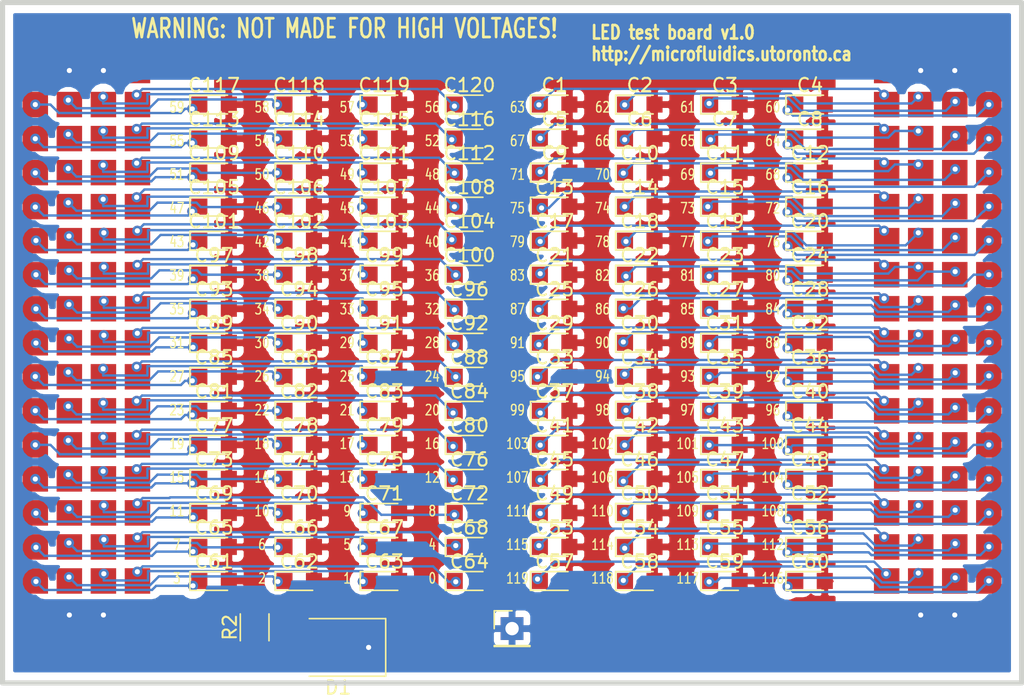
<source format=kicad_pcb>
(kicad_pcb (version 4) (host pcbnew 4.0.6)
  (title_block (title "120-channel test board") (date 2018-03-15) (rev v1.2) (company "Sci-Bots Inc."))
  (layers (0 Front signal) (31 Back signal) (34 B.Paste user) (35 F.Paste user) (36 B.SilkS user) (37 F.SilkS user) (38 B.Mask user) (39 F.Mask user) (44 Edge.Cuts user))
  (net 0 "")
  (net 1 "Net-(C1-Pad1)")
  (net 2 "Net-(C2-Pad1)")
  (net 3 "Net-(C3-Pad1)")
  (net 4 "Net-(C4-Pad1)")
  (net 5 "Net-(C5-Pad1)")
  (net 6 "Net-(C6-Pad1)")
  (net 7 "Net-(C7-Pad1)")
  (net 8 "Net-(C8-Pad1)")
  (net 9 "Net-(C9-Pad1)")
  (net 10 "Net-(C10-Pad1)")
  (net 11 "Net-(C11-Pad1)")
  (net 12 "Net-(C12-Pad1)")
  (net 13 "Net-(C13-Pad1)")
  (net 14 "Net-(C14-Pad1)")
  (net 15 "Net-(C15-Pad1)")
  (net 16 "Net-(C16-Pad1)")
  (net 17 "Net-(C17-Pad1)")
  (net 18 "Net-(C18-Pad1)")
  (net 19 "Net-(C19-Pad1)")
  (net 20 "Net-(C20-Pad1)")
  (net 21 "Net-(C21-Pad1)")
  (net 22 "Net-(C22-Pad1)")
  (net 23 "Net-(C23-Pad1)")
  (net 24 "Net-(C24-Pad1)")
  (net 25 "Net-(C25-Pad1)")
  (net 26 "Net-(C26-Pad1)")
  (net 27 "Net-(C27-Pad1)")
  (net 28 "Net-(C28-Pad1)")
  (net 29 "Net-(C29-Pad1)")
  (net 30 "Net-(C30-Pad1)")
  (net 31 "Net-(C31-Pad1)")
  (net 32 "Net-(C32-Pad1)")
  (net 33 "Net-(C33-Pad1)")
  (net 34 "Net-(C34-Pad1)")
  (net 35 "Net-(C35-Pad1)")
  (net 36 "Net-(C36-Pad1)")
  (net 37 "Net-(C37-Pad1)")
  (net 38 "Net-(C38-Pad1)")
  (net 39 "Net-(C39-Pad1)")
  (net 40 "Net-(C40-Pad1)")
  (net 41 "Net-(C41-Pad1)")
  (net 42 "Net-(C42-Pad1)")
  (net 43 "Net-(C43-Pad1)")
  (net 44 "Net-(C44-Pad1)")
  (net 45 "Net-(C45-Pad1)")
  (net 46 "Net-(C46-Pad1)")
  (net 47 "Net-(C47-Pad1)")
  (net 48 "Net-(C48-Pad1)")
  (net 49 "Net-(C49-Pad1)")
  (net 50 "Net-(C50-Pad1)")
  (net 51 "Net-(C51-Pad1)")
  (net 52 "Net-(C52-Pad1)")
  (net 53 "Net-(C53-Pad1)")
  (net 54 "Net-(C54-Pad1)")
  (net 55 "Net-(C55-Pad1)")
  (net 56 "Net-(C56-Pad1)")
  (net 57 "Net-(C57-Pad1)")
  (net 58 "Net-(C58-Pad1)")
  (net 59 "Net-(C59-Pad1)")
  (net 60 "Net-(C60-Pad1)")
  (net 61 "Net-(C61-Pad1)")
  (net 62 "Net-(C62-Pad1)")
  (net 63 "Net-(C63-Pad1)")
  (net 64 "Net-(C64-Pad1)")
  (net 65 "Net-(C65-Pad1)")
  (net 66 "Net-(C66-Pad1)")
  (net 67 "Net-(C67-Pad1)")
  (net 68 "Net-(C68-Pad1)")
  (net 69 "Net-(C69-Pad1)")
  (net 70 "Net-(C70-Pad1)")
  (net 71 "Net-(C71-Pad1)")
  (net 72 "Net-(C72-Pad1)")
  (net 73 "Net-(C73-Pad1)")
  (net 74 "Net-(C74-Pad1)")
  (net 75 "Net-(C75-Pad1)")
  (net 76 "Net-(C76-Pad1)")
  (net 77 "Net-(C77-Pad1)")
  (net 78 "Net-(C78-Pad1)")
  (net 79 "Net-(C79-Pad1)")
  (net 80 "Net-(C80-Pad1)")
  (net 81 "Net-(C81-Pad1)")
  (net 82 "Net-(C82-Pad1)")
  (net 83 "Net-(C83-Pad1)")
  (net 84 "Net-(C84-Pad1)")
  (net 85 "Net-(C85-Pad1)")
  (net 86 "Net-(C86-Pad1)")
  (net 87 "Net-(C87-Pad1)")
  (net 88 "Net-(C88-Pad1)")
  (net 89 "Net-(C89-Pad1)")
  (net 90 "Net-(C90-Pad1)")
  (net 91 "Net-(C91-Pad1)")
  (net 92 "Net-(C92-Pad1)")
  (net 93 "Net-(C93-Pad1)")
  (net 94 "Net-(C94-Pad1)")
  (net 95 "Net-(C95-Pad1)")
  (net 96 "Net-(C96-Pad1)")
  (net 97 "Net-(C97-Pad1)")
  (net 98 "Net-(C98-Pad1)")
  (net 99 "Net-(C99-Pad1)")
  (net 100 "Net-(C100-Pad1)")
  (net 101 "Net-(C101-Pad1)")
  (net 102 "Net-(C102-Pad1)")
  (net 103 "Net-(C103-Pad1)")
  (net 104 "Net-(C104-Pad1)")
  (net 105 "Net-(C105-Pad1)")
  (net 106 "Net-(C106-Pad1)")
  (net 107 "Net-(C107-Pad1)")
  (net 108 "Net-(C108-Pad1)")
  (net 109 "Net-(C109-Pad1)")
  (net 110 "Net-(C110-Pad1)")
  (net 111 "Net-(C111-Pad1)")
  (net 112 "Net-(C112-Pad1)")
  (net 113 "Net-(C113-Pad1)")
  (net 114 "Net-(C114-Pad1)")
  (net 115 "Net-(C115-Pad1)")
  (net 116 "Net-(C116-Pad1)")
  (net 117 "Net-(C117-Pad1)")
  (net 118 "Net-(C118-Pad1)")
  (net 119 "Net-(C119-Pad1)")
  (net 120 "Net-(C120-Pad1)")
  (net 121 LED_ANODE)
  (net 122 GND)
  (net 123 "Net-(D1-Pad2)")
  (module wheelerlab:1.9mm_DMF_Electrode (layer Front) (at 104.14 43.18)
    (fp_text reference P1 hide)
    (fp_text value CONN_01X01 hide)
    (pad 1 smd rect (at 0 0) (size 1.89992 1.89992) (layers Front F.Mask) (net 1 "Net-(C1-Pad1)"))
  )
  (module wheelerlab:1.9mm_DMF_Electrode (layer Front) (at 106.68 43.18)
    (fp_text reference P2 hide)
    (fp_text value CONN_01X01 hide)
    (pad 1 smd rect (at 0 0) (size 1.89992 1.89992) (layers Front F.Mask) (net 2 "Net-(C2-Pad1)"))
  )
  (module wheelerlab:1.9mm_DMF_Electrode (layer Front) (at 109.22 43.18)
    (fp_text reference P3 hide)
    (fp_text value CONN_01X01 hide)
    (pad 1 smd rect (at 0 0) (size 1.89992 1.89992) (layers Front F.Mask) (net 3 "Net-(C3-Pad1)"))
  )
  (module wheelerlab:1.9mm_DMF_Electrode (layer Front) (at 111.76 43.18)
    (fp_text reference P4 hide)
    (fp_text value CONN_01X01 hide)
    (pad 1 smd rect (at 0 0) (size 1.89992 1.89992) (layers Front F.Mask) (net 4 "Net-(C4-Pad1)"))
  )
  (module wheelerlab:1.9mm_DMF_Electrode (layer Front) (at 104.14 45.72 180)
    (fp_text reference P5 hide)
    (fp_text value CONN_01X01 hide)
    (pad 1 smd rect (at 0 0 180) (size 1.89992 1.89992) (layers Front F.Mask) (net 5 "Net-(C5-Pad1)"))
  )
  (module wheelerlab:1.9mm_DMF_Electrode (layer Front) (at 106.68 45.72 180)
    (fp_text reference P6 hide)
    (fp_text value CONN_01X01 hide)
    (pad 1 smd rect (at 0 0 180) (size 1.89992 1.89992) (layers Front F.Mask) (net 6 "Net-(C6-Pad1)"))
  )
  (module wheelerlab:1.9mm_DMF_Electrode (layer Front) (at 109.22 45.72 180)
    (fp_text reference P7 hide)
    (fp_text value CONN_01X01 hide)
    (pad 1 smd rect (at 0 0 180) (size 1.89992 1.89992) (layers Front F.Mask) (net 7 "Net-(C7-Pad1)"))
  )
  (module wheelerlab:1.9mm_DMF_Electrode (layer Front) (at 111.76 45.72 180)
    (fp_text reference P8 hide)
    (fp_text value CONN_01X01 hide)
    (pad 1 smd rect (at 0 0 180) (size 1.89992 1.89992) (layers Front F.Mask) (net 8 "Net-(C8-Pad1)"))
  )
  (module wheelerlab:1.9mm_DMF_Electrode (layer Front) (at 104.14 48.26 180)
    (fp_text reference P9 hide)
    (fp_text value CONN_01X01 hide)
    (pad 1 smd rect (at 0 0 180) (size 1.89992 1.89992) (layers Front F.Mask) (net 9 "Net-(C9-Pad1)"))
  )
  (module wheelerlab:1.9mm_DMF_Electrode (layer Front) (at 106.68 48.26)
    (fp_text reference P10 hide)
    (fp_text value CONN_01X01 hide)
    (pad 1 smd rect (at 0 0) (size 1.89992 1.89992) (layers Front F.Mask) (net 10 "Net-(C10-Pad1)"))
  )
  (module wheelerlab:1.9mm_DMF_Electrode (layer Front) (at 109.22 48.26)
    (fp_text reference P11 hide)
    (fp_text value CONN_01X01 hide)
    (pad 1 smd rect (at 0 0) (size 1.89992 1.89992) (layers Front F.Mask) (net 11 "Net-(C11-Pad1)"))
  )
  (module wheelerlab:1.9mm_DMF_Electrode (layer Front) (at 111.76 48.26)
    (fp_text reference P12 hide)
    (fp_text value CONN_01X01 hide)
    (pad 1 smd rect (at 0 0) (size 1.89992 1.89992) (layers Front F.Mask) (net 12 "Net-(C12-Pad1)"))
  )
  (module wheelerlab:1.9mm_DMF_Electrode (layer Front) (at 104.14 50.8)
    (fp_text reference P13 hide)
    (fp_text value CONN_01X01 hide)
    (pad 1 smd rect (at 0 0) (size 1.89992 1.89992) (layers Front F.Mask) (net 13 "Net-(C13-Pad1)"))
  )
  (module wheelerlab:1.9mm_DMF_Electrode (layer Front) (at 106.68 50.8)
    (fp_text reference P14 hide)
    (fp_text value CONN_01X01 hide)
    (pad 1 smd rect (at 0 0) (size 1.89992 1.89992) (layers Front F.Mask) (net 14 "Net-(C14-Pad1)"))
  )
  (module wheelerlab:1.9mm_DMF_Electrode (layer Front) (at 109.22 50.8)
    (fp_text reference P15 hide)
    (fp_text value CONN_01X01 hide)
    (pad 1 smd rect (at 0 0) (size 1.89992 1.89992) (layers Front F.Mask) (net 15 "Net-(C15-Pad1)"))
  )
  (module wheelerlab:1.9mm_DMF_Electrode (layer Front) (at 111.76 50.8)
    (fp_text reference P16 hide)
    (fp_text value CONN_01X01 hide)
    (pad 1 smd rect (at 0 0) (size 1.89992 1.89992) (layers Front F.Mask) (net 16 "Net-(C16-Pad1)"))
  )
  (module wheelerlab:1.9mm_DMF_Electrode (layer Front) (at 104.14 53.34)
    (fp_text reference P17 hide)
    (fp_text value CONN_01X01 hide)
    (pad 1 smd rect (at 0 0) (size 1.89992 1.89992) (layers Front F.Mask) (net 17 "Net-(C17-Pad1)"))
  )
  (module wheelerlab:1.9mm_DMF_Electrode (layer Front) (at 106.68 53.34)
    (fp_text reference P18 hide)
    (fp_text value CONN_01X01 hide)
    (pad 1 smd rect (at 0 0) (size 1.89992 1.89992) (layers Front F.Mask) (net 18 "Net-(C18-Pad1)"))
  )
  (module wheelerlab:1.9mm_DMF_Electrode (layer Front) (at 109.22 53.34)
    (fp_text reference P19 hide)
    (fp_text value CONN_01X01 hide)
    (pad 1 smd rect (at 0 0) (size 1.89992 1.89992) (layers Front F.Mask) (net 19 "Net-(C19-Pad1)"))
  )
  (module wheelerlab:1.9mm_DMF_Electrode (layer Front) (at 111.76 53.34)
    (fp_text reference P20 hide)
    (fp_text value CONN_01X01 hide)
    (pad 1 smd rect (at 0 0) (size 1.89992 1.89992) (layers Front F.Mask) (net 20 "Net-(C20-Pad1)"))
  )
  (module wheelerlab:1.9mm_DMF_Electrode (layer Front) (at 104.14 55.88)
    (fp_text reference P21 hide)
    (fp_text value CONN_01X01 hide)
    (pad 1 smd rect (at 0 0) (size 1.89992 1.89992) (layers Front F.Mask) (net 21 "Net-(C21-Pad1)"))
  )
  (module wheelerlab:1.9mm_DMF_Electrode (layer Front) (at 106.68 55.88)
    (fp_text reference P22 hide)
    (fp_text value CONN_01X01 hide)
    (pad 1 smd rect (at 0 0) (size 1.89992 1.89992) (layers Front F.Mask) (net 22 "Net-(C22-Pad1)"))
  )
  (module wheelerlab:1.9mm_DMF_Electrode (layer Front) (at 109.22 55.88)
    (fp_text reference P23 hide)
    (fp_text value CONN_01X01 hide)
    (pad 1 smd rect (at 0 0) (size 1.89992 1.89992) (layers Front F.Mask) (net 23 "Net-(C23-Pad1)"))
  )
  (module wheelerlab:1.9mm_DMF_Electrode (layer Front) (at 111.76 55.88)
    (fp_text reference P24 hide)
    (fp_text value CONN_01X01 hide)
    (pad 1 smd rect (at 0 0) (size 1.89992 1.89992) (layers Front F.Mask) (net 24 "Net-(C24-Pad1)"))
  )
  (module wheelerlab:1.9mm_DMF_Electrode (layer Front) (at 104.14 58.42)
    (fp_text reference P25 hide)
    (fp_text value CONN_01X01 hide)
    (pad 1 smd rect (at 0 0) (size 1.89992 1.89992) (layers Front F.Mask) (net 25 "Net-(C25-Pad1)"))
  )
  (module wheelerlab:1.9mm_DMF_Electrode (layer Front) (at 106.68 58.42)
    (fp_text reference P26 hide)
    (fp_text value CONN_01X01 hide)
    (pad 1 smd rect (at 0 0) (size 1.89992 1.89992) (layers Front F.Mask) (net 26 "Net-(C26-Pad1)"))
  )
  (module wheelerlab:1.9mm_DMF_Electrode (layer Front) (at 109.22 58.42)
    (fp_text reference P27 hide)
    (fp_text value CONN_01X01 hide)
    (pad 1 smd rect (at 0 0) (size 1.89992 1.89992) (layers Front F.Mask) (net 27 "Net-(C27-Pad1)"))
  )
  (module wheelerlab:1.9mm_DMF_Electrode (layer Front) (at 111.76 58.42)
    (fp_text reference P28 hide)
    (fp_text value CONN_01X01 hide)
    (pad 1 smd rect (at 0 0) (size 1.89992 1.89992) (layers Front F.Mask) (net 28 "Net-(C28-Pad1)"))
  )
  (module wheelerlab:1.9mm_DMF_Electrode (layer Front) (at 104.14 60.96)
    (fp_text reference P29 hide)
    (fp_text value CONN_01X01 hide)
    (pad 1 smd rect (at 0 0) (size 1.89992 1.89992) (layers Front F.Mask) (net 29 "Net-(C29-Pad1)"))
  )
  (module wheelerlab:1.9mm_DMF_Electrode (layer Front) (at 106.68 60.96)
    (fp_text reference P30 hide)
    (fp_text value CONN_01X01 hide)
    (pad 1 smd rect (at 0 0) (size 1.89992 1.89992) (layers Front F.Mask) (net 30 "Net-(C30-Pad1)"))
  )
  (module wheelerlab:1.9mm_DMF_Electrode (layer Front) (at 109.22 60.96)
    (fp_text reference P31 hide)
    (fp_text value CONN_01X01 hide)
    (pad 1 smd rect (at 0 0) (size 1.89992 1.89992) (layers Front F.Mask) (net 31 "Net-(C31-Pad1)"))
  )
  (module wheelerlab:1.9mm_DMF_Electrode (layer Front) (at 111.76 60.96)
    (fp_text reference P32 hide)
    (fp_text value CONN_01X01 hide)
    (pad 1 smd rect (at 0 0) (size 1.89992 1.89992) (layers Front F.Mask) (net 32 "Net-(C32-Pad1)"))
  )
  (module wheelerlab:1.9mm_DMF_Electrode (layer Front) (at 104.14 63.5)
    (fp_text reference P33 hide)
    (fp_text value CONN_01X01 hide)
    (pad 1 smd rect (at 0 0) (size 1.89992 1.89992) (layers Front F.Mask) (net 33 "Net-(C33-Pad1)"))
  )
  (module wheelerlab:1.9mm_DMF_Electrode (layer Front) (at 106.68 63.5)
    (fp_text reference P34 hide)
    (fp_text value CONN_01X01 hide)
    (pad 1 smd rect (at 0 0) (size 1.89992 1.89992) (layers Front F.Mask) (net 34 "Net-(C34-Pad1)"))
  )
  (module wheelerlab:1.9mm_DMF_Electrode (layer Front) (at 109.22 63.5)
    (fp_text reference P35 hide)
    (fp_text value CONN_01X01 hide)
    (pad 1 smd rect (at 0 0) (size 1.89992 1.89992) (layers Front F.Mask) (net 35 "Net-(C35-Pad1)"))
  )
  (module wheelerlab:1.9mm_DMF_Electrode (layer Front) (at 111.76 63.5)
    (fp_text reference P36 hide)
    (fp_text value CONN_01X01 hide)
    (pad 1 smd rect (at 0 0) (size 1.89992 1.89992) (layers Front F.Mask) (net 36 "Net-(C36-Pad1)"))
  )
  (module wheelerlab:1.9mm_DMF_Electrode (layer Front) (at 104.14 66.04)
    (fp_text reference P37 hide)
    (fp_text value CONN_01X01 hide)
    (pad 1 smd rect (at 0 0) (size 1.89992 1.89992) (layers Front F.Mask) (net 37 "Net-(C37-Pad1)"))
  )
  (module wheelerlab:1.9mm_DMF_Electrode (layer Front) (at 106.68 66.04)
    (fp_text reference P38 hide)
    (fp_text value CONN_01X01 hide)
    (pad 1 smd rect (at 0 0) (size 1.89992 1.89992) (layers Front F.Mask) (net 38 "Net-(C38-Pad1)"))
  )
  (module wheelerlab:1.9mm_DMF_Electrode (layer Front) (at 109.22 66.04)
    (fp_text reference P39 hide)
    (fp_text value CONN_01X01 hide)
    (pad 1 smd rect (at 0 0) (size 1.89992 1.89992) (layers Front F.Mask) (net 39 "Net-(C39-Pad1)"))
  )
  (module wheelerlab:1.9mm_DMF_Electrode (layer Front) (at 111.76 66.04)
    (fp_text reference P40 hide)
    (fp_text value CONN_01X01 hide)
    (pad 1 smd rect (at 0 0) (size 1.89992 1.89992) (layers Front F.Mask) (net 40 "Net-(C40-Pad1)"))
  )
  (module wheelerlab:1.9mm_DMF_Electrode (layer Front) (at 104.14 68.58)
    (fp_text reference P41 hide)
    (fp_text value CONN_01X01 hide)
    (pad 1 smd rect (at 0 0) (size 1.89992 1.89992) (layers Front F.Mask) (net 41 "Net-(C41-Pad1)"))
  )
  (module wheelerlab:1.9mm_DMF_Electrode (layer Front) (at 106.68 68.58)
    (fp_text reference P42 hide)
    (fp_text value CONN_01X01 hide)
    (pad 1 smd rect (at 0 0) (size 1.89992 1.89992) (layers Front F.Mask) (net 42 "Net-(C42-Pad1)"))
  )
  (module wheelerlab:1.9mm_DMF_Electrode (layer Front) (at 109.22 68.58)
    (fp_text reference P43 hide)
    (fp_text value CONN_01X01 hide)
    (pad 1 smd rect (at 0 0) (size 1.89992 1.89992) (layers Front F.Mask) (net 43 "Net-(C43-Pad1)"))
  )
  (module wheelerlab:1.9mm_DMF_Electrode (layer Front) (at 111.76 68.58)
    (fp_text reference P44 hide)
    (fp_text value CONN_01X01 hide)
    (pad 1 smd rect (at 0 0) (size 1.89992 1.89992) (layers Front F.Mask) (net 44 "Net-(C44-Pad1)"))
  )
  (module wheelerlab:1.9mm_DMF_Electrode (layer Front) (at 104.14 71.12)
    (fp_text reference P45 hide)
    (fp_text value CONN_01X01 hide)
    (pad 1 smd rect (at 0 0) (size 1.89992 1.89992) (layers Front F.Mask) (net 45 "Net-(C45-Pad1)"))
  )
  (module wheelerlab:1.9mm_DMF_Electrode (layer Front) (at 106.68 71.12)
    (fp_text reference P46 hide)
    (fp_text value CONN_01X01 hide)
    (pad 1 smd rect (at 0 0) (size 1.89992 1.89992) (layers Front F.Mask) (net 46 "Net-(C46-Pad1)"))
  )
  (module wheelerlab:1.9mm_DMF_Electrode (layer Front) (at 109.22 71.12)
    (fp_text reference P47 hide)
    (fp_text value CONN_01X01 hide)
    (pad 1 smd rect (at 0 0) (size 1.89992 1.89992) (layers Front F.Mask) (net 47 "Net-(C47-Pad1)"))
  )
  (module wheelerlab:1.9mm_DMF_Electrode (layer Front) (at 111.76 71.12)
    (fp_text reference P48 hide)
    (fp_text value CONN_01X01 hide)
    (pad 1 smd rect (at 0 0) (size 1.89992 1.89992) (layers Front F.Mask) (net 48 "Net-(C48-Pad1)"))
  )
  (module wheelerlab:1.9mm_DMF_Electrode (layer Front) (at 104.14 73.66)
    (fp_text reference P49 hide)
    (fp_text value CONN_01X01 hide)
    (pad 1 smd rect (at 0 0) (size 1.89992 1.89992) (layers Front F.Mask) (net 49 "Net-(C49-Pad1)"))
  )
  (module wheelerlab:1.9mm_DMF_Electrode (layer Front) (at 106.68 73.66)
    (fp_text reference P50 hide)
    (fp_text value CONN_01X01 hide)
    (pad 1 smd rect (at 0 0) (size 1.89992 1.89992) (layers Front F.Mask) (net 50 "Net-(C50-Pad1)"))
  )
  (module wheelerlab:1.9mm_DMF_Electrode (layer Front) (at 109.22 73.66)
    (fp_text reference P51 hide)
    (fp_text value CONN_01X01 hide)
    (pad 1 smd rect (at 0 0) (size 1.89992 1.89992) (layers Front F.Mask) (net 51 "Net-(C51-Pad1)"))
  )
  (module wheelerlab:1.9mm_DMF_Electrode (layer Front) (at 111.76 73.66)
    (fp_text reference P52 hide)
    (fp_text value CONN_01X01 hide)
    (pad 1 smd rect (at 0 0) (size 1.89992 1.89992) (layers Front F.Mask) (net 52 "Net-(C52-Pad1)"))
  )
  (module wheelerlab:1.9mm_DMF_Electrode (layer Front) (at 104.14 76.2)
    (fp_text reference P53 hide)
    (fp_text value CONN_01X01 hide)
    (pad 1 smd rect (at 0 0) (size 1.89992 1.89992) (layers Front F.Mask) (net 53 "Net-(C53-Pad1)"))
  )
  (module wheelerlab:1.9mm_DMF_Electrode (layer Front) (at 106.68 76.2)
    (fp_text reference P54 hide)
    (fp_text value CONN_01X01 hide)
    (pad 1 smd rect (at 0 0) (size 1.89992 1.89992) (layers Front F.Mask) (net 54 "Net-(C54-Pad1)"))
  )
  (module wheelerlab:1.9mm_DMF_Electrode (layer Front) (at 109.22 76.2)
    (fp_text reference P55 hide)
    (fp_text value CONN_01X01 hide)
    (pad 1 smd rect (at 0 0) (size 1.89992 1.89992) (layers Front F.Mask) (net 55 "Net-(C55-Pad1)"))
  )
  (module wheelerlab:1.9mm_DMF_Electrode (layer Front) (at 111.76 76.2)
    (fp_text reference P56 hide)
    (fp_text value CONN_01X01 hide)
    (pad 1 smd rect (at 0 0) (size 1.89992 1.89992) (layers Front F.Mask) (net 56 "Net-(C56-Pad1)"))
  )
  (module wheelerlab:1.9mm_DMF_Electrode (layer Front) (at 104.14 78.74)
    (fp_text reference P57 hide)
    (fp_text value CONN_01X01 hide)
    (pad 1 smd rect (at 0 0) (size 1.89992 1.89992) (layers Front F.Mask) (net 57 "Net-(C57-Pad1)"))
  )
  (module wheelerlab:1.9mm_DMF_Electrode (layer Front) (at 106.68 78.74)
    (fp_text reference P58 hide)
    (fp_text value CONN_01X01 hide)
    (pad 1 smd rect (at 0 0) (size 1.89992 1.89992) (layers Front F.Mask) (net 58 "Net-(C58-Pad1)"))
  )
  (module wheelerlab:1.9mm_DMF_Electrode (layer Front) (at 109.22 78.74)
    (fp_text reference P59 hide)
    (fp_text value CONN_01X01 hide)
    (pad 1 smd rect (at 0 0) (size 1.89992 1.89992) (layers Front F.Mask) (net 59 "Net-(C59-Pad1)"))
  )
  (module wheelerlab:1.9mm_DMF_Electrode (layer Front) (at 111.76 78.74)
    (fp_text reference P60 hide)
    (fp_text value CONN_01X01 hide)
    (pad 1 smd rect (at 0 0) (size 1.89992 1.89992) (layers Front F.Mask) (net 60 "Net-(C60-Pad1)"))
  )
  (module wheelerlab:1.9mm_DMF_Electrode (layer Front) (at 40.64 78.74)
    (fp_text reference P61 hide)
    (fp_text value CONN_01X01 hide)
    (pad 1 smd rect (at 0 0) (size 1.89992 1.89992) (layers Front F.Mask) (net 61 "Net-(C61-Pad1)"))
  )
  (module wheelerlab:1.9mm_DMF_Electrode (layer Front) (at 43.18 78.74)
    (fp_text reference P62 hide)
    (fp_text value CONN_01X01 hide)
    (pad 1 smd rect (at 0 0) (size 1.89992 1.89992) (layers Front F.Mask) (net 62 "Net-(C62-Pad1)"))
  )
  (module wheelerlab:1.9mm_DMF_Electrode (layer Front) (at 45.72 78.74)
    (fp_text reference P63 hide)
    (fp_text value CONN_01X01 hide)
    (pad 1 smd rect (at 0 0) (size 1.89992 1.89992) (layers Front F.Mask) (net 63 "Net-(C63-Pad1)"))
  )
  (module wheelerlab:1.9mm_DMF_Electrode (layer Front) (at 48.26 78.74)
    (fp_text reference P64 hide)
    (fp_text value CONN_01X01 hide)
    (pad 1 smd rect (at 0 0) (size 1.89992 1.89992) (layers Front F.Mask) (net 64 "Net-(C64-Pad1)"))
  )
  (module wheelerlab:1.9mm_DMF_Electrode (layer Front) (at 40.64 76.2)
    (fp_text reference P65 hide)
    (fp_text value CONN_01X01 hide)
    (pad 1 smd rect (at 0 0) (size 1.89992 1.89992) (layers Front F.Mask) (net 65 "Net-(C65-Pad1)"))
  )
  (module wheelerlab:1.9mm_DMF_Electrode (layer Front) (at 43.18 76.2)
    (fp_text reference P66 hide)
    (fp_text value CONN_01X01 hide)
    (pad 1 smd rect (at 0 0) (size 1.89992 1.89992) (layers Front F.Mask) (net 66 "Net-(C66-Pad1)"))
  )
  (module wheelerlab:1.9mm_DMF_Electrode (layer Front) (at 45.72 76.2)
    (fp_text reference P67 hide)
    (fp_text value CONN_01X01 hide)
    (pad 1 smd rect (at 0 0) (size 1.89992 1.89992) (layers Front F.Mask) (net 67 "Net-(C67-Pad1)"))
  )
  (module wheelerlab:1.9mm_DMF_Electrode (layer Front) (at 48.26 76.2)
    (fp_text reference P68 hide)
    (fp_text value CONN_01X01 hide)
    (pad 1 smd rect (at 0 0) (size 1.89992 1.89992) (layers Front F.Mask) (net 68 "Net-(C68-Pad1)"))
  )
  (module wheelerlab:1.9mm_DMF_Electrode (layer Front) (at 40.64 73.66)
    (fp_text reference P69 hide)
    (fp_text value CONN_01X01 hide)
    (pad 1 smd rect (at 0 0) (size 1.89992 1.89992) (layers Front F.Mask) (net 69 "Net-(C69-Pad1)"))
  )
  (module wheelerlab:1.9mm_DMF_Electrode (layer Front) (at 43.18 73.66)
    (fp_text reference P70 hide)
    (fp_text value CONN_01X01 hide)
    (pad 1 smd rect (at 0 0) (size 1.89992 1.89992) (layers Front F.Mask) (net 70 "Net-(C70-Pad1)"))
  )
  (module wheelerlab:1.9mm_DMF_Electrode (layer Front) (at 45.72 73.66)
    (fp_text reference P71 hide)
    (fp_text value CONN_01X01 hide)
    (pad 1 smd rect (at 0 0) (size 1.89992 1.89992) (layers Front F.Mask) (net 71 "Net-(C71-Pad1)"))
  )
  (module wheelerlab:1.9mm_DMF_Electrode (layer Front) (at 48.26 73.66)
    (fp_text reference P72 hide)
    (fp_text value CONN_01X01 hide)
    (pad 1 smd rect (at 0 0) (size 1.89992 1.89992) (layers Front F.Mask) (net 72 "Net-(C72-Pad1)"))
  )
  (module wheelerlab:1.9mm_DMF_Electrode (layer Front) (at 40.64 71.12)
    (fp_text reference P73 hide)
    (fp_text value CONN_01X01 hide)
    (pad 1 smd rect (at 0 0) (size 1.89992 1.89992) (layers Front F.Mask) (net 73 "Net-(C73-Pad1)"))
  )
  (module wheelerlab:1.9mm_DMF_Electrode (layer Front) (at 43.18 71.12)
    (fp_text reference P74 hide)
    (fp_text value CONN_01X01 hide)
    (pad 1 smd rect (at 0 0) (size 1.89992 1.89992) (layers Front F.Mask) (net 74 "Net-(C74-Pad1)"))
  )
  (module wheelerlab:1.9mm_DMF_Electrode (layer Front) (at 45.72 71.12)
    (fp_text reference P75 hide)
    (fp_text value CONN_01X01 hide)
    (pad 1 smd rect (at 0 0) (size 1.89992 1.89992) (layers Front F.Mask) (net 75 "Net-(C75-Pad1)"))
  )
  (module wheelerlab:1.9mm_DMF_Electrode (layer Front) (at 48.26 71.12)
    (fp_text reference P76 hide)
    (fp_text value CONN_01X01 hide)
    (pad 1 smd rect (at 0 0) (size 1.89992 1.89992) (layers Front F.Mask) (net 76 "Net-(C76-Pad1)"))
  )
  (module wheelerlab:1.9mm_DMF_Electrode (layer Front) (at 40.64 68.58)
    (fp_text reference P77 hide)
    (fp_text value CONN_01X01 hide)
    (pad 1 smd rect (at 0 0) (size 1.89992 1.89992) (layers Front F.Mask) (net 77 "Net-(C77-Pad1)"))
  )
  (module wheelerlab:1.9mm_DMF_Electrode (layer Front) (at 43.18 68.58)
    (fp_text reference P78 hide)
    (fp_text value CONN_01X01 hide)
    (pad 1 smd rect (at 0 0) (size 1.89992 1.89992) (layers Front F.Mask) (net 78 "Net-(C78-Pad1)"))
  )
  (module wheelerlab:1.9mm_DMF_Electrode (layer Front) (at 45.72 68.58)
    (fp_text reference P79 hide)
    (fp_text value CONN_01X01 hide)
    (pad 1 smd rect (at 0 0) (size 1.89992 1.89992) (layers Front F.Mask) (net 79 "Net-(C79-Pad1)"))
  )
  (module wheelerlab:1.9mm_DMF_Electrode (layer Front) (at 48.26 68.58)
    (fp_text reference P80 hide)
    (fp_text value CONN_01X01 hide)
    (pad 1 smd rect (at 0 0) (size 1.89992 1.89992) (layers Front F.Mask) (net 80 "Net-(C80-Pad1)"))
  )
  (module wheelerlab:1.9mm_DMF_Electrode (layer Front) (at 40.64 66.04)
    (fp_text reference P81 hide)
    (fp_text value CONN_01X01 hide)
    (pad 1 smd rect (at 0 0) (size 1.89992 1.89992) (layers Front F.Mask) (net 81 "Net-(C81-Pad1)"))
  )
  (module wheelerlab:1.9mm_DMF_Electrode (layer Front) (at 43.18 66.04)
    (fp_text reference P82 hide)
    (fp_text value CONN_01X01 hide)
    (pad 1 smd rect (at 0 0) (size 1.89992 1.89992) (layers Front F.Mask) (net 82 "Net-(C82-Pad1)"))
  )
  (module wheelerlab:1.9mm_DMF_Electrode (layer Front) (at 45.72 66.04)
    (fp_text reference P83 hide)
    (fp_text value CONN_01X01 hide)
    (pad 1 smd rect (at 0 0) (size 1.89992 1.89992) (layers Front F.Mask) (net 83 "Net-(C83-Pad1)"))
  )
  (module wheelerlab:1.9mm_DMF_Electrode (layer Front) (at 48.26 66.04)
    (fp_text reference P84 hide)
    (fp_text value CONN_01X01 hide)
    (pad 1 smd rect (at 0 0) (size 1.89992 1.89992) (layers Front F.Mask) (net 84 "Net-(C84-Pad1)"))
  )
  (module wheelerlab:1.9mm_DMF_Electrode (layer Front) (at 40.64 63.5)
    (fp_text reference P85 hide)
    (fp_text value CONN_01X01 hide)
    (pad 1 smd rect (at 0 0) (size 1.89992 1.89992) (layers Front F.Mask) (net 85 "Net-(C85-Pad1)"))
  )
  (module wheelerlab:1.9mm_DMF_Electrode (layer Front) (at 43.18 63.5)
    (fp_text reference P86 hide)
    (fp_text value CONN_01X01 hide)
    (pad 1 smd rect (at 0 0) (size 1.89992 1.89992) (layers Front F.Mask) (net 86 "Net-(C86-Pad1)"))
  )
  (module wheelerlab:1.9mm_DMF_Electrode (layer Front) (at 45.72 63.5)
    (fp_text reference P87 hide)
    (fp_text value CONN_01X01 hide)
    (pad 1 smd rect (at 0 0) (size 1.89992 1.89992) (layers Front F.Mask) (net 87 "Net-(C87-Pad1)"))
  )
  (module wheelerlab:1.9mm_DMF_Electrode (layer Front) (at 48.26 63.5)
    (fp_text reference P88 hide)
    (fp_text value CONN_01X01 hide)
    (pad 1 smd rect (at 0 0) (size 1.89992 1.89992) (layers Front F.Mask) (net 88 "Net-(C88-Pad1)"))
  )
  (module wheelerlab:1.9mm_DMF_Electrode (layer Front) (at 40.64 60.96)
    (fp_text reference P89 hide)
    (fp_text value CONN_01X01 hide)
    (pad 1 smd rect (at 0 0) (size 1.89992 1.89992) (layers Front F.Mask) (net 89 "Net-(C89-Pad1)"))
  )
  (module wheelerlab:1.9mm_DMF_Electrode (layer Front) (at 43.18 60.96)
    (fp_text reference P90 hide)
    (fp_text value CONN_01X01 hide)
    (pad 1 smd rect (at 0 0) (size 1.89992 1.89992) (layers Front F.Mask) (net 90 "Net-(C90-Pad1)"))
  )
  (module wheelerlab:1.9mm_DMF_Electrode (layer Front) (at 45.72 60.96)
    (fp_text reference P91 hide)
    (fp_text value CONN_01X01 hide)
    (pad 1 smd rect (at 0 0) (size 1.89992 1.89992) (layers Front F.Mask) (net 91 "Net-(C91-Pad1)"))
  )
  (module wheelerlab:1.9mm_DMF_Electrode (layer Front) (at 48.26 60.96)
    (fp_text reference P92 hide)
    (fp_text value CONN_01X01 hide)
    (pad 1 smd rect (at 0 0) (size 1.89992 1.89992) (layers Front F.Mask) (net 92 "Net-(C92-Pad1)"))
  )
  (module wheelerlab:1.9mm_DMF_Electrode (layer Front) (at 40.64 58.42)
    (fp_text reference P93 hide)
    (fp_text value CONN_01X01 hide)
    (pad 1 smd rect (at 0 0) (size 1.89992 1.89992) (layers Front F.Mask) (net 93 "Net-(C93-Pad1)"))
  )
  (module wheelerlab:1.9mm_DMF_Electrode (layer Front) (at 43.18 58.42)
    (fp_text reference P94 hide)
    (fp_text value CONN_01X01 hide)
    (pad 1 smd rect (at 0 0) (size 1.89992 1.89992) (layers Front F.Mask) (net 94 "Net-(C94-Pad1)"))
  )
  (module wheelerlab:1.9mm_DMF_Electrode (layer Front) (at 45.72 58.42)
    (fp_text reference P95 hide)
    (fp_text value CONN_01X01 hide)
    (pad 1 smd rect (at 0 0) (size 1.89992 1.89992) (layers Front F.Mask) (net 95 "Net-(C95-Pad1)"))
  )
  (module wheelerlab:1.9mm_DMF_Electrode (layer Front) (at 48.26 58.42)
    (fp_text reference P96 hide)
    (fp_text value CONN_01X01 hide)
    (pad 1 smd rect (at 0 0) (size 1.89992 1.89992) (layers Front F.Mask) (net 96 "Net-(C96-Pad1)"))
  )
  (module wheelerlab:1.9mm_DMF_Electrode (layer Front) (at 40.64 55.88)
    (fp_text reference P97 hide)
    (fp_text value CONN_01X01 hide)
    (pad 1 smd rect (at 0 0) (size 1.89992 1.89992) (layers Front F.Mask) (net 97 "Net-(C97-Pad1)"))
  )
  (module wheelerlab:1.9mm_DMF_Electrode (layer Front) (at 43.18 55.88)
    (fp_text reference P98 hide)
    (fp_text value CONN_01X01 hide)
    (pad 1 smd rect (at 0 0) (size 1.89992 1.89992) (layers Front F.Mask) (net 98 "Net-(C98-Pad1)"))
  )
  (module wheelerlab:1.9mm_DMF_Electrode (layer Front) (at 45.72 55.88)
    (fp_text reference P99 hide)
    (fp_text value CONN_01X01 hide)
    (pad 1 smd rect (at 0 0) (size 1.89992 1.89992) (layers Front F.Mask) (net 99 "Net-(C99-Pad1)"))
  )
  (module wheelerlab:1.9mm_DMF_Electrode (layer Front) (at 48.26 55.88)
    (fp_text reference P100 hide)
    (fp_text value CONN_01X01 hide)
    (pad 1 smd rect (at 0 0) (size 1.89992 1.89992) (layers Front F.Mask) (net 100 "Net-(C100-Pad1)"))
  )
  (module wheelerlab:1.9mm_DMF_Electrode (layer Front) (at 40.64 53.34)
    (fp_text reference P101 hide)
    (fp_text value CONN_01X01 hide)
    (pad 1 smd rect (at 0 0) (size 1.89992 1.89992) (layers Front F.Mask) (net 101 "Net-(C101-Pad1)"))
  )
  (module wheelerlab:1.9mm_DMF_Electrode (layer Front) (at 43.18 53.34)
    (fp_text reference P102 hide)
    (fp_text value CONN_01X01 hide)
    (pad 1 smd rect (at 0 0) (size 1.89992 1.89992) (layers Front F.Mask) (net 102 "Net-(C102-Pad1)"))
  )
  (module wheelerlab:1.9mm_DMF_Electrode (layer Front) (at 45.72 53.34)
    (fp_text reference P103 hide)
    (fp_text value CONN_01X01 hide)
    (pad 1 smd rect (at 0 0) (size 1.89992 1.89992) (layers Front F.Mask) (net 103 "Net-(C103-Pad1)"))
  )
  (module wheelerlab:1.9mm_DMF_Electrode (layer Front) (at 48.26 53.34)
    (fp_text reference P104 hide)
    (fp_text value CONN_01X01 hide)
    (pad 1 smd rect (at 0 0) (size 1.89992 1.89992) (layers Front F.Mask) (net 104 "Net-(C104-Pad1)"))
  )
  (module wheelerlab:1.9mm_DMF_Electrode (layer Front) (at 40.64 50.8)
    (fp_text reference P105 hide)
    (fp_text value CONN_01X01 hide)
    (pad 1 smd rect (at 0 0) (size 1.89992 1.89992) (layers Front F.Mask) (net 105 "Net-(C105-Pad1)"))
  )
  (module wheelerlab:1.9mm_DMF_Electrode (layer Front) (at 43.18 50.8)
    (fp_text reference P106 hide)
    (fp_text value CONN_01X01 hide)
    (pad 1 smd rect (at 0 0) (size 1.89992 1.89992) (layers Front F.Mask) (net 106 "Net-(C106-Pad1)"))
  )
  (module wheelerlab:1.9mm_DMF_Electrode (layer Front) (at 45.72 50.8)
    (fp_text reference P107 hide)
    (fp_text value CONN_01X01 hide)
    (pad 1 smd rect (at 0 0) (size 1.89992 1.89992) (layers Front F.Mask) (net 107 "Net-(C107-Pad1)"))
  )
  (module wheelerlab:1.9mm_DMF_Electrode (layer Front) (at 48.26 50.8)
    (fp_text reference P108 hide)
    (fp_text value CONN_01X01 hide)
    (pad 1 smd rect (at 0 0) (size 1.89992 1.89992) (layers Front F.Mask) (net 108 "Net-(C108-Pad1)"))
  )
  (module wheelerlab:1.9mm_DMF_Electrode (layer Front) (at 40.64 48.26)
    (fp_text reference P109 hide)
    (fp_text value CONN_01X01 hide)
    (pad 1 smd rect (at 0 0) (size 1.89992 1.89992) (layers Front F.Mask) (net 109 "Net-(C109-Pad1)"))
  )
  (module wheelerlab:1.9mm_DMF_Electrode (layer Front) (at 43.18 48.26)
    (fp_text reference P110 hide)
    (fp_text value CONN_01X01 hide)
    (pad 1 smd rect (at 0 0) (size 1.89992 1.89992) (layers Front F.Mask) (net 110 "Net-(C110-Pad1)"))
  )
  (module wheelerlab:1.9mm_DMF_Electrode (layer Front) (at 45.72 48.26)
    (fp_text reference P111 hide)
    (fp_text value CONN_01X01 hide)
    (pad 1 smd rect (at 0 0) (size 1.89992 1.89992) (layers Front F.Mask) (net 111 "Net-(C111-Pad1)"))
  )
  (module wheelerlab:1.9mm_DMF_Electrode (layer Front) (at 48.26 48.26)
    (fp_text reference P112 hide)
    (fp_text value CONN_01X01 hide)
    (pad 1 smd rect (at 0 0) (size 1.89992 1.89992) (layers Front F.Mask) (net 112 "Net-(C112-Pad1)"))
  )
  (module wheelerlab:1.9mm_DMF_Electrode (layer Front) (at 40.64 45.72)
    (fp_text reference P113 hide)
    (fp_text value CONN_01X01 hide)
    (pad 1 smd rect (at 0 0) (size 1.89992 1.89992) (layers Front F.Mask) (net 113 "Net-(C113-Pad1)"))
  )
  (module wheelerlab:1.9mm_DMF_Electrode (layer Front) (at 43.18 45.72)
    (fp_text reference P114 hide)
    (fp_text value CONN_01X01 hide)
    (pad 1 smd rect (at 0 0) (size 1.89992 1.89992) (layers Front F.Mask) (net 114 "Net-(C114-Pad1)"))
  )
  (module wheelerlab:1.9mm_DMF_Electrode (layer Front) (at 45.72 45.72)
    (fp_text reference P115 hide)
    (fp_text value CONN_01X01 hide)
    (pad 1 smd rect (at 0 0) (size 1.89992 1.89992) (layers Front F.Mask) (net 115 "Net-(C115-Pad1)"))
  )
  (module wheelerlab:1.9mm_DMF_Electrode (layer Front) (at 48.26 45.72)
    (fp_text reference P116 hide)
    (fp_text value CONN_01X01 hide)
    (pad 1 smd rect (at 0 0) (size 1.89992 1.89992) (layers Front F.Mask) (net 116 "Net-(C116-Pad1)"))
  )
  (module wheelerlab:1.9mm_DMF_Electrode (layer Front) (at 40.64 43.18)
    (fp_text reference P117 hide)
    (fp_text value CONN_01X01 hide)
    (pad 1 smd rect (at 0 0) (size 1.89992 1.89992) (layers Front F.Mask) (net 117 "Net-(C117-Pad1)"))
  )
  (module wheelerlab:1.9mm_DMF_Electrode (layer Front) (at 43.18 43.18)
    (fp_text reference P118 hide)
    (fp_text value CONN_01X01 hide)
    (pad 1 smd rect (at 0 0) (size 1.89992 1.89992) (layers Front F.Mask) (net 118 "Net-(C118-Pad1)"))
  )
  (module wheelerlab:1.9mm_DMF_Electrode (layer Front) (at 45.72 43.18)
    (fp_text reference P119 hide)
    (fp_text value CONN_01X01 hide)
    (pad 1 smd rect (at 0 0) (size 1.89992 1.89992) (layers Front F.Mask) (net 119 "Net-(C119-Pad1)"))
  )
  (module wheelerlab:1.9mm_DMF_Electrode (layer Front) (at 48.26 43.18)
    (fp_text reference P120 hide)
    (fp_text value CONN_01X01 hide)
    (pad 1 smd rect (at 0 0) (size 1.89992 1.89992) (layers Front F.Mask) (net 120 "Net-(C120-Pad1)"))
  )
  (module wheelerlab:1.9mm_DMF_Electrode (layer Front) (at 48.26 40.64)
    (fp_text reference P122 hide)
    (fp_text value CONN_01X01 hide)
    (pad 1 smd rect (at 0 0) (size 1.89992 1.89992) (layers Front F.Mask))
  )
  (module wheelerlab:1.9mm_DMF_Electrode (layer Front) (at 48.26 81.28)
    (fp_text reference P123 hide)
    (fp_text value CONN_01X01 hide)
    (pad 1 smd rect (at 0 0) (size 1.89992 1.89992) (layers Front F.Mask))
  )
  (module wheelerlab:1.9mm_DMF_Electrode (layer Front) (at 104.14 81.28)
    (fp_text reference P124 hide)
    (fp_text value CONN_01X01 hide)
    (pad 1 smd rect (at 0 0) (size 1.89992 1.89992) (layers Front F.Mask))
  )
  (module wheelerlab:1.9mm_DMF_Electrode (layer Front) (at 104.14 40.64)
    (fp_text reference P125 hide)
    (fp_text value CONN_01X01 hide)
    (pad 1 smd rect (at 0 0) (size 1.89992 1.89992) (layers Front F.Mask))
  )
  (module wheelerlab:1.9mm_DMF_Electrode (layer Front) (at 45.72 40.64)
    (fp_text reference P126 hide)
    (fp_text value CONN_01X01 hide)
    (pad 1 smd rect (at 0 0) (size 1.89992 1.89992) (layers Front F.Mask) (net 122 GND))
  )
  (module wheelerlab:1.9mm_DMF_Electrode (layer Front) (at 43.18 40.64)
    (fp_text reference P127 hide)
    (fp_text value CONN_01X01 hide)
    (pad 1 smd rect (at 0 0) (size 1.89992 1.89992) (layers Front F.Mask) (net 122 GND))
  )
  (module wheelerlab:1.9mm_DMF_Electrode (layer Front) (at 45.72 81.28)
    (fp_text reference P128 hide)
    (fp_text value CONN_01X01 hide)
    (pad 1 smd rect (at 0 0) (size 1.89992 1.89992) (layers Front F.Mask) (net 122 GND))
  )
  (module wheelerlab:1.9mm_DMF_Electrode (layer Front) (at 43.18 81.28)
    (fp_text reference P129 hide)
    (fp_text value CONN_01X01 hide)
    (pad 1 smd rect (at 0 0) (size 1.89992 1.89992) (layers Front F.Mask) (net 122 GND))
  )
  (module wheelerlab:1.9mm_DMF_Electrode (layer Front) (at 106.68 81.28)
    (fp_text reference P130 hide)
    (fp_text value CONN_01X01 hide)
    (pad 1 smd rect (at 0 0) (size 1.89992 1.89992) (layers Front F.Mask) (net 122 GND))
  )
  (module wheelerlab:1.9mm_DMF_Electrode (layer Front) (at 109.22 81.28)
    (fp_text reference P131 hide)
    (fp_text value CONN_01X01 hide)
    (pad 1 smd rect (at 0 0) (size 1.89992 1.89992) (layers Front F.Mask) (net 122 GND))
  )
  (module wheelerlab:1.9mm_DMF_Electrode (layer Front) (at 106.68 40.64)
    (fp_text reference P132 hide)
    (fp_text value CONN_01X01 hide)
    (pad 1 smd rect (at 0 0) (size 1.89992 1.89992) (layers Front F.Mask) (net 122 GND))
  )
  (module wheelerlab:1.9mm_DMF_Electrode (layer Front) (at 109.22 40.64)
    (fp_text reference P133 hide)
    (fp_text value CONN_01X01 hide)
    (pad 1 smd rect (at 0 0) (size 1.89992 1.89992) (layers Front F.Mask) (net 122 GND))
  )
  (module wheelerlab:1.9mm_DMF_Electrode (layer Front) (at 40.64 40.64)
    (fp_text reference P134 hide)
    (fp_text value CONN_01X01 hide)
    (pad 1 smd rect (at 0 0) (size 1.89992 1.89992) (layers Front F.Mask))
  )
  (module wheelerlab:1.9mm_DMF_Electrode (layer Front) (at 40.64 81.28)
    (fp_text reference P135 hide)
    (fp_text value CONN_01X01 hide)
    (pad 1 smd rect (at 0 0) (size 1.89992 1.89992) (layers Front F.Mask))
  )
  (module wheelerlab:1.9mm_DMF_Electrode (layer Front) (at 111.76 81.28)
    (fp_text reference P136 hide)
    (fp_text value CONN_01X01 hide)
    (pad 1 smd rect (at 0 0) (size 1.89992 1.89992) (layers Front F.Mask))
  )
  (module wheelerlab:1.9mm_DMF_Electrode (layer Front) (at 111.76 40.64)
    (fp_text reference P137 hide)
    (fp_text value CONN_01X01 hide)
    (pad 1 smd rect (at 0 0) (size 1.89992 1.89992) (layers Front F.Mask))
  )
  (module Pin_Headers:Pin_Header_Straight_1x01_Pitch2.54mm (layer Front) (at 76.2 82.296)
    (fp_text reference P121 hide)
    (fp_text value CONN_01X01)
    (pad 1 thru_hole rect (at 0 0) (size 1.7 1.7) (drill 1) (layers *.Cu *.Mask) (net 122 GND))
  )
  (module LEDs:LED_0805 (layer Front) (at 79.375 43.18)
    (fp_text reference C1 (at 0 -1.45) (layer F.SilkS))
    (fp_text value C)
    (pad 2 smd rect (at 1.1 0 180) (size 1.2 1.2) (layers Front F.Paste F.Mask) (net 121 LED_ANODE))
    (pad 1 smd rect (at -1.1 0 180) (size 1.2 1.2) (layers Front F.Paste F.Mask) (net 1 "Net-(C1-Pad1)"))
  )
  (module LEDs:LED_0805 (layer Front) (at 85.725 43.18)
    (fp_text reference C2 (at 0 -1.45) (layer F.SilkS))
    (fp_text value C)
    (pad 2 smd rect (at 1.1 0 180) (size 1.2 1.2) (layers Front F.Paste F.Mask) (net 121 LED_ANODE))
    (pad 1 smd rect (at -1.1 0 180) (size 1.2 1.2) (layers Front F.Paste F.Mask) (net 2 "Net-(C2-Pad1)"))
  )
  (module LEDs:LED_0805 (layer Front) (at 92.075 43.18)
    (fp_text reference C3 (at 0 -1.45) (layer F.SilkS))
    (fp_text value C)
    (pad 2 smd rect (at 1.1 0 180) (size 1.2 1.2) (layers Front F.Paste F.Mask) (net 121 LED_ANODE))
    (pad 1 smd rect (at -1.1 0 180) (size 1.2 1.2) (layers Front F.Paste F.Mask) (net 3 "Net-(C3-Pad1)"))
  )
  (module LEDs:LED_0805 (layer Front) (at 98.425 43.18)
    (fp_text reference C4 (at 0 -1.45) (layer F.SilkS))
    (fp_text value C)
    (pad 2 smd rect (at 1.1 0 180) (size 1.2 1.2) (layers Front F.Paste F.Mask) (net 121 LED_ANODE))
    (pad 1 smd rect (at -1.1 0 180) (size 1.2 1.2) (layers Front F.Paste F.Mask) (net 4 "Net-(C4-Pad1)"))
  )
  (module LEDs:LED_0805 (layer Front) (at 79.375 45.72)
    (fp_text reference C5 (at 0 -1.45) (layer F.SilkS))
    (fp_text value C)
    (pad 2 smd rect (at 1.1 0 180) (size 1.2 1.2) (layers Front F.Paste F.Mask) (net 121 LED_ANODE))
    (pad 1 smd rect (at -1.1 0 180) (size 1.2 1.2) (layers Front F.Paste F.Mask) (net 5 "Net-(C5-Pad1)"))
  )
  (module LEDs:LED_0805 (layer Front) (at 85.725 45.72)
    (fp_text reference C6 (at 0 -1.45) (layer F.SilkS))
    (fp_text value C)
    (pad 2 smd rect (at 1.1 0 180) (size 1.2 1.2) (layers Front F.Paste F.Mask) (net 121 LED_ANODE))
    (pad 1 smd rect (at -1.1 0 180) (size 1.2 1.2) (layers Front F.Paste F.Mask) (net 6 "Net-(C6-Pad1)"))
  )
  (module LEDs:LED_0805 (layer Front) (at 92.075 45.72)
    (fp_text reference C7 (at 0 -1.45) (layer F.SilkS))
    (fp_text value C)
    (pad 2 smd rect (at 1.1 0 180) (size 1.2 1.2) (layers Front F.Paste F.Mask) (net 121 LED_ANODE))
    (pad 1 smd rect (at -1.1 0 180) (size 1.2 1.2) (layers Front F.Paste F.Mask) (net 7 "Net-(C7-Pad1)"))
  )
  (module LEDs:LED_0805 (layer Front) (at 98.425 45.72)
    (fp_text reference C8 (at 0 -1.45) (layer F.SilkS))
    (fp_text value C)
    (pad 2 smd rect (at 1.1 0 180) (size 1.2 1.2) (layers Front F.Paste F.Mask) (net 121 LED_ANODE))
    (pad 1 smd rect (at -1.1 0 180) (size 1.2 1.2) (layers Front F.Paste F.Mask) (net 8 "Net-(C8-Pad1)"))
  )
  (module LEDs:LED_0805 (layer Front) (at 79.375 48.26)
    (fp_text reference C9 (at 0 -1.45) (layer F.SilkS))
    (fp_text value C)
    (pad 2 smd rect (at 1.1 0 180) (size 1.2 1.2) (layers Front F.Paste F.Mask) (net 121 LED_ANODE))
    (pad 1 smd rect (at -1.1 0 180) (size 1.2 1.2) (layers Front F.Paste F.Mask) (net 9 "Net-(C9-Pad1)"))
  )
  (module LEDs:LED_0805 (layer Front) (at 85.725 48.26)
    (fp_text reference C10 (at 0 -1.45) (layer F.SilkS))
    (fp_text value C)
    (pad 2 smd rect (at 1.1 0 180) (size 1.2 1.2) (layers Front F.Paste F.Mask) (net 121 LED_ANODE))
    (pad 1 smd rect (at -1.1 0 180) (size 1.2 1.2) (layers Front F.Paste F.Mask) (net 10 "Net-(C10-Pad1)"))
  )
  (module LEDs:LED_0805 (layer Front) (at 92.075 48.26)
    (fp_text reference C11 (at 0 -1.45) (layer F.SilkS))
    (fp_text value C)
    (pad 2 smd rect (at 1.1 0 180) (size 1.2 1.2) (layers Front F.Paste F.Mask) (net 121 LED_ANODE))
    (pad 1 smd rect (at -1.1 0 180) (size 1.2 1.2) (layers Front F.Paste F.Mask) (net 11 "Net-(C11-Pad1)"))
  )
  (module LEDs:LED_0805 (layer Front) (at 98.425 48.26)
    (fp_text reference C12 (at 0 -1.45) (layer F.SilkS))
    (fp_text value C)
    (pad 2 smd rect (at 1.1 0 180) (size 1.2 1.2) (layers Front F.Paste F.Mask) (net 121 LED_ANODE))
    (pad 1 smd rect (at -1.1 0 180) (size 1.2 1.2) (layers Front F.Paste F.Mask) (net 12 "Net-(C12-Pad1)"))
  )
  (module LEDs:LED_0805 (layer Front) (at 79.375 50.8)
    (fp_text reference C13 (at 0 -1.45) (layer F.SilkS))
    (fp_text value C)
    (pad 2 smd rect (at 1.1 0 180) (size 1.2 1.2) (layers Front F.Paste F.Mask) (net 121 LED_ANODE))
    (pad 1 smd rect (at -1.1 0 180) (size 1.2 1.2) (layers Front F.Paste F.Mask) (net 13 "Net-(C13-Pad1)"))
  )
  (module LEDs:LED_0805 (layer Front) (at 85.725 50.8)
    (fp_text reference C14 (at 0 -1.45) (layer F.SilkS))
    (fp_text value C)
    (pad 2 smd rect (at 1.1 0 180) (size 1.2 1.2) (layers Front F.Paste F.Mask) (net 121 LED_ANODE))
    (pad 1 smd rect (at -1.1 0 180) (size 1.2 1.2) (layers Front F.Paste F.Mask) (net 14 "Net-(C14-Pad1)"))
  )
  (module LEDs:LED_0805 (layer Front) (at 92.075 50.8)
    (fp_text reference C15 (at 0 -1.45) (layer F.SilkS))
    (fp_text value C)
    (pad 2 smd rect (at 1.1 0 180) (size 1.2 1.2) (layers Front F.Paste F.Mask) (net 121 LED_ANODE))
    (pad 1 smd rect (at -1.1 0 180) (size 1.2 1.2) (layers Front F.Paste F.Mask) (net 15 "Net-(C15-Pad1)"))
  )
  (module LEDs:LED_0805 (layer Front) (at 98.425 50.8)
    (fp_text reference C16 (at 0 -1.45) (layer F.SilkS))
    (fp_text value C)
    (pad 2 smd rect (at 1.1 0 180) (size 1.2 1.2) (layers Front F.Paste F.Mask) (net 121 LED_ANODE))
    (pad 1 smd rect (at -1.1 0 180) (size 1.2 1.2) (layers Front F.Paste F.Mask) (net 16 "Net-(C16-Pad1)"))
  )
  (module LEDs:LED_0805 (layer Front) (at 79.375 53.34)
    (fp_text reference C17 (at 0 -1.45) (layer F.SilkS))
    (fp_text value C)
    (pad 2 smd rect (at 1.1 0 180) (size 1.2 1.2) (layers Front F.Paste F.Mask) (net 121 LED_ANODE))
    (pad 1 smd rect (at -1.1 0 180) (size 1.2 1.2) (layers Front F.Paste F.Mask) (net 17 "Net-(C17-Pad1)"))
  )
  (module LEDs:LED_0805 (layer Front) (at 85.725 53.34)
    (fp_text reference C18 (at 0 -1.45) (layer F.SilkS))
    (fp_text value C)
    (pad 2 smd rect (at 1.1 0 180) (size 1.2 1.2) (layers Front F.Paste F.Mask) (net 121 LED_ANODE))
    (pad 1 smd rect (at -1.1 0 180) (size 1.2 1.2) (layers Front F.Paste F.Mask) (net 18 "Net-(C18-Pad1)"))
  )
  (module LEDs:LED_0805 (layer Front) (at 92.075 53.34)
    (fp_text reference C19 (at 0 -1.45) (layer F.SilkS))
    (fp_text value C)
    (pad 2 smd rect (at 1.1 0 180) (size 1.2 1.2) (layers Front F.Paste F.Mask) (net 121 LED_ANODE))
    (pad 1 smd rect (at -1.1 0 180) (size 1.2 1.2) (layers Front F.Paste F.Mask) (net 19 "Net-(C19-Pad1)"))
  )
  (module LEDs:LED_0805 (layer Front) (at 98.425 53.34)
    (fp_text reference C20 (at 0 -1.45) (layer F.SilkS))
    (fp_text value C)
    (pad 2 smd rect (at 1.1 0 180) (size 1.2 1.2) (layers Front F.Paste F.Mask) (net 121 LED_ANODE))
    (pad 1 smd rect (at -1.1 0 180) (size 1.2 1.2) (layers Front F.Paste F.Mask) (net 20 "Net-(C20-Pad1)"))
  )
  (module LEDs:LED_0805 (layer Front) (at 79.375 55.88)
    (fp_text reference C21 (at 0 -1.45) (layer F.SilkS))
    (fp_text value C)
    (pad 2 smd rect (at 1.1 0 180) (size 1.2 1.2) (layers Front F.Paste F.Mask) (net 121 LED_ANODE))
    (pad 1 smd rect (at -1.1 0 180) (size 1.2 1.2) (layers Front F.Paste F.Mask) (net 21 "Net-(C21-Pad1)"))
  )
  (module LEDs:LED_0805 (layer Front) (at 85.725 55.88)
    (fp_text reference C22 (at 0 -1.45) (layer F.SilkS))
    (fp_text value C)
    (pad 2 smd rect (at 1.1 0 180) (size 1.2 1.2) (layers Front F.Paste F.Mask) (net 121 LED_ANODE))
    (pad 1 smd rect (at -1.1 0 180) (size 1.2 1.2) (layers Front F.Paste F.Mask) (net 22 "Net-(C22-Pad1)"))
  )
  (module LEDs:LED_0805 (layer Front) (at 92.075 55.88)
    (fp_text reference C23 (at 0 -1.45) (layer F.SilkS))
    (fp_text value C)
    (pad 2 smd rect (at 1.1 0 180) (size 1.2 1.2) (layers Front F.Paste F.Mask) (net 121 LED_ANODE))
    (pad 1 smd rect (at -1.1 0 180) (size 1.2 1.2) (layers Front F.Paste F.Mask) (net 23 "Net-(C23-Pad1)"))
  )
  (module LEDs:LED_0805 (layer Front) (at 98.425 55.88)
    (fp_text reference C24 (at 0 -1.45) (layer F.SilkS))
    (fp_text value C)
    (pad 2 smd rect (at 1.1 0 180) (size 1.2 1.2) (layers Front F.Paste F.Mask) (net 121 LED_ANODE))
    (pad 1 smd rect (at -1.1 0 180) (size 1.2 1.2) (layers Front F.Paste F.Mask) (net 24 "Net-(C24-Pad1)"))
  )
  (module LEDs:LED_0805 (layer Front) (at 79.375 58.42)
    (fp_text reference C25 (at 0 -1.45) (layer F.SilkS))
    (fp_text value C)
    (pad 2 smd rect (at 1.1 0 180) (size 1.2 1.2) (layers Front F.Paste F.Mask) (net 121 LED_ANODE))
    (pad 1 smd rect (at -1.1 0 180) (size 1.2 1.2) (layers Front F.Paste F.Mask) (net 25 "Net-(C25-Pad1)"))
  )
  (module LEDs:LED_0805 (layer Front) (at 85.725 58.42)
    (fp_text reference C26 (at 0 -1.45) (layer F.SilkS))
    (fp_text value C)
    (pad 2 smd rect (at 1.1 0 180) (size 1.2 1.2) (layers Front F.Paste F.Mask) (net 121 LED_ANODE))
    (pad 1 smd rect (at -1.1 0 180) (size 1.2 1.2) (layers Front F.Paste F.Mask) (net 26 "Net-(C26-Pad1)"))
  )
  (module LEDs:LED_0805 (layer Front) (at 92.075 58.42)
    (fp_text reference C27 (at 0 -1.45) (layer F.SilkS))
    (fp_text value C)
    (pad 2 smd rect (at 1.1 0 180) (size 1.2 1.2) (layers Front F.Paste F.Mask) (net 121 LED_ANODE))
    (pad 1 smd rect (at -1.1 0 180) (size 1.2 1.2) (layers Front F.Paste F.Mask) (net 27 "Net-(C27-Pad1)"))
  )
  (module LEDs:LED_0805 (layer Front) (at 98.425 58.42)
    (fp_text reference C28 (at 0 -1.45) (layer F.SilkS))
    (fp_text value C)
    (pad 2 smd rect (at 1.1 0 180) (size 1.2 1.2) (layers Front F.Paste F.Mask) (net 121 LED_ANODE))
    (pad 1 smd rect (at -1.1 0 180) (size 1.2 1.2) (layers Front F.Paste F.Mask) (net 28 "Net-(C28-Pad1)"))
  )
  (module LEDs:LED_0805 (layer Front) (at 79.375 60.96)
    (fp_text reference C29 (at 0 -1.45) (layer F.SilkS))
    (fp_text value C)
    (pad 2 smd rect (at 1.1 0 180) (size 1.2 1.2) (layers Front F.Paste F.Mask) (net 121 LED_ANODE))
    (pad 1 smd rect (at -1.1 0 180) (size 1.2 1.2) (layers Front F.Paste F.Mask) (net 29 "Net-(C29-Pad1)"))
  )
  (module LEDs:LED_0805 (layer Front) (at 85.725 60.96)
    (fp_text reference C30 (at 0 -1.45) (layer F.SilkS))
    (fp_text value C)
    (pad 2 smd rect (at 1.1 0 180) (size 1.2 1.2) (layers Front F.Paste F.Mask) (net 121 LED_ANODE))
    (pad 1 smd rect (at -1.1 0 180) (size 1.2 1.2) (layers Front F.Paste F.Mask) (net 30 "Net-(C30-Pad1)"))
  )
  (module LEDs:LED_0805 (layer Front) (at 92.075 60.96)
    (fp_text reference C31 (at 0 -1.45) (layer F.SilkS))
    (fp_text value C)
    (pad 2 smd rect (at 1.1 0 180) (size 1.2 1.2) (layers Front F.Paste F.Mask) (net 121 LED_ANODE))
    (pad 1 smd rect (at -1.1 0 180) (size 1.2 1.2) (layers Front F.Paste F.Mask) (net 31 "Net-(C31-Pad1)"))
  )
  (module LEDs:LED_0805 (layer Front) (at 98.425 60.96)
    (fp_text reference C32 (at 0 -1.45) (layer F.SilkS))
    (fp_text value C)
    (pad 2 smd rect (at 1.1 0 180) (size 1.2 1.2) (layers Front F.Paste F.Mask) (net 121 LED_ANODE))
    (pad 1 smd rect (at -1.1 0 180) (size 1.2 1.2) (layers Front F.Paste F.Mask) (net 32 "Net-(C32-Pad1)"))
  )
  (module LEDs:LED_0805 (layer Front) (at 79.375 63.5)
    (fp_text reference C33 (at 0 -1.45) (layer F.SilkS))
    (fp_text value C)
    (pad 2 smd rect (at 1.1 0 180) (size 1.2 1.2) (layers Front F.Paste F.Mask) (net 121 LED_ANODE))
    (pad 1 smd rect (at -1.1 0 180) (size 1.2 1.2) (layers Front F.Paste F.Mask) (net 33 "Net-(C33-Pad1)"))
  )
  (module LEDs:LED_0805 (layer Front) (at 85.725 63.5)
    (fp_text reference C34 (at 0 -1.45) (layer F.SilkS))
    (fp_text value C)
    (pad 2 smd rect (at 1.1 0 180) (size 1.2 1.2) (layers Front F.Paste F.Mask) (net 121 LED_ANODE))
    (pad 1 smd rect (at -1.1 0 180) (size 1.2 1.2) (layers Front F.Paste F.Mask) (net 34 "Net-(C34-Pad1)"))
  )
  (module LEDs:LED_0805 (layer Front) (at 92.075 63.5)
    (fp_text reference C35 (at 0 -1.45) (layer F.SilkS))
    (fp_text value C)
    (pad 2 smd rect (at 1.1 0 180) (size 1.2 1.2) (layers Front F.Paste F.Mask) (net 121 LED_ANODE))
    (pad 1 smd rect (at -1.1 0 180) (size 1.2 1.2) (layers Front F.Paste F.Mask) (net 35 "Net-(C35-Pad1)"))
  )
  (module LEDs:LED_0805 (layer Front) (at 98.425 63.5)
    (fp_text reference C36 (at 0 -1.45) (layer F.SilkS))
    (fp_text value C)
    (pad 2 smd rect (at 1.1 0 180) (size 1.2 1.2) (layers Front F.Paste F.Mask) (net 121 LED_ANODE))
    (pad 1 smd rect (at -1.1 0 180) (size 1.2 1.2) (layers Front F.Paste F.Mask) (net 36 "Net-(C36-Pad1)"))
  )
  (module LEDs:LED_0805 (layer Front) (at 79.375 66.04)
    (fp_text reference C37 (at 0 -1.45) (layer F.SilkS))
    (fp_text value C)
    (pad 2 smd rect (at 1.1 0 180) (size 1.2 1.2) (layers Front F.Paste F.Mask) (net 121 LED_ANODE))
    (pad 1 smd rect (at -1.1 0 180) (size 1.2 1.2) (layers Front F.Paste F.Mask) (net 37 "Net-(C37-Pad1)"))
  )
  (module LEDs:LED_0805 (layer Front) (at 85.725 66.04)
    (fp_text reference C38 (at 0 -1.45) (layer F.SilkS))
    (fp_text value C)
    (pad 2 smd rect (at 1.1 0 180) (size 1.2 1.2) (layers Front F.Paste F.Mask) (net 121 LED_ANODE))
    (pad 1 smd rect (at -1.1 0 180) (size 1.2 1.2) (layers Front F.Paste F.Mask) (net 38 "Net-(C38-Pad1)"))
  )
  (module LEDs:LED_0805 (layer Front) (at 92.075 66.04)
    (fp_text reference C39 (at 0 -1.45) (layer F.SilkS))
    (fp_text value C)
    (pad 2 smd rect (at 1.1 0 180) (size 1.2 1.2) (layers Front F.Paste F.Mask) (net 121 LED_ANODE))
    (pad 1 smd rect (at -1.1 0 180) (size 1.2 1.2) (layers Front F.Paste F.Mask) (net 39 "Net-(C39-Pad1)"))
  )
  (module LEDs:LED_0805 (layer Front) (at 98.425 66.04)
    (fp_text reference C40 (at 0 -1.45) (layer F.SilkS))
    (fp_text value C)
    (pad 2 smd rect (at 1.1 0 180) (size 1.2 1.2) (layers Front F.Paste F.Mask) (net 121 LED_ANODE))
    (pad 1 smd rect (at -1.1 0 180) (size 1.2 1.2) (layers Front F.Paste F.Mask) (net 40 "Net-(C40-Pad1)"))
  )
  (module LEDs:LED_0805 (layer Front) (at 79.375 68.58)
    (fp_text reference C41 (at 0 -1.45) (layer F.SilkS))
    (fp_text value C)
    (pad 2 smd rect (at 1.1 0 180) (size 1.2 1.2) (layers Front F.Paste F.Mask) (net 121 LED_ANODE))
    (pad 1 smd rect (at -1.1 0 180) (size 1.2 1.2) (layers Front F.Paste F.Mask) (net 41 "Net-(C41-Pad1)"))
  )
  (module LEDs:LED_0805 (layer Front) (at 85.725 68.58)
    (fp_text reference C42 (at 0 -1.45) (layer F.SilkS))
    (fp_text value C)
    (pad 2 smd rect (at 1.1 0 180) (size 1.2 1.2) (layers Front F.Paste F.Mask) (net 121 LED_ANODE))
    (pad 1 smd rect (at -1.1 0 180) (size 1.2 1.2) (layers Front F.Paste F.Mask) (net 42 "Net-(C42-Pad1)"))
  )
  (module LEDs:LED_0805 (layer Front) (at 92.075 68.58)
    (fp_text reference C43 (at 0 -1.45) (layer F.SilkS))
    (fp_text value C)
    (pad 2 smd rect (at 1.1 0 180) (size 1.2 1.2) (layers Front F.Paste F.Mask) (net 121 LED_ANODE))
    (pad 1 smd rect (at -1.1 0 180) (size 1.2 1.2) (layers Front F.Paste F.Mask) (net 43 "Net-(C43-Pad1)"))
  )
  (module LEDs:LED_0805 (layer Front) (at 98.425 68.58)
    (fp_text reference C44 (at 0 -1.45) (layer F.SilkS))
    (fp_text value C)
    (pad 2 smd rect (at 1.1 0 180) (size 1.2 1.2) (layers Front F.Paste F.Mask) (net 121 LED_ANODE))
    (pad 1 smd rect (at -1.1 0 180) (size 1.2 1.2) (layers Front F.Paste F.Mask) (net 44 "Net-(C44-Pad1)"))
  )
  (module LEDs:LED_0805 (layer Front) (at 79.375 71.12)
    (fp_text reference C45 (at 0 -1.45) (layer F.SilkS))
    (fp_text value C)
    (pad 2 smd rect (at 1.1 0 180) (size 1.2 1.2) (layers Front F.Paste F.Mask) (net 121 LED_ANODE))
    (pad 1 smd rect (at -1.1 0 180) (size 1.2 1.2) (layers Front F.Paste F.Mask) (net 45 "Net-(C45-Pad1)"))
  )
  (module LEDs:LED_0805 (layer Front) (at 85.725 71.12)
    (fp_text reference C46 (at 0 -1.45) (layer F.SilkS))
    (fp_text value C)
    (pad 2 smd rect (at 1.1 0 180) (size 1.2 1.2) (layers Front F.Paste F.Mask) (net 121 LED_ANODE))
    (pad 1 smd rect (at -1.1 0 180) (size 1.2 1.2) (layers Front F.Paste F.Mask) (net 46 "Net-(C46-Pad1)"))
  )
  (module LEDs:LED_0805 (layer Front) (at 92.075 71.12)
    (fp_text reference C47 (at 0 -1.45) (layer F.SilkS))
    (fp_text value C)
    (pad 2 smd rect (at 1.1 0 180) (size 1.2 1.2) (layers Front F.Paste F.Mask) (net 121 LED_ANODE))
    (pad 1 smd rect (at -1.1 0 180) (size 1.2 1.2) (layers Front F.Paste F.Mask) (net 47 "Net-(C47-Pad1)"))
  )
  (module LEDs:LED_0805 (layer Front) (at 98.425 71.12)
    (fp_text reference C48 (at 0 -1.45) (layer F.SilkS))
    (fp_text value C)
    (pad 2 smd rect (at 1.1 0 180) (size 1.2 1.2) (layers Front F.Paste F.Mask) (net 121 LED_ANODE))
    (pad 1 smd rect (at -1.1 0 180) (size 1.2 1.2) (layers Front F.Paste F.Mask) (net 48 "Net-(C48-Pad1)"))
  )
  (module LEDs:LED_0805 (layer Front) (at 79.375 73.66)
    (fp_text reference C49 (at 0 -1.45) (layer F.SilkS))
    (fp_text value C)
    (pad 2 smd rect (at 1.1 0 180) (size 1.2 1.2) (layers Front F.Paste F.Mask) (net 121 LED_ANODE))
    (pad 1 smd rect (at -1.1 0 180) (size 1.2 1.2) (layers Front F.Paste F.Mask) (net 49 "Net-(C49-Pad1)"))
  )
  (module LEDs:LED_0805 (layer Front) (at 85.725 73.66)
    (fp_text reference C50 (at 0 -1.45) (layer F.SilkS))
    (fp_text value C)
    (pad 2 smd rect (at 1.1 0 180) (size 1.2 1.2) (layers Front F.Paste F.Mask) (net 121 LED_ANODE))
    (pad 1 smd rect (at -1.1 0 180) (size 1.2 1.2) (layers Front F.Paste F.Mask) (net 50 "Net-(C50-Pad1)"))
  )
  (module LEDs:LED_0805 (layer Front) (at 92.075 73.66)
    (fp_text reference C51 (at 0 -1.45) (layer F.SilkS))
    (fp_text value C)
    (pad 2 smd rect (at 1.1 0 180) (size 1.2 1.2) (layers Front F.Paste F.Mask) (net 121 LED_ANODE))
    (pad 1 smd rect (at -1.1 0 180) (size 1.2 1.2) (layers Front F.Paste F.Mask) (net 51 "Net-(C51-Pad1)"))
  )
  (module LEDs:LED_0805 (layer Front) (at 98.425 73.66)
    (fp_text reference C52 (at 0 -1.45) (layer F.SilkS))
    (fp_text value C)
    (pad 2 smd rect (at 1.1 0 180) (size 1.2 1.2) (layers Front F.Paste F.Mask) (net 121 LED_ANODE))
    (pad 1 smd rect (at -1.1 0 180) (size 1.2 1.2) (layers Front F.Paste F.Mask) (net 52 "Net-(C52-Pad1)"))
  )
  (module LEDs:LED_0805 (layer Front) (at 79.375 76.2)
    (fp_text reference C53 (at 0 -1.45) (layer F.SilkS))
    (fp_text value C)
    (pad 2 smd rect (at 1.1 0 180) (size 1.2 1.2) (layers Front F.Paste F.Mask) (net 121 LED_ANODE))
    (pad 1 smd rect (at -1.1 0 180) (size 1.2 1.2) (layers Front F.Paste F.Mask) (net 53 "Net-(C53-Pad1)"))
  )
  (module LEDs:LED_0805 (layer Front) (at 85.725 76.2)
    (fp_text reference C54 (at 0 -1.45) (layer F.SilkS))
    (fp_text value C)
    (pad 2 smd rect (at 1.1 0 180) (size 1.2 1.2) (layers Front F.Paste F.Mask) (net 121 LED_ANODE))
    (pad 1 smd rect (at -1.1 0 180) (size 1.2 1.2) (layers Front F.Paste F.Mask) (net 54 "Net-(C54-Pad1)"))
  )
  (module LEDs:LED_0805 (layer Front) (at 92.075 76.2)
    (fp_text reference C55 (at 0 -1.45) (layer F.SilkS))
    (fp_text value C)
    (pad 2 smd rect (at 1.1 0 180) (size 1.2 1.2) (layers Front F.Paste F.Mask) (net 121 LED_ANODE))
    (pad 1 smd rect (at -1.1 0 180) (size 1.2 1.2) (layers Front F.Paste F.Mask) (net 55 "Net-(C55-Pad1)"))
  )
  (module LEDs:LED_0805 (layer Front) (at 98.425 76.2)
    (fp_text reference C56 (at 0 -1.45) (layer F.SilkS))
    (fp_text value C)
    (pad 2 smd rect (at 1.1 0 180) (size 1.2 1.2) (layers Front F.Paste F.Mask) (net 121 LED_ANODE))
    (pad 1 smd rect (at -1.1 0 180) (size 1.2 1.2) (layers Front F.Paste F.Mask) (net 56 "Net-(C56-Pad1)"))
  )
  (module LEDs:LED_0805 (layer Front) (at 79.375 78.74)
    (fp_text reference C57 (at 0 -1.45) (layer F.SilkS))
    (fp_text value C)
    (pad 2 smd rect (at 1.1 0 180) (size 1.2 1.2) (layers Front F.Paste F.Mask) (net 121 LED_ANODE))
    (pad 1 smd rect (at -1.1 0 180) (size 1.2 1.2) (layers Front F.Paste F.Mask) (net 57 "Net-(C57-Pad1)"))
  )
  (module LEDs:LED_0805 (layer Front) (at 85.725 78.74)
    (fp_text reference C58 (at 0 -1.45) (layer F.SilkS))
    (fp_text value C)
    (pad 2 smd rect (at 1.1 0 180) (size 1.2 1.2) (layers Front F.Paste F.Mask) (net 121 LED_ANODE))
    (pad 1 smd rect (at -1.1 0 180) (size 1.2 1.2) (layers Front F.Paste F.Mask) (net 58 "Net-(C58-Pad1)"))
  )
  (module LEDs:LED_0805 (layer Front) (at 92.075 78.74)
    (fp_text reference C59 (at 0 -1.45) (layer F.SilkS))
    (fp_text value C)
    (pad 2 smd rect (at 1.1 0 180) (size 1.2 1.2) (layers Front F.Paste F.Mask) (net 121 LED_ANODE))
    (pad 1 smd rect (at -1.1 0 180) (size 1.2 1.2) (layers Front F.Paste F.Mask) (net 59 "Net-(C59-Pad1)"))
  )
  (module LEDs:LED_0805 (layer Front) (at 98.425 78.74)
    (fp_text reference C60 (at 0 -1.45) (layer F.SilkS))
    (fp_text value C)
    (pad 2 smd rect (at 1.1 0 180) (size 1.2 1.2) (layers Front F.Paste F.Mask) (net 121 LED_ANODE))
    (pad 1 smd rect (at -1.1 0 180) (size 1.2 1.2) (layers Front F.Paste F.Mask) (net 60 "Net-(C60-Pad1)"))
  )
  (module LEDs:LED_0805 (layer Front) (at 53.975 78.74)
    (fp_text reference C61 (at 0 -1.45) (layer F.SilkS))
    (fp_text value C)
    (pad 2 smd rect (at 1.1 0 180) (size 1.2 1.2) (layers Front F.Paste F.Mask) (net 121 LED_ANODE))
    (pad 1 smd rect (at -1.1 0 180) (size 1.2 1.2) (layers Front F.Paste F.Mask) (net 61 "Net-(C61-Pad1)"))
  )
  (module LEDs:LED_0805 (layer Front) (at 60.325 78.74)
    (fp_text reference C62 (at 0 -1.45) (layer F.SilkS))
    (fp_text value C)
    (pad 2 smd rect (at 1.1 0 180) (size 1.2 1.2) (layers Front F.Paste F.Mask) (net 121 LED_ANODE))
    (pad 1 smd rect (at -1.1 0 180) (size 1.2 1.2) (layers Front F.Paste F.Mask) (net 62 "Net-(C62-Pad1)"))
  )
  (module LEDs:LED_0805 (layer Front) (at 66.675 78.74)
    (fp_text reference C63 (at 0 -1.45) (layer F.SilkS))
    (fp_text value C)
    (pad 2 smd rect (at 1.1 0 180) (size 1.2 1.2) (layers Front F.Paste F.Mask) (net 121 LED_ANODE))
    (pad 1 smd rect (at -1.1 0 180) (size 1.2 1.2) (layers Front F.Paste F.Mask) (net 63 "Net-(C63-Pad1)"))
  )
  (module LEDs:LED_0805 (layer Front) (at 73.025 78.74)
    (fp_text reference C64 (at 0 -1.45) (layer F.SilkS))
    (fp_text value C)
    (pad 2 smd rect (at 1.1 0 180) (size 1.2 1.2) (layers Front F.Paste F.Mask) (net 121 LED_ANODE))
    (pad 1 smd rect (at -1.1 0 180) (size 1.2 1.2) (layers Front F.Paste F.Mask) (net 64 "Net-(C64-Pad1)"))
  )
  (module LEDs:LED_0805 (layer Front) (at 53.975 76.2)
    (fp_text reference C65 (at 0 -1.45) (layer F.SilkS))
    (fp_text value C)
    (pad 2 smd rect (at 1.1 0 180) (size 1.2 1.2) (layers Front F.Paste F.Mask) (net 121 LED_ANODE))
    (pad 1 smd rect (at -1.1 0 180) (size 1.2 1.2) (layers Front F.Paste F.Mask) (net 65 "Net-(C65-Pad1)"))
  )
  (module LEDs:LED_0805 (layer Front) (at 60.325 76.2)
    (fp_text reference C66 (at 0 -1.45) (layer F.SilkS))
    (fp_text value C)
    (pad 2 smd rect (at 1.1 0 180) (size 1.2 1.2) (layers Front F.Paste F.Mask) (net 121 LED_ANODE))
    (pad 1 smd rect (at -1.1 0 180) (size 1.2 1.2) (layers Front F.Paste F.Mask) (net 66 "Net-(C66-Pad1)"))
  )
  (module LEDs:LED_0805 (layer Front) (at 66.675 76.2)
    (fp_text reference C67 (at 0 -1.45) (layer F.SilkS))
    (fp_text value C)
    (pad 2 smd rect (at 1.1 0 180) (size 1.2 1.2) (layers Front F.Paste F.Mask) (net 121 LED_ANODE))
    (pad 1 smd rect (at -1.1 0 180) (size 1.2 1.2) (layers Front F.Paste F.Mask) (net 67 "Net-(C67-Pad1)"))
  )
  (module LEDs:LED_0805 (layer Front) (at 73.025 76.2)
    (fp_text reference C68 (at 0 -1.45) (layer F.SilkS))
    (fp_text value C)
    (pad 2 smd rect (at 1.1 0 180) (size 1.2 1.2) (layers Front F.Paste F.Mask) (net 121 LED_ANODE))
    (pad 1 smd rect (at -1.1 0 180) (size 1.2 1.2) (layers Front F.Paste F.Mask) (net 68 "Net-(C68-Pad1)"))
  )
  (module LEDs:LED_0805 (layer Front) (at 53.975 73.66)
    (fp_text reference C69 (at 0 -1.45) (layer F.SilkS))
    (fp_text value C)
    (pad 2 smd rect (at 1.1 0 180) (size 1.2 1.2) (layers Front F.Paste F.Mask) (net 121 LED_ANODE))
    (pad 1 smd rect (at -1.1 0 180) (size 1.2 1.2) (layers Front F.Paste F.Mask) (net 69 "Net-(C69-Pad1)"))
  )
  (module LEDs:LED_0805 (layer Front) (at 60.325 73.66)
    (fp_text reference C70 (at 0 -1.45) (layer F.SilkS))
    (fp_text value C)
    (pad 2 smd rect (at 1.1 0 180) (size 1.2 1.2) (layers Front F.Paste F.Mask) (net 121 LED_ANODE))
    (pad 1 smd rect (at -1.1 0 180) (size 1.2 1.2) (layers Front F.Paste F.Mask) (net 70 "Net-(C70-Pad1)"))
  )
  (module LEDs:LED_0805 (layer Front) (at 66.675 73.66)
    (fp_text reference C71 (at 0 -1.45) (layer F.SilkS))
    (fp_text value C)
    (pad 2 smd rect (at 1.1 0 180) (size 1.2 1.2) (layers Front F.Paste F.Mask) (net 121 LED_ANODE))
    (pad 1 smd rect (at -1.1 0 180) (size 1.2 1.2) (layers Front F.Paste F.Mask) (net 71 "Net-(C71-Pad1)"))
  )
  (module LEDs:LED_0805 (layer Front) (at 73.025 73.66)
    (fp_text reference C72 (at 0 -1.45) (layer F.SilkS))
    (fp_text value C)
    (pad 2 smd rect (at 1.1 0 180) (size 1.2 1.2) (layers Front F.Paste F.Mask) (net 121 LED_ANODE))
    (pad 1 smd rect (at -1.1 0 180) (size 1.2 1.2) (layers Front F.Paste F.Mask) (net 72 "Net-(C72-Pad1)"))
  )
  (module LEDs:LED_0805 (layer Front) (at 53.975 71.12)
    (fp_text reference C73 (at 0 -1.45) (layer F.SilkS))
    (fp_text value C)
    (pad 2 smd rect (at 1.1 0 180) (size 1.2 1.2) (layers Front F.Paste F.Mask) (net 121 LED_ANODE))
    (pad 1 smd rect (at -1.1 0 180) (size 1.2 1.2) (layers Front F.Paste F.Mask) (net 73 "Net-(C73-Pad1)"))
  )
  (module LEDs:LED_0805 (layer Front) (at 60.325 71.12)
    (fp_text reference C74 (at 0 -1.45) (layer F.SilkS))
    (fp_text value C)
    (pad 2 smd rect (at 1.1 0 180) (size 1.2 1.2) (layers Front F.Paste F.Mask) (net 121 LED_ANODE))
    (pad 1 smd rect (at -1.1 0 180) (size 1.2 1.2) (layers Front F.Paste F.Mask) (net 74 "Net-(C74-Pad1)"))
  )
  (module LEDs:LED_0805 (layer Front) (at 66.675 71.12)
    (fp_text reference C75 (at 0 -1.45) (layer F.SilkS))
    (fp_text value C)
    (pad 2 smd rect (at 1.1 0 180) (size 1.2 1.2) (layers Front F.Paste F.Mask) (net 121 LED_ANODE))
    (pad 1 smd rect (at -1.1 0 180) (size 1.2 1.2) (layers Front F.Paste F.Mask) (net 75 "Net-(C75-Pad1)"))
  )
  (module LEDs:LED_0805 (layer Front) (at 73.025 71.12)
    (fp_text reference C76 (at 0 -1.45) (layer F.SilkS))
    (fp_text value C)
    (pad 2 smd rect (at 1.1 0 180) (size 1.2 1.2) (layers Front F.Paste F.Mask) (net 121 LED_ANODE))
    (pad 1 smd rect (at -1.1 0 180) (size 1.2 1.2) (layers Front F.Paste F.Mask) (net 76 "Net-(C76-Pad1)"))
  )
  (module LEDs:LED_0805 (layer Front) (at 53.975 68.58)
    (fp_text reference C77 (at 0 -1.45) (layer F.SilkS))
    (fp_text value C)
    (pad 2 smd rect (at 1.1 0 180) (size 1.2 1.2) (layers Front F.Paste F.Mask) (net 121 LED_ANODE))
    (pad 1 smd rect (at -1.1 0 180) (size 1.2 1.2) (layers Front F.Paste F.Mask) (net 77 "Net-(C77-Pad1)"))
  )
  (module LEDs:LED_0805 (layer Front) (at 60.325 68.58)
    (fp_text reference C78 (at 0 -1.45) (layer F.SilkS))
    (fp_text value C)
    (pad 2 smd rect (at 1.1 0 180) (size 1.2 1.2) (layers Front F.Paste F.Mask) (net 121 LED_ANODE))
    (pad 1 smd rect (at -1.1 0 180) (size 1.2 1.2) (layers Front F.Paste F.Mask) (net 78 "Net-(C78-Pad1)"))
  )
  (module LEDs:LED_0805 (layer Front) (at 66.675 68.58)
    (fp_text reference C79 (at 0 -1.45) (layer F.SilkS))
    (fp_text value C)
    (pad 2 smd rect (at 1.1 0 180) (size 1.2 1.2) (layers Front F.Paste F.Mask) (net 121 LED_ANODE))
    (pad 1 smd rect (at -1.1 0 180) (size 1.2 1.2) (layers Front F.Paste F.Mask) (net 79 "Net-(C79-Pad1)"))
  )
  (module LEDs:LED_0805 (layer Front) (at 73.025 68.58)
    (fp_text reference C80 (at 0 -1.45) (layer F.SilkS))
    (fp_text value C)
    (pad 2 smd rect (at 1.1 0 180) (size 1.2 1.2) (layers Front F.Paste F.Mask) (net 121 LED_ANODE))
    (pad 1 smd rect (at -1.1 0 180) (size 1.2 1.2) (layers Front F.Paste F.Mask) (net 80 "Net-(C80-Pad1)"))
  )
  (module LEDs:LED_0805 (layer Front) (at 53.975 66.04)
    (fp_text reference C81 (at 0 -1.45) (layer F.SilkS))
    (fp_text value C)
    (pad 2 smd rect (at 1.1 0 180) (size 1.2 1.2) (layers Front F.Paste F.Mask) (net 121 LED_ANODE))
    (pad 1 smd rect (at -1.1 0 180) (size 1.2 1.2) (layers Front F.Paste F.Mask) (net 81 "Net-(C81-Pad1)"))
  )
  (module LEDs:LED_0805 (layer Front) (at 60.325 66.04)
    (fp_text reference C82 (at 0 -1.45) (layer F.SilkS))
    (fp_text value C)
    (pad 2 smd rect (at 1.1 0 180) (size 1.2 1.2) (layers Front F.Paste F.Mask) (net 121 LED_ANODE))
    (pad 1 smd rect (at -1.1 0 180) (size 1.2 1.2) (layers Front F.Paste F.Mask) (net 82 "Net-(C82-Pad1)"))
  )
  (module LEDs:LED_0805 (layer Front) (at 66.675 66.04)
    (fp_text reference C83 (at 0 -1.45) (layer F.SilkS))
    (fp_text value C)
    (pad 2 smd rect (at 1.1 0 180) (size 1.2 1.2) (layers Front F.Paste F.Mask) (net 121 LED_ANODE))
    (pad 1 smd rect (at -1.1 0 180) (size 1.2 1.2) (layers Front F.Paste F.Mask) (net 83 "Net-(C83-Pad1)"))
  )
  (module LEDs:LED_0805 (layer Front) (at 73.025 66.04)
    (fp_text reference C84 (at 0 -1.45) (layer F.SilkS))
    (fp_text value C)
    (pad 2 smd rect (at 1.1 0 180) (size 1.2 1.2) (layers Front F.Paste F.Mask) (net 121 LED_ANODE))
    (pad 1 smd rect (at -1.1 0 180) (size 1.2 1.2) (layers Front F.Paste F.Mask) (net 84 "Net-(C84-Pad1)"))
  )
  (module LEDs:LED_0805 (layer Front) (at 53.975 63.5)
    (fp_text reference C85 (at 0 -1.45) (layer F.SilkS))
    (fp_text value C)
    (pad 2 smd rect (at 1.1 0 180) (size 1.2 1.2) (layers Front F.Paste F.Mask) (net 121 LED_ANODE))
    (pad 1 smd rect (at -1.1 0 180) (size 1.2 1.2) (layers Front F.Paste F.Mask) (net 85 "Net-(C85-Pad1)"))
  )
  (module LEDs:LED_0805 (layer Front) (at 60.325 63.5)
    (fp_text reference C86 (at 0 -1.45) (layer F.SilkS))
    (fp_text value C)
    (pad 2 smd rect (at 1.1 0 180) (size 1.2 1.2) (layers Front F.Paste F.Mask) (net 121 LED_ANODE))
    (pad 1 smd rect (at -1.1 0 180) (size 1.2 1.2) (layers Front F.Paste F.Mask) (net 86 "Net-(C86-Pad1)"))
  )
  (module LEDs:LED_0805 (layer Front) (at 66.675 63.5)
    (fp_text reference C87 (at 0 -1.45) (layer F.SilkS))
    (fp_text value C)
    (pad 2 smd rect (at 1.1 0 180) (size 1.2 1.2) (layers Front F.Paste F.Mask) (net 121 LED_ANODE))
    (pad 1 smd rect (at -1.1 0 180) (size 1.2 1.2) (layers Front F.Paste F.Mask) (net 87 "Net-(C87-Pad1)"))
  )
  (module LEDs:LED_0805 (layer Front) (at 73.025 63.5)
    (fp_text reference C88 (at 0 -1.45) (layer F.SilkS))
    (fp_text value C)
    (pad 2 smd rect (at 1.1 0 180) (size 1.2 1.2) (layers Front F.Paste F.Mask) (net 121 LED_ANODE))
    (pad 1 smd rect (at -1.1 0 180) (size 1.2 1.2) (layers Front F.Paste F.Mask) (net 88 "Net-(C88-Pad1)"))
  )
  (module LEDs:LED_0805 (layer Front) (at 53.975 60.96)
    (fp_text reference C89 (at 0 -1.45) (layer F.SilkS))
    (fp_text value C)
    (pad 2 smd rect (at 1.1 0 180) (size 1.2 1.2) (layers Front F.Paste F.Mask) (net 121 LED_ANODE))
    (pad 1 smd rect (at -1.1 0 180) (size 1.2 1.2) (layers Front F.Paste F.Mask) (net 89 "Net-(C89-Pad1)"))
  )
  (module LEDs:LED_0805 (layer Front) (at 60.325 60.96)
    (fp_text reference C90 (at 0 -1.45) (layer F.SilkS))
    (fp_text value C)
    (pad 2 smd rect (at 1.1 0 180) (size 1.2 1.2) (layers Front F.Paste F.Mask) (net 121 LED_ANODE))
    (pad 1 smd rect (at -1.1 0 180) (size 1.2 1.2) (layers Front F.Paste F.Mask) (net 90 "Net-(C90-Pad1)"))
  )
  (module LEDs:LED_0805 (layer Front) (at 66.675 60.96)
    (fp_text reference C91 (at 0 -1.45) (layer F.SilkS))
    (fp_text value C)
    (pad 2 smd rect (at 1.1 0 180) (size 1.2 1.2) (layers Front F.Paste F.Mask) (net 121 LED_ANODE))
    (pad 1 smd rect (at -1.1 0 180) (size 1.2 1.2) (layers Front F.Paste F.Mask) (net 91 "Net-(C91-Pad1)"))
  )
  (module LEDs:LED_0805 (layer Front) (at 73.025 60.96)
    (fp_text reference C92 (at 0 -1.45) (layer F.SilkS))
    (fp_text value C)
    (pad 2 smd rect (at 1.1 0 180) (size 1.2 1.2) (layers Front F.Paste F.Mask) (net 121 LED_ANODE))
    (pad 1 smd rect (at -1.1 0 180) (size 1.2 1.2) (layers Front F.Paste F.Mask) (net 92 "Net-(C92-Pad1)"))
  )
  (module LEDs:LED_0805 (layer Front) (at 53.975 58.42)
    (fp_text reference C93 (at 0 -1.45) (layer F.SilkS))
    (fp_text value C)
    (pad 2 smd rect (at 1.1 0 180) (size 1.2 1.2) (layers Front F.Paste F.Mask) (net 121 LED_ANODE))
    (pad 1 smd rect (at -1.1 0 180) (size 1.2 1.2) (layers Front F.Paste F.Mask) (net 93 "Net-(C93-Pad1)"))
  )
  (module LEDs:LED_0805 (layer Front) (at 60.325 58.42)
    (fp_text reference C94 (at 0 -1.45) (layer F.SilkS))
    (fp_text value C)
    (pad 2 smd rect (at 1.1 0 180) (size 1.2 1.2) (layers Front F.Paste F.Mask) (net 121 LED_ANODE))
    (pad 1 smd rect (at -1.1 0 180) (size 1.2 1.2) (layers Front F.Paste F.Mask) (net 94 "Net-(C94-Pad1)"))
  )
  (module LEDs:LED_0805 (layer Front) (at 66.675 58.42)
    (fp_text reference C95 (at 0 -1.45) (layer F.SilkS))
    (fp_text value C)
    (pad 2 smd rect (at 1.1 0 180) (size 1.2 1.2) (layers Front F.Paste F.Mask) (net 121 LED_ANODE))
    (pad 1 smd rect (at -1.1 0 180) (size 1.2 1.2) (layers Front F.Paste F.Mask) (net 95 "Net-(C95-Pad1)"))
  )
  (module LEDs:LED_0805 (layer Front) (at 73.025 58.42)
    (fp_text reference C96 (at 0 -1.45) (layer F.SilkS))
    (fp_text value C)
    (pad 2 smd rect (at 1.1 0 180) (size 1.2 1.2) (layers Front F.Paste F.Mask) (net 121 LED_ANODE))
    (pad 1 smd rect (at -1.1 0 180) (size 1.2 1.2) (layers Front F.Paste F.Mask) (net 96 "Net-(C96-Pad1)"))
  )
  (module LEDs:LED_0805 (layer Front) (at 53.975 55.88)
    (fp_text reference C97 (at 0 -1.45) (layer F.SilkS))
    (fp_text value C)
    (pad 2 smd rect (at 1.1 0 180) (size 1.2 1.2) (layers Front F.Paste F.Mask) (net 121 LED_ANODE))
    (pad 1 smd rect (at -1.1 0 180) (size 1.2 1.2) (layers Front F.Paste F.Mask) (net 97 "Net-(C97-Pad1)"))
  )
  (module LEDs:LED_0805 (layer Front) (at 60.325 55.88)
    (fp_text reference C98 (at 0 -1.45) (layer F.SilkS))
    (fp_text value C)
    (pad 2 smd rect (at 1.1 0 180) (size 1.2 1.2) (layers Front F.Paste F.Mask) (net 121 LED_ANODE))
    (pad 1 smd rect (at -1.1 0 180) (size 1.2 1.2) (layers Front F.Paste F.Mask) (net 98 "Net-(C98-Pad1)"))
  )
  (module LEDs:LED_0805 (layer Front) (at 66.675 55.88)
    (fp_text reference C99 (at 0 -1.45) (layer F.SilkS))
    (fp_text value C)
    (pad 2 smd rect (at 1.1 0 180) (size 1.2 1.2) (layers Front F.Paste F.Mask) (net 121 LED_ANODE))
    (pad 1 smd rect (at -1.1 0 180) (size 1.2 1.2) (layers Front F.Paste F.Mask) (net 99 "Net-(C99-Pad1)"))
  )
  (module LEDs:LED_0805 (layer Front) (at 73.025 55.88)
    (fp_text reference C100 (at 0 -1.45) (layer F.SilkS))
    (fp_text value C)
    (pad 2 smd rect (at 1.1 0 180) (size 1.2 1.2) (layers Front F.Paste F.Mask) (net 121 LED_ANODE))
    (pad 1 smd rect (at -1.1 0 180) (size 1.2 1.2) (layers Front F.Paste F.Mask) (net 100 "Net-(C100-Pad1)"))
  )
  (module LEDs:LED_0805 (layer Front) (at 53.975 53.34)
    (fp_text reference C101 (at 0 -1.45) (layer F.SilkS))
    (fp_text value C)
    (pad 2 smd rect (at 1.1 0 180) (size 1.2 1.2) (layers Front F.Paste F.Mask) (net 121 LED_ANODE))
    (pad 1 smd rect (at -1.1 0 180) (size 1.2 1.2) (layers Front F.Paste F.Mask) (net 101 "Net-(C101-Pad1)"))
  )
  (module LEDs:LED_0805 (layer Front) (at 60.325 53.34)
    (fp_text reference C102 (at 0 -1.45) (layer F.SilkS))
    (fp_text value C)
    (pad 2 smd rect (at 1.1 0 180) (size 1.2 1.2) (layers Front F.Paste F.Mask) (net 121 LED_ANODE))
    (pad 1 smd rect (at -1.1 0 180) (size 1.2 1.2) (layers Front F.Paste F.Mask) (net 102 "Net-(C102-Pad1)"))
  )
  (module LEDs:LED_0805 (layer Front) (at 66.675 53.34)
    (fp_text reference C103 (at 0 -1.45) (layer F.SilkS))
    (fp_text value C)
    (pad 2 smd rect (at 1.1 0 180) (size 1.2 1.2) (layers Front F.Paste F.Mask) (net 121 LED_ANODE))
    (pad 1 smd rect (at -1.1 0 180) (size 1.2 1.2) (layers Front F.Paste F.Mask) (net 103 "Net-(C103-Pad1)"))
  )
  (module LEDs:LED_0805 (layer Front) (at 73.025 53.34)
    (fp_text reference C104 (at 0 -1.45) (layer F.SilkS))
    (fp_text value C)
    (pad 2 smd rect (at 1.1 0 180) (size 1.2 1.2) (layers Front F.Paste F.Mask) (net 121 LED_ANODE))
    (pad 1 smd rect (at -1.1 0 180) (size 1.2 1.2) (layers Front F.Paste F.Mask) (net 104 "Net-(C104-Pad1)"))
  )
  (module LEDs:LED_0805 (layer Front) (at 53.975 50.8)
    (fp_text reference C105 (at 0 -1.45) (layer F.SilkS))
    (fp_text value C)
    (pad 2 smd rect (at 1.1 0 180) (size 1.2 1.2) (layers Front F.Paste F.Mask) (net 121 LED_ANODE))
    (pad 1 smd rect (at -1.1 0 180) (size 1.2 1.2) (layers Front F.Paste F.Mask) (net 105 "Net-(C105-Pad1)"))
  )
  (module LEDs:LED_0805 (layer Front) (at 60.325 50.8)
    (fp_text reference C106 (at 0 -1.45) (layer F.SilkS))
    (fp_text value C)
    (pad 2 smd rect (at 1.1 0 180) (size 1.2 1.2) (layers Front F.Paste F.Mask) (net 121 LED_ANODE))
    (pad 1 smd rect (at -1.1 0 180) (size 1.2 1.2) (layers Front F.Paste F.Mask) (net 106 "Net-(C106-Pad1)"))
  )
  (module LEDs:LED_0805 (layer Front) (at 66.675 50.8)
    (fp_text reference C107 (at 0 -1.45) (layer F.SilkS))
    (fp_text value C)
    (pad 2 smd rect (at 1.1 0 180) (size 1.2 1.2) (layers Front F.Paste F.Mask) (net 121 LED_ANODE))
    (pad 1 smd rect (at -1.1 0 180) (size 1.2 1.2) (layers Front F.Paste F.Mask) (net 107 "Net-(C107-Pad1)"))
  )
  (module LEDs:LED_0805 (layer Front) (at 73.025 50.8)
    (fp_text reference C108 (at 0 -1.45) (layer F.SilkS))
    (fp_text value C)
    (pad 2 smd rect (at 1.1 0 180) (size 1.2 1.2) (layers Front F.Paste F.Mask) (net 121 LED_ANODE))
    (pad 1 smd rect (at -1.1 0 180) (size 1.2 1.2) (layers Front F.Paste F.Mask) (net 108 "Net-(C108-Pad1)"))
  )
  (module LEDs:LED_0805 (layer Front) (at 53.975 48.26)
    (fp_text reference C109 (at 0 -1.45) (layer F.SilkS))
    (fp_text value C)
    (pad 2 smd rect (at 1.1 0 180) (size 1.2 1.2) (layers Front F.Paste F.Mask) (net 121 LED_ANODE))
    (pad 1 smd rect (at -1.1 0 180) (size 1.2 1.2) (layers Front F.Paste F.Mask) (net 109 "Net-(C109-Pad1)"))
  )
  (module LEDs:LED_0805 (layer Front) (at 60.325 48.26)
    (fp_text reference C110 (at 0 -1.45) (layer F.SilkS))
    (fp_text value C)
    (pad 2 smd rect (at 1.1 0 180) (size 1.2 1.2) (layers Front F.Paste F.Mask) (net 121 LED_ANODE))
    (pad 1 smd rect (at -1.1 0 180) (size 1.2 1.2) (layers Front F.Paste F.Mask) (net 110 "Net-(C110-Pad1)"))
  )
  (module LEDs:LED_0805 (layer Front) (at 66.675 48.26)
    (fp_text reference C111 (at 0 -1.45) (layer F.SilkS))
    (fp_text value C)
    (pad 2 smd rect (at 1.1 0 180) (size 1.2 1.2) (layers Front F.Paste F.Mask) (net 121 LED_ANODE))
    (pad 1 smd rect (at -1.1 0 180) (size 1.2 1.2) (layers Front F.Paste F.Mask) (net 111 "Net-(C111-Pad1)"))
  )
  (module LEDs:LED_0805 (layer Front) (at 73.025 48.26)
    (fp_text reference C112 (at 0 -1.45) (layer F.SilkS))
    (fp_text value C)
    (pad 2 smd rect (at 1.1 0 180) (size 1.2 1.2) (layers Front F.Paste F.Mask) (net 121 LED_ANODE))
    (pad 1 smd rect (at -1.1 0 180) (size 1.2 1.2) (layers Front F.Paste F.Mask) (net 112 "Net-(C112-Pad1)"))
  )
  (module LEDs:LED_0805 (layer Front) (at 53.975 45.72)
    (fp_text reference C113 (at 0 -1.45) (layer F.SilkS))
    (fp_text value C)
    (pad 2 smd rect (at 1.1 0 180) (size 1.2 1.2) (layers Front F.Paste F.Mask) (net 121 LED_ANODE))
    (pad 1 smd rect (at -1.1 0 180) (size 1.2 1.2) (layers Front F.Paste F.Mask) (net 113 "Net-(C113-Pad1)"))
  )
  (module LEDs:LED_0805 (layer Front) (at 60.325 45.72)
    (fp_text reference C114 (at 0 -1.45) (layer F.SilkS))
    (fp_text value C)
    (pad 2 smd rect (at 1.1 0 180) (size 1.2 1.2) (layers Front F.Paste F.Mask) (net 121 LED_ANODE))
    (pad 1 smd rect (at -1.1 0 180) (size 1.2 1.2) (layers Front F.Paste F.Mask) (net 114 "Net-(C114-Pad1)"))
  )
  (module LEDs:LED_0805 (layer Front) (at 66.675 45.72)
    (fp_text reference C115 (at 0 -1.45) (layer F.SilkS))
    (fp_text value C)
    (pad 2 smd rect (at 1.1 0 180) (size 1.2 1.2) (layers Front F.Paste F.Mask) (net 121 LED_ANODE))
    (pad 1 smd rect (at -1.1 0 180) (size 1.2 1.2) (layers Front F.Paste F.Mask) (net 115 "Net-(C115-Pad1)"))
  )
  (module LEDs:LED_0805 (layer Front) (at 73.025 45.72)
    (fp_text reference C116 (at 0 -1.45) (layer F.SilkS))
    (fp_text value C)
    (pad 2 smd rect (at 1.1 0 180) (size 1.2 1.2) (layers Front F.Paste F.Mask) (net 121 LED_ANODE))
    (pad 1 smd rect (at -1.1 0 180) (size 1.2 1.2) (layers Front F.Paste F.Mask) (net 116 "Net-(C116-Pad1)"))
  )
  (module LEDs:LED_0805 (layer Front) (at 53.975 43.18)
    (fp_text reference C117 (at 0 -1.45) (layer F.SilkS))
    (fp_text value C)
    (pad 2 smd rect (at 1.1 0 180) (size 1.2 1.2) (layers Front F.Paste F.Mask) (net 121 LED_ANODE))
    (pad 1 smd rect (at -1.1 0 180) (size 1.2 1.2) (layers Front F.Paste F.Mask) (net 117 "Net-(C117-Pad1)"))
  )
  (module LEDs:LED_0805 (layer Front) (at 60.325 43.18)
    (fp_text reference C118 (at 0 -1.45) (layer F.SilkS))
    (fp_text value C)
    (pad 2 smd rect (at 1.1 0 180) (size 1.2 1.2) (layers Front F.Paste F.Mask) (net 121 LED_ANODE))
    (pad 1 smd rect (at -1.1 0 180) (size 1.2 1.2) (layers Front F.Paste F.Mask) (net 118 "Net-(C118-Pad1)"))
  )
  (module LEDs:LED_0805 (layer Front) (at 66.675 43.18)
    (fp_text reference C119 (at 0 -1.45) (layer F.SilkS))
    (fp_text value C)
    (pad 2 smd rect (at 1.1 0 180) (size 1.2 1.2) (layers Front F.Paste F.Mask) (net 121 LED_ANODE))
    (pad 1 smd rect (at -1.1 0 180) (size 1.2 1.2) (layers Front F.Paste F.Mask) (net 119 "Net-(C119-Pad1)"))
  )
  (module LEDs:LED_0805 (layer Front) (at 73.025 43.18)
    (fp_text reference C120 (at 0 -1.45) (layer F.SilkS))
    (fp_text value C)
    (pad 2 smd rect (at 1.1 0 180) (size 1.2 1.2) (layers Front F.Paste F.Mask) (net 121 LED_ANODE))
    (pad 1 smd rect (at -1.1 0 180) (size 1.2 1.2) (layers Front F.Paste F.Mask) (net 120 "Net-(C120-Pad1)"))
  )
  (module Resistors_SMD:R_1206 (layer Front) (at 57 82.2 90)
    (fp_text reference R2 (at 0 -1.85 90) (layer F.SilkS))
    (fp_text value R)
    (pad 1 smd rect (at -1.45 0 90) (size 0.9 1.7) (layers Front F.Paste F.Mask) (net 123 "Net-(D1-Pad2)"))
    (pad 2 smd rect (at 1.45 0 90) (size 0.9 1.7) (layers Front F.Paste F.Mask) (net 121 LED_ANODE))
  )
  (module WheelerLab:SMB5949 (layer Front) (at 63.225 83.7 180)
    (fp_text reference D1 (at 0 -3 180) (layer F.SilkS))
    (fp_text value SMB5949)
    (pad 1 smd rect (at -2.225 0 180) (size 2.2 2.75) (layers Front F.Paste F.Mask) (net 122 GND))
    (pad 2 smd rect (at 2.225 0 180) (size 2.2 2.75) (layers Front F.Paste F.Mask) (net 123 "Net-(D1-Pad2)"))
  )
  (gr_text "WARNING: NOT MADE FOR HIGH VOLTAGES!" (at 63.7 37.5) (layer F.SilkS) (effects (font (size 1.4 1) (thickness 0.2))))
  (gr_text "60\n\n64\n\n68\n\n72\n\n76\n\n80\n\n84\n\n88\n\n92\n\n96\n\n100\n\n104\n\n108\n\n112\n\n116\n" (at 95.65 60.96) (layer F.SilkS) (effects (font (size 0.78 0.58) (thickness 0.1))))
  (gr_text "61\n\n65\n\n69\n\n73\n\n77\n\n81\n\n85\n\n89\n\n93\n\n97\n\n101\n\n105\n\n109\n\n113\n\n117\n" (at 89.3 60.96) (layer F.SilkS) (effects (font (size 0.78 0.58) (thickness 0.1))))
  (gr_text "62\n\n66\n\n70\n\n74\n\n78\n\n82\n\n86\n\n90\n\n94\n\n98\n\n102\n\n106\n\n110\n\n114\n\n118\n" (at 82.95 60.96) (layer F.SilkS) (effects (font (size 0.78 0.58) (thickness 0.1))))
  (gr_text "59\n\n55\n\n51\n\n47\n\n43\n\n39\n\n35\n\n31\n\n27\n\n23\n\n19\n\n15\n\n11\n\n7\n\n3" (at 51.2 60.96) (layer F.SilkS) (effects (font (size 0.78 0.58) (thickness 0.1))))
  (gr_text "58\n\n54\n\n50\n\n46\n\n42\n\n38\n\n34\n\n30\n\n26\n\n22\n\n18\n\n14\n\n10\n\n6\n\n2" (at 57.55 60.96) (layer F.SilkS) (effects (font (size 0.78 0.58) (thickness 0.1))))
  (gr_text "57\n\n53\n\n49\n\n45\n\n41\n\n37\n\n33\n\n29\n\n25\n\n21\n\n17\n\n13\n\n9\n\n5\n\n1" (at 63.9 60.96) (layer F.SilkS) (effects (font (size 0.78 0.58) (thickness 0.1))))
  (gr_text "63\n\n67\n\n71\n\n75\n\n79\n\n83\n\n87\n\n91\n\n95\n\n99\n\n103\n\n107\n\n111\n\n115\n\n119\n" (at 76.6 60.96) (layer F.SilkS) (effects (font (size 0.78 0.58) (thickness 0.1))))
  (gr_text "56\n\n52\n\n48\n\n44\n\n40\n\n36\n\n32\n\n28\n\n24\n\n20\n\n16\n\n12\n\n8\n\n4\n\n0" (at 70.25 60.96) (layer F.SilkS) (effects (font (size 0.78 0.58) (thickness 0.1))))
  (gr_line (start 114.2031 35.5664) (end 38.1969 35.5664) (angle 90) (layer Edge.Cuts) (width 0.381))
  (gr_line (start 114.2031 86.3536) (end 114.2031 35.5664) (angle 90) (layer Edge.Cuts) (width 0.381))
  (gr_line (start 38.1969 86.3536) (end 114.2031 86.3536) (angle 90) (layer Edge.Cuts) (width 0.381))
  (gr_line (start 38.1969 35.5664) (end 38.1969 86.3536) (angle 90) (layer Edge.Cuts) (width 0.381))
  (gr_text "LED test board v1.0\nhttp://microfluidics.utoronto.ca" (at 82 38.6) (layer F.SilkS) (effects (font (size 1 0.8) (thickness 0.2)) (justify left)))
  (segment (start 103.95 42.45) (end 103.507781 42.007781) (width 0.1778) (layer Back) (net 1))
  (segment (start 103.507781 42.007781) (end 79.392219 42.007781) (width 0.1778) (layer Back) (net 1))
  (segment (start 79.392219 42.007781) (end 78.580999 42.819001) (width 0.1778) (layer Back) (net 1))
  (segment (start 78.580999 42.819001) (end 78.2 43.2) (width 0.1778) (layer Back) (net 1))
  (via (at 78.2 43.2) (size 0.762) (drill 0.381) (layers Front Back) (net 1))
  (via (at 103.95 42.45) (size 0.762) (layers Front Back) (net 1))
  (segment (start 103.95 42.45) (end 104.04 42.54) (width 0.1778) (layer Front) (net 1))
  (segment (start 104.04 42.805) (end 104.04 42.54) (width 0.1778) (layer Front) (net 1))
  (segment (start 106.5 42.6) (end 106.002299 43.097701) (width 0.1778) (layer Back) (net 2))
  (segment (start 106.002299 43.097701) (end 97.709207 43.097701) (width 0.1778) (layer Back) (net 2))
  (segment (start 97.709207 43.097701) (end 96.974897 42.363391) (width 0.1778) (layer Back) (net 2))
  (segment (start 96.974897 42.363391) (end 85.436607 42.363391) (width 0.1778) (layer Back) (net 2))
  (segment (start 85.436607 42.363391) (end 84.980997 42.819001) (width 0.1778) (layer Back) (net 2))
  (segment (start 84.980997 42.819001) (end 84.599998 43.2) (width 0.1778) (layer Back) (net 2))
  (via (at 84.599998 43.2) (size 0.762) (drill 0.381) (layers Front Back) (net 2))
  (segment (start 106.5 42.6) (end 106.68 42.78) (width 0.1778) (layer Front) (net 2))
  (via (at 106.5 42.6) (size 0.762) (layers Front Back) (net 2))
  (segment (start 109.25 42.95) (end 108.55561 43.64439) (width 0.1778) (layer Back) (net 3))
  (segment (start 108.55561 43.64439) (end 97.752988 43.64439) (width 0.1778) (layer Back) (net 3))
  (segment (start 97.752988 43.64439) (end 96.827599 42.719001) (width 0.1778) (layer Back) (net 3))
  (segment (start 96.827599 42.719001) (end 91.280999 42.719001) (width 0.1778) (layer Back) (net 3))
  (segment (start 91.280999 42.719001) (end 90.9 43.1) (width 0.1778) (layer Back) (net 3))
  (via (at 90.9 43.1) (size 0.762) (drill 0.381) (layers Front Back) (net 3))
  (segment (start 109.22 43.18) (end 109.22 42.98) (width 0.1778) (layer Front) (net 3))
  (segment (start 109.25 42.95) (end 109.22 42.98) (width 0.1778) (layer Front) (net 3))
  (via (at 109.25 42.95) (size 0.762) (layers Front Back) (net 3))
  (segment (start 111.76 43.18) (end 111.72 43.18) (width 0.1778) (layer Back) (net 4))
  (segment (start 111.72 43.18) (end 110.9 44) (width 0.1778) (layer Back) (net 4))
  (segment (start 110.9 44) (end 97.15 44) (width 0.1778) (layer Back) (net 4))
  (segment (start 97.15 44) (end 96.75 43.6) (width 0.1778) (layer Back) (net 4))
  (via (at 96.75 43.6) (size 0.762) (layers Front Back) (net 4))
  (segment (start 96.774 43.18) (end 96.774 43.576) (width 0.1778) (layer Front) (net 4))
  (segment (start 96.75 43.6) (end 96.774 43.576) (width 0.1778) (layer Front) (net 4))
  (via (at 111.76 43.18) (size 0.762) (layers Front Back) (net 4))
  (segment (start 78.300002 45.7) (end 79.381002 44.619001) (width 0.1778) (layer Back) (net 5))
  (segment (start 79.381002 44.619001) (end 103.569001 44.619001) (width 0.1778) (layer Back) (net 5))
  (segment (start 103.569001 44.619001) (end 103.95 45) (width 0.1778) (layer Back) (net 5))
  (via (at 78.300002 45.7) (size 0.762) (drill 0.381) (layers Front Back) (net 5))
  (segment (start 104.04 45.355) (end 104.04 45.09) (width 0.1778) (layer Front) (net 5))
  (segment (start 103.95 45) (end 104.04 45.09) (width 0.1778) (layer Front) (net 5))
  (via (at 103.95 45) (size 0.762) (layers Front Back) (net 5))
  (segment (start 106.5 45.15) (end 104.758598 45.15) (width 0.1778) (layer Back) (net 6))
  (segment (start 104.758598 45.15) (end 104.260897 45.647701) (width 0.1778) (layer Back) (net 6))
  (segment (start 104.260897 45.647701) (end 97.709207 45.647701) (width 0.1778) (layer Back) (net 6))
  (segment (start 97.709207 45.647701) (end 97.124897 45.063391) (width 0.1778) (layer Back) (net 6))
  (segment (start 97.124897 45.063391) (end 85.336609 45.063391) (width 0.1778) (layer Back) (net 6))
  (segment (start 85.336609 45.063391) (end 84.980999 45.419001) (width 0.1778) (layer Back) (net 6))
  (segment (start 84.980999 45.419001) (end 84.6 45.8) (width 0.1778) (layer Back) (net 6))
  (via (at 84.6 45.8) (size 0.762) (drill 0.381) (layers Front Back) (net 6))
  (via (at 106.5 45.15) (size 0.762) (layers Front Back) (net 6))
  (segment (start 106.5 45.15) (end 106.68 45.33) (width 0.1778) (layer Front) (net 6))
  (segment (start 108.253439 46.496561) (end 98.055159 46.496561) (width 0.1778) (layer Back) (net 7))
  (segment (start 98.055159 46.496561) (end 96.977599 45.419001) (width 0.1778) (layer Back) (net 7))
  (segment (start 96.977599 45.419001) (end 91.380999 45.419001) (width 0.1778) (layer Back) (net 7))
  (segment (start 91.380999 45.419001) (end 91 45.8) (width 0.1778) (layer Back) (net 7))
  (segment (start 109.25 45.5) (end 108.253439 46.496561) (width 0.1778) (layer Back) (net 7))
  (via (at 91 45.8) (size 0.762) (drill 0.381) (layers Front Back) (net 7))
  (via (at 109.25 45.5) (size 0.762) (layers Front Back) (net 7))
  (segment (start 109.25 45.5) (end 109.22 45.53) (width 0.1778) (layer Front) (net 7))
  (segment (start 109.22 45.73) (end 109.22 45.53) (width 0.1778) (layer Front) (net 7))
  (segment (start 96.75 46.15) (end 97.452171 46.852171) (width 0.1778) (layer Back) (net 8))
  (segment (start 97.452171 46.852171) (end 110.637829 46.852171) (width 0.1778) (layer Back) (net 8))
  (segment (start 110.637829 46.852171) (end 111.379001 46.110999) (width 0.1778) (layer Back) (net 8))
  (segment (start 111.379001 46.110999) (end 111.76 45.73) (width 0.1778) (layer Back) (net 8))
  (via (at 96.75 46.15) (size 0.762) (layers Front Back) (net 8))
  (segment (start 96.774 45.73) (end 96.774 46.126) (width 0.1778) (layer Front) (net 8))
  (segment (start 96.75 46.15) (end 96.774 46.126) (width 0.1778) (layer Front) (net 8))
  (via (at 111.76 45.73) (size 0.762) (layers Front Back) (net 8))
  (segment (start 103.95 47.5) (end 103.657781 47.207781) (width 0.1778) (layer Back) (net 9))
  (segment (start 103.657781 47.207781) (end 79.292219 47.207781) (width 0.1778) (layer Back) (net 9))
  (segment (start 79.292219 47.207781) (end 78.680999 47.819001) (width 0.1778) (layer Back) (net 9))
  (segment (start 78.680999 47.819001) (end 78.3 48.2) (width 0.1778) (layer Back) (net 9))
  (via (at 78.3 48.2) (size 0.762) (drill 0.381) (layers Front Back) (net 9))
  (segment (start 104.04 47.855) (end 104.04 47.59) (width 0.1778) (layer Front) (net 9))
  (segment (start 103.95 47.5) (end 104.04 47.59) (width 0.1778) (layer Front) (net 9))
  (via (at 103.95 47.5) (size 0.762) (layers Front Back) (net 9))
  (segment (start 106.5 47.65) (end 104.758598 47.65) (width 0.1778) (layer Back) (net 10))
  (segment (start 104.758598 47.65) (end 104.260897 48.147701) (width 0.1778) (layer Back) (net 10))
  (segment (start 104.260897 48.147701) (end 97.709207 48.147701) (width 0.1778) (layer Back) (net 10))
  (segment (start 97.709207 48.147701) (end 97.124897 47.563391) (width 0.1778) (layer Back) (net 10))
  (segment (start 97.124897 47.563391) (end 85.236609 47.563391) (width 0.1778) (layer Back) (net 10))
  (segment (start 85.236609 47.563391) (end 84.880999 47.919001) (width 0.1778) (layer Back) (net 10))
  (segment (start 84.880999 47.919001) (end 84.5 48.3) (width 0.1778) (layer Back) (net 10))
  (via (at 84.5 48.3) (size 0.762) (drill 0.381) (layers Front Back) (net 10))
  (via (at 106.5 47.65) (size 0.762) (layers Front Back) (net 10))
  (segment (start 106.5 47.65) (end 106.68 47.83) (width 0.1778) (layer Front) (net 10))
  (segment (start 109.25 48) (end 108.45 48.8) (width 0.1778) (layer Back) (net 11))
  (segment (start 108.45 48.8) (end 97.858598 48.8) (width 0.1778) (layer Back) (net 11))
  (segment (start 97.858598 48.8) (end 96.977599 47.919001) (width 0.1778) (layer Back) (net 11))
  (segment (start 96.977599 47.919001) (end 91.380999 47.919001) (width 0.1778) (layer Back) (net 11))
  (segment (start 91.380999 47.919001) (end 91 48.3) (width 0.1778) (layer Back) (net 11))
  (via (at 91 48.3) (size 0.762) (drill 0.381) (layers Front Back) (net 11))
  (via (at 109.25 48) (size 0.762) (layers Front Back) (net 11))
  (segment (start 109.25 48) (end 109.22 48.03) (width 0.1778) (layer Front) (net 11))
  (segment (start 109.22 48.23) (end 109.22 48.03) (width 0.1778) (layer Front) (net 11))
  (segment (start 96.75 48.65) (end 97.413391 49.313391) (width 0.1778) (layer Back) (net 12))
  (segment (start 97.413391 49.313391) (end 110.676609 49.313391) (width 0.1778) (layer Back) (net 12))
  (segment (start 110.676609 49.313391) (end 111.379001 48.610999) (width 0.1778) (layer Back) (net 12))
  (segment (start 111.379001 48.610999) (end 111.76 48.23) (width 0.1778) (layer Back) (net 12))
  (via (at 96.75 48.65) (size 0.762) (layers Front Back) (net 12))
  (segment (start 96.774 48.23) (end 96.774 48.626) (width 0.1778) (layer Front) (net 12))
  (segment (start 96.75 48.65) (end 96.774 48.626) (width 0.1778) (layer Front) (net 12))
  (via (at 111.76 48.23) (size 0.762) (layers Front Back) (net 12))
  (segment (start 78.4 50.9) (end 78.938815 50.9) (width 0.1778) (layer Back) (net 13))
  (segment (start 78.938815 50.9) (end 80.169814 49.669001) (width 0.1778) (layer Back) (net 13))
  (segment (start 80.169814 49.669001) (end 103.569001 49.669001) (width 0.1778) (layer Back) (net 13))
  (segment (start 103.569001 49.669001) (end 103.95 50.05) (width 0.1778) (layer Back) (net 13))
  (via (at 78.4 50.9) (size 0.762) (drill 0.381) (layers Front Back) (net 13))
  (via (at 103.95 50.05) (size 0.762) (layers Front Back) (net 13))
  (segment (start 103.95 50.05) (end 104.04 50.14) (width 0.1778) (layer Front) (net 13))
  (segment (start 104.04 50.405) (end 104.04 50.14) (width 0.1778) (layer Front) (net 13))
  (segment (start 106.5 50.2) (end 105.805753 50.894247) (width 0.1778) (layer Back) (net 14))
  (segment (start 105.805753 50.894247) (end 97.905753 50.894247) (width 0.1778) (layer Back) (net 14))
  (segment (start 97.905753 50.894247) (end 97.074897 50.063391) (width 0.1778) (layer Back) (net 14))
  (segment (start 97.074897 50.063391) (end 85.336609 50.063391) (width 0.1778) (layer Back) (net 14))
  (segment (start 85.336609 50.063391) (end 84.980999 50.419001) (width 0.1778) (layer Back) (net 14))
  (segment (start 84.980999 50.419001) (end 84.6 50.8) (width 0.1778) (layer Back) (net 14))
  (via (at 84.6 50.8) (size 0.762) (drill 0.381) (layers Front Back) (net 14))
  (segment (start 106.5 50.2) (end 106.68 50.38) (width 0.1778) (layer Front) (net 14))
  (via (at 106.5 50.2) (size 0.762) (layers Front Back) (net 14))
  (segment (start 109.25 50.55) (end 108.292219 51.507781) (width 0.1778) (layer Back) (net 15))
  (segment (start 108.292219 51.507781) (end 98.016379 51.507781) (width 0.1778) (layer Back) (net 15))
  (segment (start 98.016379 51.507781) (end 96.927599 50.419001) (width 0.1778) (layer Back) (net 15))
  (segment (start 96.927599 50.419001) (end 91.180999 50.419001) (width 0.1778) (layer Back) (net 15))
  (segment (start 91.180999 50.419001) (end 90.8 50.8) (width 0.1778) (layer Back) (net 15))
  (via (at 90.8 50.8) (size 0.762) (drill 0.381) (layers Front Back) (net 15))
  (segment (start 109.22 50.78) (end 109.22 50.58) (width 0.1778) (layer Front) (net 15))
  (segment (start 109.25 50.55) (end 109.22 50.58) (width 0.1778) (layer Front) (net 15))
  (via (at 109.25 50.55) (size 0.762) (layers Front Back) (net 15))
  (segment (start 111.76 50.78) (end 111.379001 51.160999) (width 0.1778) (layer Back) (net 16))
  (segment (start 111.379001 51.160999) (end 111.339001 51.160999) (width 0.1778) (layer Back) (net 16))
  (segment (start 110.636609 51.863391) (end 97.413391 51.863391) (width 0.1778) (layer Back) (net 16))
  (segment (start 111.339001 51.160999) (end 110.636609 51.863391) (width 0.1778) (layer Back) (net 16))
  (segment (start 97.413391 51.863391) (end 96.75 51.2) (width 0.1778) (layer Back) (net 16))
  (via (at 96.75 51.2) (size 0.762) (layers Front Back) (net 16))
  (segment (start 96.774 50.78) (end 96.774 51.176) (width 0.1778) (layer Front) (net 16))
  (segment (start 96.75 51.2) (end 96.774 51.176) (width 0.1778) (layer Front) (net 16))
  (via (at 111.76 50.78) (size 0.762) (layers Front Back) (net 16))
  (segment (start 78.300004 53.4) (end 79.481003 52.219001) (width 0.1778) (layer Back) (net 17))
  (segment (start 79.481003 52.219001) (end 103.569001 52.219001) (width 0.1778) (layer Back) (net 17))
  (segment (start 103.569001 52.219001) (end 103.95 52.6) (width 0.1778) (layer Back) (net 17))
  (via (at 78.300004 53.4) (size 0.762) (drill 0.381) (layers Front Back) (net 17))
  (segment (start 104.04 52.955) (end 104.04 52.69) (width 0.1778) (layer Front) (net 17))
  (segment (start 103.95 52.6) (end 104.04 52.69) (width 0.1778) (layer Front) (net 17))
  (via (at 103.95 52.6) (size 0.762) (layers Front Back) (net 17))
  (segment (start 106.5 52.75) (end 105.56122 53.68878) (width 0.1778) (layer Back) (net 18))
  (segment (start 105.56122 53.68878) (end 98.150286 53.68878) (width 0.1778) (layer Back) (net 18))
  (segment (start 98.150286 53.68878) (end 97.124897 52.663391) (width 0.1778) (layer Back) (net 18))
  (segment (start 97.124897 52.663391) (end 85.436609 52.663391) (width 0.1778) (layer Back) (net 18))
  (segment (start 85.436609 52.663391) (end 85.080999 53.019001) (width 0.1778) (layer Back) (net 18))
  (segment (start 85.080999 53.019001) (end 84.7 53.4) (width 0.1778) (layer Back) (net 18))
  (via (at 84.7 53.4) (size 0.762) (drill 0.381) (layers Front Back) (net 18))
  (via (at 106.5 52.75) (size 0.762) (layers Front Back) (net 18))
  (segment (start 106.5 52.75) (end 106.68 52.93) (width 0.1778) (layer Front) (net 18))
  (segment (start 109.25 53.1) (end 108.30561 54.04439) (width 0.1778) (layer Back) (net 19))
  (segment (start 108.30561 54.04439) (end 98.002988 54.04439) (width 0.1778) (layer Back) (net 19))
  (segment (start 98.002988 54.04439) (end 96.977599 53.019001) (width 0.1778) (layer Back) (net 19))
  (segment (start 96.977599 53.019001) (end 91.180999 53.019001) (width 0.1778) (layer Back) (net 19))
  (segment (start 91.180999 53.019001) (end 90.8 53.4) (width 0.1778) (layer Back) (net 19))
  (via (at 90.8 53.4) (size 0.762) (drill 0.381) (layers Front Back) (net 19))
  (via (at 109.25 53.1) (size 0.762) (layers Front Back) (net 19))
  (segment (start 109.25 53.1) (end 109.22 53.13) (width 0.1778) (layer Front) (net 19))
  (segment (start 109.22 53.33) (end 109.22 53.13) (width 0.1778) (layer Front) (net 19))
  (segment (start 97.4 54.4) (end 110.69 54.4) (width 0.1778) (layer Back) (net 20))
  (segment (start 110.69 54.4) (end 111.76 53.33) (width 0.1778) (layer Back) (net 20))
  (segment (start 96.75 53.75) (end 97.4 54.4) (width 0.1778) (layer Back) (net 20))
  (via (at 96.75 53.75) (size 0.762) (layers Front Back) (net 20))
  (segment (start 96.774 53.33) (end 96.774 53.726) (width 0.1778) (layer Front) (net 20))
  (segment (start 96.75 53.75) (end 96.774 53.726) (width 0.1778) (layer Front) (net 20))
  (via (at 111.76 53.33) (size 0.762) (layers Front Back) (net 20))
  (segment (start 78.3 55.8) (end 79.330999 54.769001) (width 0.1778) (layer Back) (net 21))
  (segment (start 79.330999 54.769001) (end 103.569001 54.769001) (width 0.1778) (layer Back) (net 21))
  (segment (start 103.569001 54.769001) (end 103.95 55.15) (width 0.1778) (layer Back) (net 21))
  (via (at 78.3 55.8) (size 0.762) (drill 0.381) (layers Front Back) (net 21))
  (via (at 103.95 55.15) (size 0.762) (layers Front Back) (net 21))
  (segment (start 103.95 55.15) (end 104.04 55.24) (width 0.1778) (layer Front) (net 21))
  (segment (start 104.04 55.505) (end 104.04 55.24) (width 0.1778) (layer Front) (net 21))
  (segment (start 106.5 55.3) (end 104.758598 55.3) (width 0.1778) (layer Back) (net 22))
  (segment (start 104.758598 55.3) (end 104.260897 55.797701) (width 0.1778) (layer Back) (net 22))
  (segment (start 104.260897 55.797701) (end 97.709207 55.797701) (width 0.1778) (layer Back) (net 22))
  (segment (start 97.709207 55.797701) (end 97.174897 55.263391) (width 0.1778) (layer Back) (net 22))
  (segment (start 97.174897 55.263391) (end 85.436609 55.263391) (width 0.1778) (layer Back) (net 22))
  (segment (start 85.436609 55.263391) (end 85.080999 55.619001) (width 0.1778) (layer Back) (net 22))
  (segment (start 85.080999 55.619001) (end 84.7 56) (width 0.1778) (layer Back) (net 22))
  (via (at 84.7 56) (size 0.762) (drill 0.381) (layers Front Back) (net 22))
  (segment (start 106.5 55.3) (end 106.68 55.48) (width 0.1778) (layer Front) (net 22))
  (via (at 106.5 55.3) (size 0.762) (layers Front Back) (net 22))
  (segment (start 106.458598 56.3) (end 97.708598 56.3) (width 0.1778) (layer Back) (net 23))
  (segment (start 91.281001 55.619001) (end 90.900002 56) (width 0.1778) (layer Back) (net 23))
  (segment (start 109.25 55.65) (end 107.108598 55.65) (width 0.1778) (layer Back) (net 23))
  (segment (start 97.708598 56.3) (end 97.027599 55.619001) (width 0.1778) (layer Back) (net 23))
  (segment (start 107.108598 55.65) (end 106.458598 56.3) (width 0.1778) (layer Back) (net 23))
  (segment (start 97.027599 55.619001) (end 91.281001 55.619001) (width 0.1778) (layer Back) (net 23))
  (via (at 90.900002 56) (size 0.762) (drill 0.381) (layers Front Back) (net 23))
  (segment (start 109.22 55.88) (end 109.22 55.68) (width 0.1778) (layer Front) (net 23))
  (segment (start 109.25 55.65) (end 109.22 55.68) (width 0.1778) (layer Front) (net 23))
  (via (at 109.25 55.65) (size 0.762) (layers Front Back) (net 23))
  (segment (start 96.75 56.3) (end 97.130999 56.680999) (width 0.1778) (layer Back) (net 24))
  (segment (start 97.130999 56.680999) (end 109.831241 56.680999) (width 0.1778) (layer Back) (net 24))
  (segment (start 109.831241 56.680999) (end 110.63224 55.88) (width 0.1778) (layer Back) (net 24))
  (segment (start 110.63224 55.88) (end 111.76 55.88) (width 0.1778) (layer Back) (net 24))
  (via (at 96.75 56.3) (size 0.762) (layers Front Back) (net 24))
  (segment (start 96.75 56.3) (end 96.774 56.276) (width 0.1778) (layer Front) (net 24))
  (segment (start 96.774 55.88) (end 96.774 56.276) (width 0.1778) (layer Front) (net 24))
  (via (at 111.76 55.88) (size 0.762) (layers Front Back) (net 24))
  (segment (start 79.430999 57.269001) (end 78.2 58.5) (width 0.1778) (layer Back) (net 25))
  (segment (start 103.569001 57.269001) (end 79.430999 57.269001) (width 0.1778) (layer Back) (net 25))
  (segment (start 103.95 57.65) (end 103.569001 57.269001) (width 0.1778) (layer Back) (net 25))
  (segment (start 77.819001 58.119001) (end 78.2 58.5) (width 0.1778) (layer Front) (net 25))
  (via (at 78.2 58.5) (size 0.762) (drill 0.381) (layers Front Back) (net 25))
  (via (at 103.95 57.65) (size 0.762) (layers Front Back) (net 25))
  (segment (start 103.95 57.65) (end 104.04 57.74) (width 0.1778) (layer Front) (net 25))
  (segment (start 104.04 58.005) (end 104.04 57.74) (width 0.1778) (layer Front) (net 25))
  (segment (start 84.5 58.4) (end 85.038815 58.4) (width 0.1778) (layer Back) (net 26))
  (segment (start 85.038815 58.4) (end 85.814204 57.624611) (width 0.1778) (layer Back) (net 26))
  (segment (start 85.814204 57.624611) (end 102.966013 57.624611) (width 0.1778) (layer Back) (net 26))
  (segment (start 102.966013 57.624611) (end 103.639103 58.297701) (width 0.1778) (layer Back) (net 26))
  (segment (start 103.639103 58.297701) (end 106.002299 58.297701) (width 0.1778) (layer Back) (net 26))
  (segment (start 106.002299 58.297701) (end 106.119001 58.180999) (width 0.1778) (layer Back) (net 26))
  (segment (start 106.119001 58.180999) (end 106.5 57.8) (width 0.1778) (layer Back) (net 26))
  (via (at 84.5 58.4) (size 0.762) (drill 0.381) (layers Front Back) (net 26))
  (segment (start 106.5 57.8) (end 106.68 57.98) (width 0.1778) (layer Front) (net 26))
  (via (at 106.5 57.8) (size 0.762) (layers Front Back) (net 26))
  (segment (start 90.9 58.6) (end 95.991402 58.6) (width 0.1778) (layer Back) (net 27))
  (segment (start 95.991402 58.6) (end 96.439103 58.152299) (width 0.1778) (layer Back) (net 27))
  (segment (start 96.439103 58.152299) (end 102.990793 58.152299) (width 0.1778) (layer Back) (net 27))
  (segment (start 102.990793 58.152299) (end 103.491805 58.653311) (width 0.1778) (layer Back) (net 27))
  (segment (start 103.491805 58.653311) (end 108.746689 58.653311) (width 0.1778) (layer Back) (net 27))
  (segment (start 108.746689 58.653311) (end 108.869001 58.530999) (width 0.1778) (layer Back) (net 27))
  (segment (start 108.869001 58.530999) (end 109.25 58.15) (width 0.1778) (layer Back) (net 27))
  (via (at 90.9 58.6) (size 0.762) (drill 0.381) (layers Front Back) (net 27))
  (segment (start 109.22 58.38) (end 109.22 58.18) (width 0.1778) (layer Front) (net 27))
  (segment (start 109.25 58.15) (end 109.22 58.18) (width 0.1778) (layer Front) (net 27))
  (via (at 109.25 58.15) (size 0.762) (layers Front Back) (net 27))
  (segment (start 96.75 58.8) (end 103.135586 58.8) (width 0.1778) (layer Back) (net 28))
  (segment (start 103.135586 58.8) (end 103.344507 59.008921) (width 0.1778) (layer Back) (net 28))
  (segment (start 103.344507 59.008921) (end 111.131079 59.008921) (width 0.1778) (layer Back) (net 28))
  (segment (start 111.131079 59.008921) (end 111.379001 58.760999) (width 0.1778) (layer Back) (net 28))
  (segment (start 111.379001 58.760999) (end 111.76 58.38) (width 0.1778) (layer Back) (net 28))
  (via (at 96.75 58.8) (size 0.762) (layers Front Back) (net 28))
  (segment (start 96.774 58.38) (end 96.774 58.776) (width 0.1778) (layer Front) (net 28))
  (segment (start 96.75 58.8) (end 96.774 58.776) (width 0.1778) (layer Front) (net 28))
  (via (at 111.76 58.38) (size 0.762) (layers Front Back) (net 28))
  (segment (start 79.480999 59.819001) (end 78.2 61.1) (width 0.1778) (layer Back) (net 29))
  (segment (start 103.569001 59.819001) (end 79.480999 59.819001) (width 0.1778) (layer Back) (net 29))
  (segment (start 103.95 60.2) (end 103.569001 59.819001) (width 0.1778) (layer Back) (net 29))
  (segment (start 77.819001 60.719001) (end 78.2 61.1) (width 0.1778) (layer Front) (net 29))
  (via (at 78.2 61.1) (size 0.762) (drill 0.381) (layers Front Back) (net 29))
  (segment (start 104.04 60.555) (end 104.04 60.29) (width 0.1778) (layer Front) (net 29))
  (segment (start 103.95 60.2) (end 104.04 60.29) (width 0.1778) (layer Front) (net 29))
  (via (at 103.95 60.2) (size 0.762) (layers Front Back) (net 29))
  (segment (start 84.5 60.9) (end 85.225389 60.174611) (width 0.1778) (layer Back) (net 30))
  (segment (start 85.225389 60.174611) (end 102.966013 60.174611) (width 0.1778) (layer Back) (net 30))
  (segment (start 102.966013 60.174611) (end 103.639103 60.847701) (width 0.1778) (layer Back) (net 30))
  (segment (start 103.639103 60.847701) (end 106.002299 60.847701) (width 0.1778) (layer Back) (net 30))
  (segment (start 106.002299 60.847701) (end 106.119001 60.730999) (width 0.1778) (layer Back) (net 30))
  (segment (start 106.119001 60.730999) (end 106.5 60.35) (width 0.1778) (layer Back) (net 30))
  (via (at 84.5 60.9) (size 0.762) (drill 0.381) (layers Front Back) (net 30))
  (via (at 106.5 60.35) (size 0.762) (layers Front Back) (net 30))
  (segment (start 106.5 60.35) (end 106.68 60.53) (width 0.1778) (layer Front) (net 30))
  (segment (start 90.9 61.1) (end 91.469779 60.530221) (width 0.1778) (layer Back) (net 31))
  (segment (start 91.469779 60.530221) (end 102.818715 60.530221) (width 0.1778) (layer Back) (net 31))
  (segment (start 102.818715 60.530221) (end 103.491805 61.203311) (width 0.1778) (layer Back) (net 31))
  (segment (start 103.491805 61.203311) (end 108.746689 61.203311) (width 0.1778) (layer Back) (net 31))
  (segment (start 108.746689 61.203311) (end 108.869001 61.080999) (width 0.1778) (layer Back) (net 31))
  (segment (start 108.869001 61.080999) (end 109.25 60.7) (width 0.1778) (layer Back) (net 31))
  (via (at 90.9 61.1) (size 0.762) (drill 0.381) (layers Front Back) (net 31))
  (via (at 109.25 60.7) (size 0.762) (layers Front Back) (net 31))
  (segment (start 109.25 60.7) (end 109.22 60.73) (width 0.1778) (layer Front) (net 31))
  (segment (start 109.22 60.93) (end 109.22 60.73) (width 0.1778) (layer Front) (net 31))
  (segment (start 96.75 61.35) (end 97.130999 61.730999) (width 0.1778) (layer Back) (net 32))
  (segment (start 97.130999 61.730999) (end 110.959001 61.730999) (width 0.1778) (layer Back) (net 32))
  (segment (start 110.959001 61.730999) (end 111.379001 61.310999) (width 0.1778) (layer Back) (net 32))
  (segment (start 111.379001 61.310999) (end 111.76 60.93) (width 0.1778) (layer Back) (net 32))
  (via (at 96.75 61.35) (size 0.762) (layers Front Back) (net 32))
  (segment (start 96.774 60.93) (end 96.774 61.326) (width 0.1778) (layer Front) (net 32))
  (segment (start 96.75 61.35) (end 96.774 61.326) (width 0.1778) (layer Front) (net 32))
  (via (at 111.76 60.93) (size 0.762) (layers Front Back) (net 32))
  (segment (start 103.569001 62.319001) (end 103.95 62.7) (width 0.1778) (layer Back) (net 33))
  (segment (start 79.355611 62.244389) (end 103.494389 62.244389) (width 0.1778) (layer Back) (net 33))
  (segment (start 78.1 63.5) (end 79.355611 62.244389) (width 0.1778) (layer Back) (net 33))
  (segment (start 103.494389 62.244389) (end 103.569001 62.319001) (width 0.1778) (layer Back) (net 33))
  (via (at 78.1 63.5) (size 0.762) (drill 0.381) (layers Front Back) (net 33))
  (segment (start 104.04 63.055) (end 104.04 62.79) (width 0.1778) (layer Front) (net 33))
  (segment (start 103.95 62.7) (end 104.04 62.79) (width 0.1778) (layer Front) (net 33))
  (via (at 103.95 62.7) (size 0.762) (layers Front Back) (net 33))
  (segment (start 84.6 63.3) (end 85.3 62.6) (width 0.1778) (layer Back) (net 34))
  (segment (start 85.3 62.6) (end 102.891402 62.6) (width 0.1778) (layer Back) (net 34))
  (segment (start 102.891402 62.6) (end 103.639103 63.347701) (width 0.1778) (layer Back) (net 34))
  (segment (start 103.639103 63.347701) (end 106.002299 63.347701) (width 0.1778) (layer Back) (net 34))
  (segment (start 106.002299 63.347701) (end 106.119001 63.230999) (width 0.1778) (layer Back) (net 34))
  (segment (start 106.119001 63.230999) (end 106.5 62.85) (width 0.1778) (layer Back) (net 34))
  (via (at 84.6 63.3) (size 0.762) (drill 0.381) (layers Front Back) (net 34))
  (via (at 106.5 62.85) (size 0.762) (layers Front Back) (net 34))
  (segment (start 106.5 62.85) (end 106.68 63.03) (width 0.1778) (layer Front) (net 34))
  (segment (start 90.9 63.5) (end 91.438815 63.5) (width 0.1778) (layer Back) (net 35))
  (segment (start 91.438815 63.5) (end 91.736516 63.202299) (width 0.1778) (layer Back) (net 35))
  (segment (start 91.736516 63.202299) (end 102.990793 63.202299) (width 0.1778) (layer Back) (net 35))
  (segment (start 102.990793 63.202299) (end 103.491805 63.703311) (width 0.1778) (layer Back) (net 35))
  (segment (start 103.491805 63.703311) (end 108.746689 63.703311) (width 0.1778) (layer Back) (net 35))
  (segment (start 108.746689 63.703311) (end 108.869001 63.580999) (width 0.1778) (layer Back) (net 35))
  (segment (start 108.869001 63.580999) (end 109.25 63.2) (width 0.1778) (layer Back) (net 35))
  (via (at 90.9 63.5) (size 0.762) (drill 0.381) (layers Front Back) (net 35))
  (via (at 109.25 63.2) (size 0.762) (layers Front Back) (net 35))
  (segment (start 109.25 63.2) (end 109.22 63.23) (width 0.1778) (layer Front) (net 35))
  (segment (start 109.22 63.43) (end 109.22 63.23) (width 0.1778) (layer Front) (net 35))
  (segment (start 96.75 63.85) (end 103.135586 63.85) (width 0.1778) (layer Back) (net 36))
  (segment (start 103.135586 63.85) (end 103.344507 64.058921) (width 0.1778) (layer Back) (net 36))
  (segment (start 103.344507 64.058921) (end 111.131079 64.058921) (width 0.1778) (layer Back) (net 36))
  (segment (start 111.131079 64.058921) (end 111.379001 63.810999) (width 0.1778) (layer Back) (net 36))
  (segment (start 111.379001 63.810999) (end 111.76 63.43) (width 0.1778) (layer Back) (net 36))
  (via (at 96.75 63.85) (size 0.762) (layers Front Back) (net 36))
  (segment (start 96.774 63.43) (end 96.774 63.826) (width 0.1778) (layer Front) (net 36))
  (segment (start 96.75 63.85) (end 96.774 63.826) (width 0.1778) (layer Front) (net 36))
  (via (at 111.76 63.43) (size 0.762) (layers Front Back) (net 36))
  (segment (start 78.3 66.2) (end 79.8 64.7) (width 0.1778) (layer Back) (net 37))
  (segment (start 79.8 64.7) (end 103.35 64.7) (width 0.1778) (layer Back) (net 37))
  (segment (start 103.35 64.7) (end 103.95 65.3) (width 0.1778) (layer Back) (net 37))
  (via (at 78.3 66.2) (size 0.762) (drill 0.381) (layers Front Back) (net 37))
  (via (at 103.95 65.3) (size 0.762) (layers Front Back) (net 37))
  (segment (start 103.95 65.3) (end 104.04 65.39) (width 0.1778) (layer Front) (net 37))
  (segment (start 104.04 65.655) (end 104.04 65.39) (width 0.1778) (layer Front) (net 37))
  (segment (start 84.700002 66) (end 85.644392 65.05561) (width 0.1778) (layer Back) (net 38))
  (segment (start 85.644392 65.05561) (end 102.747012 65.05561) (width 0.1778) (layer Back) (net 38))
  (segment (start 102.747012 65.05561) (end 103.639103 65.947701) (width 0.1778) (layer Back) (net 38))
  (segment (start 103.639103 65.947701) (end 106.002299 65.947701) (width 0.1778) (layer Back) (net 38))
  (segment (start 106.002299 65.947701) (end 106.119001 65.830999) (width 0.1778) (layer Back) (net 38))
  (segment (start 106.119001 65.830999) (end 106.5 65.45) (width 0.1778) (layer Back) (net 38))
  (via (at 84.700002 66) (size 0.762) (drill 0.381) (layers Front Back) (net 38))
  (segment (start 106.5 65.45) (end 106.68 65.63) (width 0.1778) (layer Front) (net 38))
  (via (at 106.5 65.45) (size 0.762) (layers Front Back) (net 38))
  (segment (start 90.9 66) (end 91.48878 65.41122) (width 0.1778) (layer Back) (net 39))
  (segment (start 91.48878 65.41122) (end 102.599714 65.41122) (width 0.1778) (layer Back) (net 39))
  (segment (start 102.599714 65.41122) (end 103.491805 66.303311) (width 0.1778) (layer Back) (net 39))
  (segment (start 103.491805 66.303311) (end 108.746689 66.303311) (width 0.1778) (layer Back) (net 39))
  (segment (start 108.746689 66.303311) (end 108.869001 66.180999) (width 0.1778) (layer Back) (net 39))
  (segment (start 108.869001 66.180999) (end 109.25 65.8) (width 0.1778) (layer Back) (net 39))
  (via (at 90.9 66) (size 0.762) (drill 0.381) (layers Front Back) (net 39))
  (segment (start 109.22 66.03) (end 109.22 65.83) (width 0.1778) (layer Front) (net 39))
  (segment (start 109.25 65.8) (end 109.22 65.83) (width 0.1778) (layer Front) (net 39))
  (via (at 109.25 65.8) (size 0.762) (layers Front Back) (net 39))
  (segment (start 96.75 66.45) (end 97.130999 66.830999) (width 0.1778) (layer Back) (net 40))
  (segment (start 97.130999 66.830999) (end 110.959001 66.830999) (width 0.1778) (layer Back) (net 40))
  (segment (start 110.959001 66.830999) (end 111.379001 66.410999) (width 0.1778) (layer Back) (net 40))
  (segment (start 111.379001 66.410999) (end 111.76 66.03) (width 0.1778) (layer Back) (net 40))
  (via (at 96.75 66.45) (size 0.762) (layers Front Back) (net 40))
  (segment (start 96.75 66.45) (end 96.774 66.426) (width 0.1778) (layer Front) (net 40))
  (segment (start 96.774 66.03) (end 96.774 66.426) (width 0.1778) (layer Front) (net 40))
  (via (at 111.76 66.03) (size 0.762) (layers Front Back) (net 40))
  (segment (start 78.3 68.6) (end 79.6 67.3) (width 0.1778) (layer Back) (net 41))
  (segment (start 79.6 67.3) (end 103.4 67.3) (width 0.1778) (layer Back) (net 41))
  (segment (start 103.4 67.3) (end 103.95 67.85) (width 0.1778) (layer Back) (net 41))
  (via (at 78.3 68.6) (size 0.762) (drill 0.381) (layers Front Back) (net 41))
  (segment (start 104.04 68.205) (end 104.04 67.94) (width 0.1778) (layer Front) (net 41))
  (segment (start 103.95 67.85) (end 104.04 67.94) (width 0.1778) (layer Front) (net 41))
  (via (at 103.95 67.85) (size 0.762) (layers Front Back) (net 41))
  (segment (start 84.6 68.6) (end 85.54439 67.65561) (width 0.1778) (layer Back) (net 42))
  (segment (start 85.54439 67.65561) (end 102.797012 67.65561) (width 0.1778) (layer Back) (net 42))
  (segment (start 102.797012 67.65561) (end 103.639103 68.497701) (width 0.1778) (layer Back) (net 42))
  (segment (start 103.639103 68.497701) (end 106.002299 68.497701) (width 0.1778) (layer Back) (net 42))
  (segment (start 106.002299 68.497701) (end 106.119001 68.380999) (width 0.1778) (layer Back) (net 42))
  (segment (start 106.119001 68.380999) (end 106.5 68) (width 0.1778) (layer Back) (net 42))
  (via (at 84.6 68.6) (size 0.762) (drill 0.381) (layers Front Back) (net 42))
  (via (at 106.5 68) (size 0.762) (layers Front Back) (net 42))
  (segment (start 106.5 68) (end 106.68 68.18) (width 0.1778) (layer Front) (net 42))
  (segment (start 90.9 68.6) (end 96.191402 68.6) (width 0.1778) (layer Back) (net 43))
  (segment (start 96.191402 68.6) (end 96.780182 68.01122) (width 0.1778) (layer Back) (net 43))
  (segment (start 96.780182 68.01122) (end 102.649714 68.01122) (width 0.1778) (layer Back) (net 43))
  (segment (start 102.649714 68.01122) (end 103.491805 68.853311) (width 0.1778) (layer Back) (net 43))
  (segment (start 103.491805 68.853311) (end 108.746689 68.853311) (width 0.1778) (layer Back) (net 43))
  (segment (start 108.746689 68.853311) (end 108.869001 68.730999) (width 0.1778) (layer Back) (net 43))
  (segment (start 108.869001 68.730999) (end 109.25 68.35) (width 0.1778) (layer Back) (net 43))
  (via (at 90.9 68.6) (size 0.762) (drill 0.381) (layers Front Back) (net 43))
  (via (at 109.25 68.35) (size 0.762) (layers Front Back) (net 43))
  (segment (start 109.25 68.35) (end 109.22 68.38) (width 0.1778) (layer Front) (net 43))
  (segment (start 109.22 68.58) (end 109.22 68.38) (width 0.1778) (layer Front) (net 43))
  (segment (start 96.75 69) (end 97.130999 68.619001) (width 0.1778) (layer Back) (net 44))
  (segment (start 97.130999 68.619001) (end 102.754587 68.619001) (width 0.1778) (layer Back) (net 44))
  (segment (start 102.754587 68.619001) (end 103.344507 69.208921) (width 0.1778) (layer Back) (net 44))
  (segment (start 103.344507 69.208921) (end 110.003319 69.208921) (width 0.1778) (layer Back) (net 44))
  (segment (start 110.003319 69.208921) (end 110.63224 68.58) (width 0.1778) (layer Back) (net 44))
  (segment (start 110.63224 68.58) (end 111.76 68.58) (width 0.1778) (layer Back) (net 44))
  (via (at 96.75 69) (size 0.762) (layers Front Back) (net 44))
  (segment (start 96.774 68.58) (end 96.774 68.976) (width 0.1778) (layer Front) (net 44))
  (segment (start 96.75 69) (end 96.774 68.976) (width 0.1778) (layer Front) (net 44))
  (via (at 111.76 68.58) (size 0.762) (layers Front Back) (net 44))
  (segment (start 79.8 69.700002) (end 103.250002 69.700002) (width 0.1778) (layer Back) (net 45))
  (segment (start 103.250002 69.700002) (end 103.95 70.4) (width 0.1778) (layer Back) (net 45))
  (segment (start 78.3 71.200002) (end 79.8 69.700002) (width 0.1778) (layer Back) (net 45))
  (segment (start 79.8 69.700002) (end 79.8 69.7) (width 0.1778) (layer Back) (net 45))
  (via (at 78.3 71.200002) (size 0.762) (drill 0.381) (layers Front Back) (net 45))
  (via (at 103.95 70.4) (size 0.762) (layers Front Back) (net 45))
  (segment (start 103.95 70.4) (end 104.04 70.49) (width 0.1778) (layer Front) (net 45))
  (segment (start 104.04 70.755) (end 104.04 70.49) (width 0.1778) (layer Front) (net 45))
  (segment (start 84.5 71.3) (end 85.744388 70.055612) (width 0.1778) (layer Back) (net 46))
  (segment (start 85.744388 70.055612) (end 102.647014 70.055612) (width 0.1778) (layer Back) (net 46))
  (segment (start 102.647014 70.055612) (end 103.639103 71.047701) (width 0.1778) (layer Back) (net 46))
  (segment (start 103.639103 71.047701) (end 106.002299 71.047701) (width 0.1778) (layer Back) (net 46))
  (segment (start 106.002299 71.047701) (end 106.119001 70.930999) (width 0.1778) (layer Back) (net 46))
  (segment (start 106.119001 70.930999) (end 106.5 70.55) (width 0.1778) (layer Back) (net 46))
  (via (at 84.5 71.3) (size 0.762) (drill 0.381) (layers Front Back) (net 46))
  (segment (start 106.5 70.55) (end 106.68 70.73) (width 0.1778) (layer Front) (net 46))
  (via (at 106.5 70.55) (size 0.762) (layers Front Back) (net 46))
  (segment (start 90.9 71.1) (end 91.280999 70.719001) (width 0.1778) (layer Back) (net 47))
  (segment (start 91.280999 70.719001) (end 102.807495 70.719001) (width 0.1778) (layer Back) (net 47))
  (segment (start 102.807495 70.719001) (end 103.491805 71.403311) (width 0.1778) (layer Back) (net 47))
  (segment (start 103.491805 71.403311) (end 108.746689 71.403311) (width 0.1778) (layer Back) (net 47))
  (segment (start 108.746689 71.403311) (end 108.869001 71.280999) (width 0.1778) (layer Back) (net 47))
  (segment (start 108.869001 71.280999) (end 109.25 70.9) (width 0.1778) (layer Back) (net 47))
  (via (at 90.9 71.1) (size 0.762) (drill 0.381) (layers Front Back) (net 47))
  (segment (start 109.22 71.13) (end 109.22 70.93) (width 0.1778) (layer Front) (net 47))
  (segment (start 109.25 70.9) (end 109.22 70.93) (width 0.1778) (layer Front) (net 47))
  (via (at 109.25 70.9) (size 0.762) (layers Front Back) (net 47))
  (segment (start 96.75 71.55) (end 97.130999 71.930999) (width 0.1778) (layer Back) (net 48))
  (segment (start 97.130999 71.930999) (end 110.959001 71.930999) (width 0.1778) (layer Back) (net 48))
  (segment (start 110.959001 71.930999) (end 111.379001 71.510999) (width 0.1778) (layer Back) (net 48))
  (segment (start 111.379001 71.510999) (end 111.76 71.13) (width 0.1778) (layer Back) (net 48))
  (via (at 96.75 71.55) (size 0.762) (layers Front Back) (net 48))
  (segment (start 96.774 71.13) (end 96.774 71.526) (width 0.1778) (layer Front) (net 48))
  (segment (start 96.75 71.55) (end 96.774 71.526) (width 0.1778) (layer Front) (net 48))
  (via (at 111.76 71.13) (size 0.762) (layers Front Back) (net 48))
  (segment (start 78.3 73.7) (end 79.713391 72.286609) (width 0.1778) (layer Back) (net 49))
  (segment (start 79.713391 72.286609) (end 103.286609 72.286609) (width 0.1778) (layer Back) (net 49))
  (segment (start 103.286609 72.286609) (end 103.95 72.95) (width 0.1778) (layer Back) (net 49))
  (via (at 78.3 73.7) (size 0.762) (drill 0.381) (layers Front Back) (net 49))
  (segment (start 104.04 73.305) (end 104.04 73.04) (width 0.1778) (layer Front) (net 49))
  (segment (start 103.95 72.95) (end 104.04 73.04) (width 0.1778) (layer Front) (net 49))
  (via (at 103.95 72.95) (size 0.762) (layers Front Back) (net 49))
  (segment (start 84.6 73.6) (end 85.3 72.9) (width 0.1778) (layer Back) (net 50))
  (segment (start 85.3 72.9) (end 102.941402 72.9) (width 0.1778) (layer Back) (net 50))
  (segment (start 102.941402 72.9) (end 103.639103 73.597701) (width 0.1778) (layer Back) (net 50))
  (segment (start 103.639103 73.597701) (end 106.002299 73.597701) (width 0.1778) (layer Back) (net 50))
  (segment (start 106.002299 73.597701) (end 106.119001 73.480999) (width 0.1778) (layer Back) (net 50))
  (segment (start 106.119001 73.480999) (end 106.5 73.1) (width 0.1778) (layer Back) (net 50))
  (via (at 84.6 73.6) (size 0.762) (drill 0.381) (layers Front Back) (net 50))
  (via (at 106.5 73.1) (size 0.762) (layers Front Back) (net 50))
  (segment (start 106.5 73.1) (end 106.68 73.28) (width 0.1778) (layer Front) (net 50))
  (segment (start 90.9 73.8) (end 91.280999 73.419001) (width 0.1778) (layer Back) (net 51))
  (segment (start 91.280999 73.419001) (end 102.957495 73.419001) (width 0.1778) (layer Back) (net 51))
  (segment (start 102.957495 73.419001) (end 103.491805 73.953311) (width 0.1778) (layer Back) (net 51))
  (segment (start 103.491805 73.953311) (end 108.746689 73.953311) (width 0.1778) (layer Back) (net 51))
  (segment (start 108.746689 73.953311) (end 108.869001 73.830999) (width 0.1778) (layer Back) (net 51))
  (segment (start 108.869001 73.830999) (end 109.25 73.45) (width 0.1778) (layer Back) (net 51))
  (via (at 90.9 73.8) (size 0.762) (drill 0.381) (layers Front Back) (net 51))
  (via (at 109.25 73.45) (size 0.762) (layers Front Back) (net 51))
  (segment (start 109.25 73.45) (end 109.22 73.48) (width 0.1778) (layer Front) (net 51))
  (segment (start 109.22 73.68) (end 109.22 73.48) (width 0.1778) (layer Front) (net 51))
  (segment (start 96.75 74.1) (end 97.130999 74.480999) (width 0.1778) (layer Back) (net 52))
  (segment (start 97.130999 74.480999) (end 110.959001 74.480999) (width 0.1778) (layer Back) (net 52))
  (segment (start 110.959001 74.480999) (end 111.379001 74.060999) (width 0.1778) (layer Back) (net 52))
  (segment (start 111.379001 74.060999) (end 111.76 73.68) (width 0.1778) (layer Back) (net 52))
  (via (at 96.75 74.1) (size 0.762) (layers Front Back) (net 52))
  (segment (start 96.75 74.1) (end 96.774 74.076) (width 0.1778) (layer Front) (net 52))
  (segment (start 96.774 73.68) (end 96.774 74.076) (width 0.1778) (layer Front) (net 52))
  (via (at 111.76 73.68) (size 0.762) (layers Front Back) (net 52))
  (segment (start 78.2 76.1) (end 79.463391 74.836609) (width 0.1778) (layer Back) (net 53))
  (segment (start 79.463391 74.836609) (end 103.336609 74.836609) (width 0.1778) (layer Back) (net 53))
  (segment (start 103.336609 74.836609) (end 103.95 75.45) (width 0.1778) (layer Back) (net 53))
  (via (at 78.2 76.1) (size 0.762) (drill 0.381) (layers Front Back) (net 53))
  (via (at 103.95 75.45) (size 0.762) (layers Front Back) (net 53))
  (segment (start 103.95 75.45) (end 104.04 75.54) (width 0.1778) (layer Front) (net 53))
  (segment (start 104.04 75.805) (end 104.04 75.54) (width 0.1778) (layer Front) (net 53))
  (segment (start 84.6 76.3) (end 85.707781 75.192219) (width 0.1778) (layer Back) (net 54))
  (segment (start 85.707781 75.192219) (end 102.392219 75.192219) (width 0.1778) (layer Back) (net 54))
  (segment (start 102.392219 75.192219) (end 103.297701 76.097701) (width 0.1778) (layer Back) (net 54))
  (segment (start 103.297701 76.097701) (end 106.002299 76.097701) (width 0.1778) (layer Back) (net 54))
  (segment (start 106.002299 76.097701) (end 106.119001 75.980999) (width 0.1778) (layer Back) (net 54))
  (segment (start 106.119001 75.980999) (end 106.5 75.6) (width 0.1778) (layer Back) (net 54))
  (via (at 84.6 76.3) (size 0.762) (drill 0.381) (layers Front Back) (net 54))
  (via (at 106.5 75.6) (size 0.762) (layers Front Back) (net 54))
  (segment (start 106.5 75.6) (end 106.68 75.78) (width 0.1778) (layer Front) (net 54))
  (segment (start 90.8 76.2) (end 91.047701 75.952299) (width 0.1778) (layer Back) (net 55))
  (segment (start 91.047701 75.952299) (end 102.649391 75.952299) (width 0.1778) (layer Back) (net 55))
  (segment (start 102.649391 75.952299) (end 103.150403 76.453311) (width 0.1778) (layer Back) (net 55))
  (segment (start 103.150403 76.453311) (end 108.746689 76.453311) (width 0.1778) (layer Back) (net 55))
  (segment (start 108.746689 76.453311) (end 108.869001 76.330999) (width 0.1778) (layer Back) (net 55))
  (segment (start 108.869001 76.330999) (end 109.25 75.95) (width 0.1778) (layer Back) (net 55))
  (via (at 90.8 76.2) (size 0.762) (drill 0.381) (layers Front Back) (net 55))
  (via (at 109.25 75.95) (size 0.762) (layers Front Back) (net 55))
  (segment (start 109.25 75.95) (end 109.22 75.98) (width 0.1778) (layer Front) (net 55))
  (segment (start 109.22 76.18) (end 109.22 75.98) (width 0.1778) (layer Front) (net 55))
  (segment (start 96.75 76.6) (end 102.794184 76.6) (width 0.1778) (layer Back) (net 56))
  (segment (start 102.794184 76.6) (end 103.003105 76.808921) (width 0.1778) (layer Back) (net 56))
  (segment (start 103.003105 76.808921) (end 111.131079 76.808921) (width 0.1778) (layer Back) (net 56))
  (segment (start 111.131079 76.808921) (end 111.379001 76.560999) (width 0.1778) (layer Back) (net 56))
  (segment (start 111.379001 76.560999) (end 111.76 76.18) (width 0.1778) (layer Back) (net 56))
  (via (at 96.75 76.6) (size 0.762) (layers Front Back) (net 56))
  (segment (start 96.774 76.18) (end 96.774 76.576) (width 0.1778) (layer Front) (net 56))
  (segment (start 96.75 76.6) (end 96.774 76.576) (width 0.1778) (layer Front) (net 56))
  (via (at 111.76 76.18) (size 0.762) (layers Front Back) (net 56))
  (segment (start 103.719001 77.819001) (end 104.1 78.2) (width 0.1778) (layer Back) (net 57))
  (segment (start 103.2 77.3) (end 103.719001 77.819001) (width 0.1778) (layer Back) (net 57))
  (segment (start 79.4 77.3) (end 103.2 77.3) (width 0.1778) (layer Back) (net 57))
  (segment (start 78.1 78.6) (end 79.4 77.3) (width 0.1778) (layer Back) (net 57))
  (segment (start 104.04 78.26) (end 104.1 78.2) (width 0.1778) (layer Front) (net 57))
  (segment (start 104.04 78.355) (end 104.04 78.26) (width 0.1778) (layer Front) (net 57))
  (via (at 104.1 78.2) (size 0.762) (drill 0.381) (layers Front Back) (net 57))
  (via (at 78.1 78.6) (size 0.762) (drill 0.381) (layers Front Back) (net 57))
  (segment (start 102.597012 77.65561) (end 103.789103 78.847701) (width 0.1778) (layer Back) (net 58))
  (segment (start 103.789103 78.847701) (end 105.802299 78.847701) (width 0.1778) (layer Back) (net 58))
  (segment (start 84.5 78.7) (end 85.54439 77.65561) (width 0.1778) (layer Back) (net 58))
  (segment (start 85.54439 77.65561) (end 102.597012 77.65561) (width 0.1778) (layer Back) (net 58))
  (segment (start 105.802299 78.847701) (end 106.119001 78.530999) (width 0.1778) (layer Back) (net 58))
  (segment (start 106.119001 78.530999) (end 106.5 78.15) (width 0.1778) (layer Back) (net 58))
  (via (at 84.5 78.7) (size 0.762) (drill 0.381) (layers Front Back) (net 58))
  (segment (start 106.5 78.15) (end 106.68 78.33) (width 0.1778) (layer Front) (net 58))
  (via (at 106.5 78.15) (size 0.762) (layers Front Back) (net 58))
  (segment (start 90.9 78.8) (end 91.438815 78.8) (width 0.1778) (layer Back) (net 59))
  (segment (start 91.438815 78.8) (end 91.736516 78.502299) (width 0.1778) (layer Back) (net 59))
  (segment (start 91.736516 78.502299) (end 102.940793 78.502299) (width 0.1778) (layer Back) (net 59))
  (segment (start 102.940793 78.502299) (end 103.641805 79.203311) (width 0.1778) (layer Back) (net 59))
  (segment (start 103.641805 79.203311) (end 108.546689 79.203311) (width 0.1778) (layer Back) (net 59))
  (segment (start 108.546689 79.203311) (end 108.869001 78.880999) (width 0.1778) (layer Back) (net 59))
  (segment (start 108.869001 78.880999) (end 109.25 78.5) (width 0.1778) (layer Back) (net 59))
  (via (at 90.9 78.8) (size 0.762) (drill 0.381) (layers Front Back) (net 59))
  (segment (start 109.22 78.73) (end 109.22 78.53) (width 0.1778) (layer Front) (net 59))
  (segment (start 109.25 78.5) (end 109.22 78.53) (width 0.1778) (layer Front) (net 59))
  (via (at 109.25 78.5) (size 0.762) (layers Front Back) (net 59))
  (segment (start 96.75 79.15) (end 97.158921 79.558921) (width 0.1778) (layer Back) (net 60))
  (segment (start 97.158921 79.558921) (end 110.931079 79.558921) (width 0.1778) (layer Back) (net 60))
  (segment (start 110.931079 79.558921) (end 111.379001 79.110999) (width 0.1778) (layer Back) (net 60))
  (segment (start 111.379001 79.110999) (end 111.76 78.73) (width 0.1778) (layer Back) (net 60))
  (via (at 96.75 79.15) (size 0.762) (layers Front Back) (net 60))
  (segment (start 96.774 78.73) (end 96.774 79.126) (width 0.1778) (layer Front) (net 60))
  (segment (start 96.75 79.15) (end 96.774 79.126) (width 0.1778) (layer Front) (net 60))
  (via (at 111.76 78.73) (size 0.762) (layers Front Back) (net 60))
  (segment (start 52.4 79.1) (end 49.655816 79.1) (width 0.1778) (layer Back) (net 61))
  (segment (start 49.655816 79.1) (end 49.344596 79.41122) (width 0.1778) (layer Back) (net 61))
  (segment (start 49.344596 79.41122) (end 41.32122 79.41122) (width 0.1778) (layer Back) (net 61))
  (segment (start 41.32122 79.41122) (end 41.070999 79.160999) (width 0.1778) (layer Back) (net 61))
  (segment (start 41.070999 79.160999) (end 40.69 78.78) (width 0.1778) (layer Back) (net 61))
  (segment (start 52.4 79.1) (end 52.374 79.074) (width 0.1778) (layer Front) (net 61))
  (segment (start 52.374 78.78) (end 52.374 79.074) (width 0.1778) (layer Front) (net 61))
  (via (at 52.4 79.1) (size 0.762) (layers Front Back) (net 61))
  (via (at 40.69 78.78) (size 0.762) (layers Front Back) (net 61))
  (segment (start 58.724 78.78) (end 58.343001 78.399001) (width 0.1778) (layer Back) (net 62))
  (segment (start 58.343001 78.399001) (end 49.853907 78.399001) (width 0.1778) (layer Back) (net 62))
  (segment (start 49.853907 78.399001) (end 49.197298 79.05561) (width 0.1778) (layer Back) (net 62))
  (segment (start 49.197298 79.05561) (end 43.75561 79.05561) (width 0.1778) (layer Back) (net 62))
  (segment (start 43.75561 79.05561) (end 43.530999 78.830999) (width 0.1778) (layer Back) (net 62))
  (segment (start 43.530999 78.830999) (end 43.15 78.45) (width 0.1778) (layer Back) (net 62))
  (via (at 58.724 78.78) (size 0.762) (layers Front Back) (net 62))
  (segment (start 43.23 78.53) (end 43.23 78.78) (width 0.1778) (layer Front) (net 62))
  (segment (start 43.15 78.45) (end 43.23 78.53) (width 0.1778) (layer Front) (net 62))
  (via (at 43.15 78.45) (size 0.762) (layers Front Back) (net 62))
  (via (at 65.074 78.78) (size 0.762) (layers Front Back) (net 63))
  (via (at 65.074 78.78) (size 0.762) (layers Front Back) (net 63))
  (segment (start 45.75 78.7) (end 49.05 78.7) (width 0.1778) (layer Back) (net 63))
  (segment (start 65.05 78.756) (end 65.074 78.78) (width 0.1778) (layer Back) (net 63))
  (segment (start 65.05 78.756) (end 65.05 78.005602) (width 0.1778) (layer Back) (net 63))
  (segment (start 65.05 78.005602) (end 49.05 78.005602) (width 0.1778) (layer Back) (net 63))
  (segment (start 49.05 78.005602) (end 49.05 78.7) (width 0.1778) (layer Back) (net 63))
  (via (at 45.75 78.2) (size 0.762) (layers Front Back) (net 63))
  (segment (start 45.75 78.2) (end 45.77 78.22) (width 0.1778) (layer Front) (net 63))
  (segment (start 45.77 78.78) (end 45.77 78.22) (width 0.1778) (layer Front) (net 63))
  (segment (start 45.75 78.7) (end 45.75 78.2) (width 0.1778) (layer Back) (net 63))
  (segment (start 72 78.8) (end 71.461185 78.8) (width 0.1778) (layer Back) (net 64))
  (segment (start 71.461185 78.8) (end 70.311177 77.649992) (width 0.1778) (layer Back) (net 64))
  (segment (start 70.311177 77.649992) (end 48.650008 77.649992) (width 0.1778) (layer Back) (net 64))
  (segment (start 48.650008 77.649992) (end 48.630999 77.669001) (width 0.1778) (layer Back) (net 64))
  (segment (start 48.630999 77.669001) (end 48.25 78.05) (width 0.1778) (layer Back) (net 64))
  (via (at 72 78.8) (size 0.762) (drill 0.381) (layers Front Back) (net 64))
  (via (at 48.25 78.05) (size 0.762) (layers Front Back) (net 64))
  (segment (start 48.25 78.05) (end 48.31 78.11) (width 0.1778) (layer Front) (net 64))
  (segment (start 48.31 78.13) (end 48.31 78.11) (width 0.1778) (layer Front) (net 64))
  (segment (start 52.4 76.55) (end 49.655816 76.55) (width 0.1778) (layer Back) (net 65))
  (segment (start 49.655816 76.55) (end 49.344596 76.86122) (width 0.1778) (layer Back) (net 65))
  (segment (start 49.344596 76.86122) (end 41.32122 76.86122) (width 0.1778) (layer Back) (net 65))
  (segment (start 41.32122 76.86122) (end 41.070999 76.610999) (width 0.1778) (layer Back) (net 65))
  (segment (start 41.070999 76.610999) (end 40.69 76.23) (width 0.1778) (layer Back) (net 65))
  (segment (start 52.4 76.55) (end 52.374 76.524) (width 0.1778) (layer Front) (net 65))
  (segment (start 52.374 76.23) (end 52.374 76.524) (width 0.1778) (layer Front) (net 65))
  (via (at 52.4 76.55) (size 0.762) (layers Front Back) (net 65))
  (via (at 40.69 76.23) (size 0.762) (layers Front Back) (net 65))
  (segment (start 58.724 76.23) (end 53.038598 76.23) (width 0.1778) (layer Back) (net 66))
  (segment (start 53.038598 76.23) (end 52.710897 75.902299) (width 0.1778) (layer Back) (net 66))
  (segment (start 52.710897 75.902299) (end 49.800609 75.902299) (width 0.1778) (layer Back) (net 66))
  (segment (start 49.800609 75.902299) (end 49.197298 76.50561) (width 0.1778) (layer Back) (net 66))
  (segment (start 49.197298 76.50561) (end 43.75561 76.50561) (width 0.1778) (layer Back) (net 66))
  (segment (start 43.75561 76.50561) (end 43.530999 76.280999) (width 0.1778) (layer Back) (net 66))
  (segment (start 43.530999 76.280999) (end 43.15 75.9) (width 0.1778) (layer Back) (net 66))
  (via (at 58.724 76.23) (size 0.762) (layers Front Back) (net 66))
  (segment (start 43.23 75.98) (end 43.23 76.23) (width 0.1778) (layer Front) (net 66))
  (segment (start 43.15 75.9) (end 43.23 75.98) (width 0.1778) (layer Front) (net 66))
  (via (at 43.15 75.9) (size 0.762) (layers Front Back) (net 66))
  (via (at 65.074 76.23) (size 0.762) (layers Front Back) (net 67))
  (via (at 65.074 76.23) (size 0.762) (layers Front Back) (net 67))
  (segment (start 45.75 76.15) (end 49.05 76.15) (width 0.1778) (layer Back) (net 67))
  (segment (start 65.05 76.206) (end 65.074 76.23) (width 0.1778) (layer Back) (net 67))
  (segment (start 65.05 76.206) (end 65.05 75.455602) (width 0.1778) (layer Back) (net 67))
  (segment (start 65.05 75.455602) (end 49.05 75.455602) (width 0.1778) (layer Back) (net 67))
  (segment (start 49.05 75.455602) (end 49.05 76.15) (width 0.1778) (layer Back) (net 67))
  (via (at 45.75 75.65) (size 0.762) (layers Front Back) (net 67))
  (segment (start 45.75 75.65) (end 45.77 75.67) (width 0.1778) (layer Front) (net 67))
  (segment (start 45.77 76.23) (end 45.77 75.67) (width 0.1778) (layer Front) (net 67))
  (segment (start 45.75 76.15) (end 45.75 75.65) (width 0.1778) (layer Back) (net 67))
  (segment (start 71.1 76.1) (end 70.099992 75.099992) (width 0.1778) (layer Back) (net 68))
  (segment (start 70.099992 75.099992) (end 48.650008 75.099992) (width 0.1778) (layer Back) (net 68))
  (segment (start 48.650008 75.099992) (end 48.630999 75.119001) (width 0.1778) (layer Back) (net 68))
  (segment (start 48.630999 75.119001) (end 48.25 75.5) (width 0.1778) (layer Back) (net 68))
  (segment (start 72 76.1) (end 71.1 76.1) (width 0.1778) (layer Back) (net 68))
  (via (at 72 76.1) (size 0.762) (drill 0.381) (layers Front Back) (net 68))
  (via (at 48.25 75.5) (size 0.762) (layers Front Back) (net 68))
  (segment (start 48.25 75.5) (end 48.31 75.56) (width 0.1778) (layer Front) (net 68))
  (segment (start 48.31 75.58) (end 48.31 75.56) (width 0.1778) (layer Front) (net 68))
  (segment (start 52.4 74) (end 49.655816 74) (width 0.1778) (layer Back) (net 69))
  (segment (start 49.655816 74) (end 49.344596 74.31122) (width 0.1778) (layer Back) (net 69))
  (segment (start 49.344596 74.31122) (end 41.32122 74.31122) (width 0.1778) (layer Back) (net 69))
  (segment (start 41.32122 74.31122) (end 41.070999 74.060999) (width 0.1778) (layer Back) (net 69))
  (segment (start 41.070999 74.060999) (end 40.69 73.68) (width 0.1778) (layer Back) (net 69))
  (segment (start 52.4 74) (end 52.374 73.974) (width 0.1778) (layer Front) (net 69))
  (segment (start 52.374 73.68) (end 52.374 73.974) (width 0.1778) (layer Front) (net 69))
  (via (at 40.69 73.68) (size 0.762) (layers Front Back) (net 69))
  (via (at 52.4 74) (size 0.762) (layers Front Back) (net 69))
  (segment (start 58.724 73.68) (end 58.343001 73.299001) (width 0.1778) (layer Back) (net 70))
  (segment (start 58.343001 73.299001) (end 49.853907 73.299001) (width 0.1778) (layer Back) (net 70))
  (segment (start 49.853907 73.299001) (end 49.197298 73.95561) (width 0.1778) (layer Back) (net 70))
  (segment (start 49.197298 73.95561) (end 43.75561 73.95561) (width 0.1778) (layer Back) (net 70))
  (segment (start 43.75561 73.95561) (end 43.530999 73.730999) (width 0.1778) (layer Back) (net 70))
  (segment (start 43.530999 73.730999) (end 43.15 73.35) (width 0.1778) (layer Back) (net 70))
  (via (at 58.724 73.68) (size 0.762) (layers Front Back) (net 70))
  (via (at 43.15 73.35) (size 0.762) (layers Front Back) (net 70))
  (segment (start 43.15 73.35) (end 43.23 73.43) (width 0.1778) (layer Front) (net 70))
  (segment (start 43.23 73.43) (end 43.23 73.68) (width 0.1778) (layer Front) (net 70))
  (via (at 65.074 73.68) (size 0.762) (layers Front Back) (net 71))
  (via (at 65.074 73.68) (size 0.762) (layers Front Back) (net 71))
  (segment (start 45.75 73.6) (end 45.75 73.1) (width 0.1778) (layer Back) (net 71))
  (segment (start 45.77 73.68) (end 45.77 73.12) (width 0.1778) (layer Front) (net 71))
  (segment (start 45.75 73.1) (end 45.77 73.12) (width 0.1778) (layer Front) (net 71))
  (via (at 45.75 73.1) (size 0.762) (layers Front Back) (net 71))
  (segment (start 49.05 72.905602) (end 49.05 73.6) (width 0.1778) (layer Back) (net 71))
  (segment (start 65.05 72.905602) (end 49.05 72.905602) (width 0.1778) (layer Back) (net 71))
  (segment (start 65.05 73.656) (end 65.05 72.905602) (width 0.1778) (layer Back) (net 71))
  (segment (start 65.05 73.656) (end 65.074 73.68) (width 0.1778) (layer Back) (net 71))
  (segment (start 45.75 73.6) (end 49.05 73.6) (width 0.1778) (layer Back) (net 71))
  (segment (start 65.147306 72.5) (end 50.7 72.5) (width 0.1778) (layer Back) (net 72))
  (segment (start 50.7 72.5) (end 50.650008 72.549992) (width 0.1778) (layer Back) (net 72))
  (segment (start 50.650008 72.549992) (end 48.650008 72.549992) (width 0.1778) (layer Back) (net 72))
  (segment (start 48.650008 72.549992) (end 48.630999 72.569001) (width 0.1778) (layer Back) (net 72))
  (segment (start 48.630999 72.569001) (end 48.25 72.95) (width 0.1778) (layer Back) (net 72))
  (segment (start 71.9 73.8) (end 66.447306 73.8) (width 0.1778) (layer Back) (net 72))
  (segment (start 66.447306 73.8) (end 65.147306 72.5) (width 0.1778) (layer Back) (net 72))
  (via (at 71.9 73.8) (size 0.762) (drill 0.381) (layers Front Back) (net 72))
  (segment (start 48.31 73.03) (end 48.31 73.01) (width 0.1778) (layer Front) (net 72))
  (segment (start 48.25 72.95) (end 48.31 73.01) (width 0.1778) (layer Front) (net 72))
  (via (at 48.25 72.95) (size 0.762) (layers Front Back) (net 72))
  (segment (start 52.35 71.45) (end 49.605816 71.45) (width 0.1778) (layer Back) (net 73))
  (segment (start 49.605816 71.45) (end 49.294596 71.76122) (width 0.1778) (layer Back) (net 73))
  (segment (start 49.294596 71.76122) (end 41.27122 71.76122) (width 0.1778) (layer Back) (net 73))
  (segment (start 41.27122 71.76122) (end 41.020999 71.510999) (width 0.1778) (layer Back) (net 73))
  (segment (start 41.020999 71.510999) (end 40.64 71.13) (width 0.1778) (layer Back) (net 73))
  (segment (start 52.324 71.13) (end 52.324 71.424) (width 0.1778) (layer Front) (net 73))
  (segment (start 52.35 71.45) (end 52.324 71.424) (width 0.1778) (layer Front) (net 73))
  (via (at 40.64 71.13) (size 0.762) (layers Front Back) (net 73))
  (via (at 52.35 71.45) (size 0.762) (layers Front Back) (net 73))
  (segment (start 58.674 71.13) (end 52.988598 71.13) (width 0.1778) (layer Back) (net 74))
  (segment (start 52.988598 71.13) (end 52.660897 70.802299) (width 0.1778) (layer Back) (net 74))
  (segment (start 52.660897 70.802299) (end 49.750609 70.802299) (width 0.1778) (layer Back) (net 74))
  (segment (start 49.750609 70.802299) (end 49.147298 71.40561) (width 0.1778) (layer Back) (net 74))
  (segment (start 49.147298 71.40561) (end 43.70561 71.40561) (width 0.1778) (layer Back) (net 74))
  (segment (start 43.70561 71.40561) (end 43.480999 71.180999) (width 0.1778) (layer Back) (net 74))
  (segment (start 43.480999 71.180999) (end 43.1 70.8) (width 0.1778) (layer Back) (net 74))
  (via (at 58.674 71.13) (size 0.762) (layers Front Back) (net 74))
  (via (at 43.1 70.8) (size 0.762) (layers Front Back) (net 74))
  (segment (start 43.1 70.8) (end 43.18 70.88) (width 0.1778) (layer Front) (net 74))
  (segment (start 43.18 70.88) (end 43.18 71.13) (width 0.1778) (layer Front) (net 74))
  (via (at 65.024 71.13) (size 0.762) (layers Front Back) (net 75))
  (via (at 65.024 71.13) (size 0.762) (layers Front Back) (net 75))
  (segment (start 45.7 71.05) (end 45.7 70.55) (width 0.1778) (layer Back) (net 75))
  (segment (start 45.72 71.13) (end 45.72 70.57) (width 0.1778) (layer Front) (net 75))
  (segment (start 45.7 70.55) (end 45.72 70.57) (width 0.1778) (layer Front) (net 75))
  (via (at 45.7 70.55) (size 0.762) (layers Front Back) (net 75))
  (segment (start 49 70.355602) (end 49 71.05) (width 0.1778) (layer Back) (net 75))
  (segment (start 65 70.355602) (end 49 70.355602) (width 0.1778) (layer Back) (net 75))
  (segment (start 65 71.106) (end 65 70.355602) (width 0.1778) (layer Back) (net 75))
  (segment (start 65 71.106) (end 65.024 71.13) (width 0.1778) (layer Back) (net 75))
  (segment (start 45.7 71.05) (end 49 71.05) (width 0.1778) (layer Back) (net 75))
  (segment (start 71.8 71.2) (end 70.599992 69.999992) (width 0.1778) (layer Back) (net 76))
  (segment (start 48.600008 69.999992) (end 48.580999 70.019001) (width 0.1778) (layer Back) (net 76))
  (segment (start 70.599992 69.999992) (end 48.600008 69.999992) (width 0.1778) (layer Back) (net 76))
  (segment (start 48.580999 70.019001) (end 48.2 70.4) (width 0.1778) (layer Back) (net 76))
  (via (at 71.8 71.2) (size 0.762) (drill 0.381) (layers Front Back) (net 76))
  (segment (start 48.26 70.48) (end 48.26 70.46) (width 0.1778) (layer Front) (net 76))
  (segment (start 48.2 70.4) (end 48.26 70.46) (width 0.1778) (layer Front) (net 76))
  (via (at 48.2 70.4) (size 0.762) (layers Front Back) (net 76))
  (segment (start 52.35 68.9) (end 51.969001 69.280999) (width 0.1778) (layer Back) (net 77))
  (segment (start 51.969001 69.280999) (end 42.468759 69.280999) (width 0.1778) (layer Back) (net 77))
  (segment (start 42.468759 69.280999) (end 41.76776 68.58) (width 0.1778) (layer Back) (net 77))
  (segment (start 41.76776 68.58) (end 40.64 68.58) (width 0.1778) (layer Back) (net 77))
  (segment (start 52.35 68.9) (end 52.324 68.874) (width 0.1778) (layer Front) (net 77))
  (segment (start 52.324 68.58) (end 52.324 68.874) (width 0.1778) (layer Front) (net 77))
  (via (at 52.35 68.9) (size 0.762) (layers Front Back) (net 77))
  (via (at 40.64 68.58) (size 0.762) (layers Front Back) (net 77))
  (segment (start 58.674 68.58) (end 58.255212 68.161212) (width 0.1778) (layer Back) (net 78))
  (segment (start 58.255212 68.161212) (end 49.841696 68.161212) (width 0.1778) (layer Back) (net 78))
  (segment (start 49.841696 68.161212) (end 49.147298 68.85561) (width 0.1778) (layer Back) (net 78))
  (segment (start 49.147298 68.85561) (end 43.70561 68.85561) (width 0.1778) (layer Back) (net 78))
  (segment (start 43.70561 68.85561) (end 43.480999 68.630999) (width 0.1778) (layer Back) (net 78))
  (segment (start 43.480999 68.630999) (end 43.1 68.25) (width 0.1778) (layer Back) (net 78))
  (via (at 58.674 68.58) (size 0.762) (layers Front Back) (net 78))
  (segment (start 43.18 68.33) (end 43.18 68.58) (width 0.1778) (layer Front) (net 78))
  (segment (start 43.1 68.25) (end 43.18 68.33) (width 0.1778) (layer Front) (net 78))
  (via (at 43.1 68.25) (size 0.762) (layers Front Back) (net 78))
  (via (at 65.024 68.58) (size 0.762) (layers Front Back) (net 79))
  (via (at 65.024 68.58) (size 0.762) (layers Front Back) (net 79))
  (segment (start 45.7 68.5) (end 49 68.5) (width 0.1778) (layer Back) (net 79))
  (segment (start 65 68.556) (end 65.024 68.58) (width 0.1778) (layer Back) (net 79))
  (segment (start 65 68.556) (end 65 67.805602) (width 0.1778) (layer Back) (net 79))
  (segment (start 65 67.805602) (end 49 67.805602) (width 0.1778) (layer Back) (net 79))
  (segment (start 49 67.805602) (end 49 68.5) (width 0.1778) (layer Back) (net 79))
  (via (at 45.7 68) (size 0.762) (layers Front Back) (net 79))
  (segment (start 45.7 68) (end 45.72 68.02) (width 0.1778) (layer Front) (net 79))
  (segment (start 45.72 68.58) (end 45.72 68.02) (width 0.1778) (layer Front) (net 79))
  (segment (start 45.7 68.5) (end 45.7 68) (width 0.1778) (layer Back) (net 79))
  (segment (start 71.419001 68.319001) (end 71.8 68.7) (width 0.1778) (layer Back) (net 80))
  (segment (start 70.55 67.45) (end 71.419001 68.319001) (width 0.1778) (layer Back) (net 80))
  (segment (start 48.6 67.45) (end 70.55 67.45) (width 0.1778) (layer Back) (net 80))
  (segment (start 48.2 67.85) (end 48.6 67.45) (width 0.1778) (layer Back) (net 80))
  (via (at 71.8 68.7) (size 0.762) (drill 0.381) (layers Front Back) (net 80))
  (via (at 48.2 67.85) (size 0.762) (layers Front Back) (net 80))
  (segment (start 48.2 67.85) (end 48.26 67.91) (width 0.1778) (layer Front) (net 80))
  (segment (start 48.26 67.93) (end 48.26 67.91) (width 0.1778) (layer Front) (net 80))
  (segment (start 52.35 66.35) (end 51.811185 66.35) (width 0.1778) (layer Back) (net 81))
  (segment (start 51.811185 66.35) (end 51.499965 66.66122) (width 0.1778) (layer Back) (net 81))
  (segment (start 51.499965 66.66122) (end 41.27122 66.66122) (width 0.1778) (layer Back) (net 81))
  (segment (start 41.27122 66.66122) (end 41.020999 66.410999) (width 0.1778) (layer Back) (net 81))
  (segment (start 41.020999 66.410999) (end 40.64 66.03) (width 0.1778) (layer Back) (net 81))
  (segment (start 52.35 66.35) (end 52.324 66.324) (width 0.1778) (layer Front) (net 81))
  (segment (start 52.324 66.03) (end 52.324 66.324) (width 0.1778) (layer Front) (net 81))
  (via (at 52.35 66.35) (size 0.762) (layers Front Back) (net 81))
  (via (at 40.64 66.03) (size 0.762) (layers Front Back) (net 81))
  (segment (start 58.674 66.03) (end 52.988598 66.03) (width 0.1778) (layer Back) (net 82))
  (segment (start 52.988598 66.03) (end 52.660897 65.702299) (width 0.1778) (layer Back) (net 82))
  (segment (start 52.660897 65.702299) (end 49.750609 65.702299) (width 0.1778) (layer Back) (net 82))
  (segment (start 49.750609 65.702299) (end 49.147298 66.30561) (width 0.1778) (layer Back) (net 82))
  (segment (start 49.147298 66.30561) (end 43.70561 66.30561) (width 0.1778) (layer Back) (net 82))
  (segment (start 43.70561 66.30561) (end 43.480999 66.080999) (width 0.1778) (layer Back) (net 82))
  (segment (start 43.480999 66.080999) (end 43.1 65.7) (width 0.1778) (layer Back) (net 82))
  (via (at 58.674 66.03) (size 0.762) (layers Front Back) (net 82))
  (segment (start 43.18 65.78) (end 43.18 66.03) (width 0.1778) (layer Front) (net 82))
  (segment (start 43.1 65.7) (end 43.18 65.78) (width 0.1778) (layer Front) (net 82))
  (via (at 43.1 65.7) (size 0.762) (layers Front Back) (net 82))
  (via (at 65.024 66.03) (size 0.762) (layers Front Back) (net 83))
  (via (at 65.024 66.03) (size 0.762) (layers Front Back) (net 83))
  (segment (start 45.7 65.95) (end 49 65.95) (width 0.1778) (layer Back) (net 83))
  (segment (start 65 66.006) (end 65.024 66.03) (width 0.1778) (layer Back) (net 83))
  (segment (start 65 66.006) (end 65 65.255602) (width 0.1778) (layer Back) (net 83))
  (segment (start 65 65.255602) (end 49 65.255602) (width 0.1778) (layer Back) (net 83))
  (segment (start 49 65.255602) (end 49 65.95) (width 0.1778) (layer Back) (net 83))
  (via (at 45.7 65.45) (size 0.762) (layers Front Back) (net 83))
  (segment (start 45.7 65.45) (end 45.72 65.47) (width 0.1778) (layer Front) (net 83))
  (segment (start 45.72 66.03) (end 45.72 65.47) (width 0.1778) (layer Front) (net 83))
  (segment (start 45.7 65.95) (end 45.7 65.45) (width 0.1778) (layer Back) (net 83))
  (segment (start 48.2 65.3) (end 48.6 64.9) (width 0.1778) (layer Back) (net 84))
  (segment (start 71.419001 65.819001) (end 71.8 66.2) (width 0.1778) (layer Back) (net 84))
  (segment (start 70.5 64.9) (end 71.419001 65.819001) (width 0.1778) (layer Back) (net 84))
  (segment (start 48.6 64.9) (end 70.5 64.9) (width 0.1778) (layer Back) (net 84))
  (via (at 71.8 66.2) (size 0.762) (drill 0.381) (layers Front Back) (net 84))
  (via (at 48.2 65.3) (size 0.762) (layers Front Back) (net 84))
  (segment (start 48.2 65.3) (end 48.26 65.36) (width 0.1778) (layer Front) (net 84))
  (segment (start 48.26 65.38) (end 48.26 65.36) (width 0.1778) (layer Front) (net 84))
  (segment (start 52.35 63.8) (end 51.811185 63.8) (width 0.1778) (layer Back) (net 85))
  (segment (start 51.811185 63.8) (end 51.499966 64.111219) (width 0.1778) (layer Back) (net 85))
  (segment (start 51.499966 64.111219) (end 41.271219 64.111219) (width 0.1778) (layer Back) (net 85))
  (segment (start 41.271219 64.111219) (end 41.020999 63.860999) (width 0.1778) (layer Back) (net 85))
  (segment (start 41.020999 63.860999) (end 40.64 63.48) (width 0.1778) (layer Back) (net 85))
  (segment (start 52.324 63.48) (end 52.324 63.774) (width 0.1778) (layer Front) (net 85))
  (segment (start 52.35 63.8) (end 52.324 63.774) (width 0.1778) (layer Front) (net 85))
  (via (at 40.64 63.48) (size 0.762) (layers Front Back) (net 85))
  (via (at 52.35 63.8) (size 0.762) (layers Front Back) (net 85))
  (segment (start 58.674 63.48) (end 58.293001 63.099001) (width 0.1778) (layer Back) (net 86))
  (segment (start 58.293001 63.099001) (end 49.803907 63.099001) (width 0.1778) (layer Back) (net 86))
  (segment (start 49.803907 63.099001) (end 49.147298 63.75561) (width 0.1778) (layer Back) (net 86))
  (segment (start 49.147298 63.75561) (end 43.70561 63.75561) (width 0.1778) (layer Back) (net 86))
  (segment (start 43.70561 63.75561) (end 43.480999 63.530999) (width 0.1778) (layer Back) (net 86))
  (segment (start 43.480999 63.530999) (end 43.1 63.15) (width 0.1778) (layer Back) (net 86))
  (via (at 58.674 63.48) (size 0.762) (layers Front Back) (net 86))
  (via (at 43.1 63.15) (size 0.762) (layers Front Back) (net 86))
  (segment (start 43.1 63.15) (end 43.18 63.23) (width 0.1778) (layer Front) (net 86))
  (segment (start 43.18 63.23) (end 43.18 63.48) (width 0.1778) (layer Front) (net 86))
  (via (at 65.024 63.48) (size 0.762) (layers Front Back) (net 87))
  (via (at 65.024 63.48) (size 0.762) (layers Front Back) (net 87))
  (segment (start 45.7 63.4) (end 45.7 62.9) (width 0.1778) (layer Back) (net 87))
  (segment (start 45.72 63.48) (end 45.72 62.92) (width 0.1778) (layer Front) (net 87))
  (segment (start 45.7 62.9) (end 45.72 62.92) (width 0.1778) (layer Front) (net 87))
  (via (at 45.7 62.9) (size 0.762) (layers Front Back) (net 87))
  (segment (start 49 62.705602) (end 49 63.4) (width 0.1778) (layer Back) (net 87))
  (segment (start 65 62.705602) (end 49 62.705602) (width 0.1778) (layer Back) (net 87))
  (segment (start 65 63.456) (end 65 62.705602) (width 0.1778) (layer Back) (net 87))
  (segment (start 65 63.456) (end 65.024 63.48) (width 0.1778) (layer Back) (net 87))
  (segment (start 45.7 63.4) (end 49 63.4) (width 0.1778) (layer Back) (net 87))
  (segment (start 71.619001 63.119001) (end 72 63.5) (width 0.1778) (layer Back) (net 88))
  (segment (start 70.85 62.35) (end 71.619001 63.119001) (width 0.1778) (layer Back) (net 88))
  (segment (start 48.6 62.35) (end 70.85 62.35) (width 0.1778) (layer Back) (net 88))
  (segment (start 48.2 62.75) (end 48.6 62.35) (width 0.1778) (layer Back) (net 88))
  (via (at 72 63.5) (size 0.762) (drill 0.381) (layers Front Back) (net 88))
  (segment (start 48.26 62.83) (end 48.26 62.81) (width 0.1778) (layer Front) (net 88))
  (segment (start 48.2 62.75) (end 48.26 62.81) (width 0.1778) (layer Front) (net 88))
  (via (at 48.2 62.75) (size 0.762) (layers Front Back) (net 88))
  (segment (start 52.4 61.3) (end 49.655816 61.3) (width 0.1778) (layer Back) (net 89))
  (segment (start 49.655816 61.3) (end 49.344596 61.61122) (width 0.1778) (layer Back) (net 89))
  (segment (start 49.344596 61.61122) (end 41.32122 61.61122) (width 0.1778) (layer Back) (net 89))
  (segment (start 41.32122 61.61122) (end 41.070999 61.360999) (width 0.1778) (layer Back) (net 89))
  (segment (start 41.070999 61.360999) (end 40.69 60.98) (width 0.1778) (layer Back) (net 89))
  (segment (start 52.4 61.3) (end 52.374 61.274) (width 0.1778) (layer Front) (net 89))
  (segment (start 52.374 60.98) (end 52.374 61.274) (width 0.1778) (layer Front) (net 89))
  (via (at 40.69 60.98) (size 0.762) (layers Front Back) (net 89))
  (via (at 52.4 61.3) (size 0.762) (layers Front Back) (net 89))
  (segment (start 58.724 60.98) (end 58.305212 60.561212) (width 0.1778) (layer Back) (net 90))
  (segment (start 58.305212 60.561212) (end 49.891696 60.561212) (width 0.1778) (layer Back) (net 90))
  (segment (start 49.891696 60.561212) (end 49.197298 61.25561) (width 0.1778) (layer Back) (net 90))
  (segment (start 49.197298 61.25561) (end 43.75561 61.25561) (width 0.1778) (layer Back) (net 90))
  (segment (start 43.75561 61.25561) (end 43.530999 61.030999) (width 0.1778) (layer Back) (net 90))
  (segment (start 43.530999 61.030999) (end 43.15 60.65) (width 0.1778) (layer Back) (net 90))
  (via (at 58.724 60.98) (size 0.762) (layers Front Back) (net 90))
  (via (at 43.15 60.65) (size 0.762) (layers Front Back) (net 90))
  (segment (start 43.15 60.65) (end 43.23 60.73) (width 0.1778) (layer Front) (net 90))
  (segment (start 43.23 60.73) (end 43.23 60.98) (width 0.1778) (layer Front) (net 90))
  (via (at 65.074 60.98) (size 0.762) (layers Front Back) (net 91))
  (via (at 65.074 60.98) (size 0.762) (layers Front Back) (net 91))
  (segment (start 45.75 60.9) (end 45.75 60.4) (width 0.1778) (layer Back) (net 91))
  (segment (start 45.77 60.98) (end 45.77 60.42) (width 0.1778) (layer Front) (net 91))
  (segment (start 45.75 60.4) (end 45.77 60.42) (width 0.1778) (layer Front) (net 91))
  (via (at 45.75 60.4) (size 0.762) (layers Front Back) (net 91))
  (segment (start 49.05 60.205602) (end 49.05 60.9) (width 0.1778) (layer Back) (net 91))
  (segment (start 65.05 60.205602) (end 49.05 60.205602) (width 0.1778) (layer Back) (net 91))
  (segment (start 65.05 60.956) (end 65.05 60.205602) (width 0.1778) (layer Back) (net 91))
  (segment (start 65.05 60.956) (end 65.074 60.98) (width 0.1778) (layer Back) (net 91))
  (segment (start 45.75 60.9) (end 49.05 60.9) (width 0.1778) (layer Back) (net 91))
  (segment (start 71.519001 60.719001) (end 71.9 61.1) (width 0.1778) (layer Back) (net 92))
  (segment (start 70.65 59.85) (end 71.519001 60.719001) (width 0.1778) (layer Back) (net 92))
  (segment (start 48.65 59.85) (end 70.65 59.85) (width 0.1778) (layer Back) (net 92))
  (segment (start 48.25 60.25) (end 48.65 59.85) (width 0.1778) (layer Back) (net 92))
  (via (at 71.9 61.1) (size 0.762) (drill 0.381) (layers Front Back) (net 92))
  (segment (start 48.31 60.33) (end 48.31 60.31) (width 0.1778) (layer Front) (net 92))
  (segment (start 48.25 60.25) (end 48.31 60.31) (width 0.1778) (layer Front) (net 92))
  (via (at 48.25 60.25) (size 0.762) (layers Front Back) (net 92))
  (segment (start 52.4 58.75) (end 52.019001 59.130999) (width 0.1778) (layer Back) (net 93))
  (segment (start 52.019001 59.130999) (end 41.390999 59.130999) (width 0.1778) (layer Back) (net 93))
  (segment (start 41.390999 59.130999) (end 41.070999 58.810999) (width 0.1778) (layer Back) (net 93))
  (segment (start 41.070999 58.810999) (end 40.69 58.43) (width 0.1778) (layer Back) (net 93))
  (segment (start 52.374 58.43) (end 52.374 58.724) (width 0.1778) (layer Front) (net 93))
  (segment (start 52.4 58.75) (end 52.374 58.724) (width 0.1778) (layer Front) (net 93))
  (via (at 52.4 58.75) (size 0.762) (layers Front Back) (net 93))
  (via (at 40.69 58.43) (size 0.762) (layers Front Back) (net 93))
  (segment (start 58.724 58.43) (end 58.305212 58.011212) (width 0.1778) (layer Back) (net 94))
  (segment (start 58.305212 58.011212) (end 49.98588 58.011212) (width 0.1778) (layer Back) (net 94))
  (segment (start 49.98588 58.011212) (end 49.291482 58.70561) (width 0.1778) (layer Back) (net 94))
  (segment (start 49.291482 58.70561) (end 43.75561 58.70561) (width 0.1778) (layer Back) (net 94))
  (segment (start 43.75561 58.70561) (end 43.530999 58.480999) (width 0.1778) (layer Back) (net 94))
  (segment (start 43.530999 58.480999) (end 43.15 58.1) (width 0.1778) (layer Back) (net 94))
  (via (at 58.724 58.43) (size 0.762) (layers Front Back) (net 94))
  (segment (start 43.23 58.18) (end 43.23 58.43) (width 0.1778) (layer Front) (net 94))
  (segment (start 43.15 58.1) (end 43.23 58.18) (width 0.1778) (layer Front) (net 94))
  (via (at 43.15 58.1) (size 0.762) (layers Front Back) (net 94))
  (via (at 65.074 58.43) (size 0.762) (layers Front Back) (net 95))
  (via (at 65.074 58.43) (size 0.762) (layers Front Back) (net 95))
  (segment (start 45.75 58.35) (end 49.05 58.35) (width 0.1778) (layer Back) (net 95))
  (segment (start 65.05 58.406) (end 65.074 58.43) (width 0.1778) (layer Back) (net 95))
  (segment (start 65.05 58.406) (end 65.05 57.655602) (width 0.1778) (layer Back) (net 95))
  (segment (start 65.05 57.655602) (end 49.05 57.655602) (width 0.1778) (layer Back) (net 95))
  (segment (start 49.05 57.655602) (end 49.05 58.35) (width 0.1778) (layer Back) (net 95))
  (via (at 45.75 57.85) (size 0.762) (layers Front Back) (net 95))
  (segment (start 45.75 57.85) (end 45.77 57.87) (width 0.1778) (layer Front) (net 95))
  (segment (start 45.77 58.43) (end 45.77 57.87) (width 0.1778) (layer Front) (net 95))
  (segment (start 45.75 58.35) (end 45.75 57.85) (width 0.1778) (layer Back) (net 95))
  (segment (start 71.519 58.119001) (end 71.899999 58.5) (width 0.1778) (layer Back) (net 96))
  (segment (start 70.619 57.219001) (end 71.519 58.119001) (width 0.1778) (layer Back) (net 96))
  (segment (start 48.730999 57.219001) (end 70.619 57.219001) (width 0.1778) (layer Back) (net 96))
  (segment (start 48.25 57.7) (end 48.730999 57.219001) (width 0.1778) (layer Back) (net 96))
  (via (at 71.899999 58.5) (size 0.762) (drill 0.381) (layers Front Back) (net 96))
  (via (at 48.25 57.7) (size 0.762) (layers Front Back) (net 96))
  (segment (start 48.25 57.7) (end 48.31 57.76) (width 0.1778) (layer Front) (net 96))
  (segment (start 48.31 57.78) (end 48.31 57.76) (width 0.1778) (layer Front) (net 96))
  (segment (start 52.4 56.2) (end 52.019001 56.580999) (width 0.1778) (layer Back) (net 97))
  (segment (start 52.019001 56.580999) (end 41.390999 56.580999) (width 0.1778) (layer Back) (net 97))
  (segment (start 41.390999 56.580999) (end 41.070999 56.260999) (width 0.1778) (layer Back) (net 97))
  (segment (start 41.070999 56.260999) (end 40.69 55.88) (width 0.1778) (layer Back) (net 97))
  (segment (start 52.374 55.88) (end 52.374 56.174) (width 0.1778) (layer Front) (net 97))
  (segment (start 52.4 56.2) (end 52.374 56.174) (width 0.1778) (layer Front) (net 97))
  (via (at 52.4 56.2) (size 0.762) (layers Front Back) (net 97))
  (via (at 40.69 55.88) (size 0.762) (layers Front Back) (net 97))
  (segment (start 58.724 55.88) (end 53.038598 55.88) (width 0.1778) (layer Back) (net 98))
  (segment (start 53.038598 55.88) (end 52.710897 55.552299) (width 0.1778) (layer Back) (net 98))
  (segment (start 52.710897 55.552299) (end 49.894793 55.552299) (width 0.1778) (layer Back) (net 98))
  (segment (start 49.894793 55.552299) (end 49.291482 56.15561) (width 0.1778) (layer Back) (net 98))
  (segment (start 49.291482 56.15561) (end 43.75561 56.15561) (width 0.1778) (layer Back) (net 98))
  (segment (start 43.75561 56.15561) (end 43.530999 55.930999) (width 0.1778) (layer Back) (net 98))
  (segment (start 43.530999 55.930999) (end 43.15 55.55) (width 0.1778) (layer Back) (net 98))
  (via (at 58.724 55.88) (size 0.762) (layers Front Back) (net 98))
  (segment (start 43.23 55.63) (end 43.23 55.88) (width 0.1778) (layer Front) (net 98))
  (segment (start 43.15 55.55) (end 43.23 55.63) (width 0.1778) (layer Front) (net 98))
  (via (at 43.15 55.55) (size 0.762) (layers Front Back) (net 98))
  (via (at 65.074 55.88) (size 0.762) (layers Front Back) (net 99))
  (via (at 65.074 55.88) (size 0.762) (layers Front Back) (net 99))
  (segment (start 45.75 55.8) (end 49.05 55.8) (width 0.1778) (layer Back) (net 99))
  (segment (start 65.05 55.856) (end 65.074 55.88) (width 0.1778) (layer Back) (net 99))
  (segment (start 65.05 55.856) (end 65.05 55.105602) (width 0.1778) (layer Back) (net 99))
  (segment (start 65.05 55.105602) (end 49.05 55.105602) (width 0.1778) (layer Back) (net 99))
  (segment (start 49.05 55.105602) (end 49.05 55.8) (width 0.1778) (layer Back) (net 99))
  (via (at 45.75 55.3) (size 0.762) (layers Front Back) (net 99))
  (segment (start 45.75 55.3) (end 45.77 55.32) (width 0.1778) (layer Front) (net 99))
  (segment (start 45.77 55.88) (end 45.77 55.32) (width 0.1778) (layer Front) (net 99))
  (segment (start 45.75 55.8) (end 45.75 55.3) (width 0.1778) (layer Back) (net 99))
  (segment (start 70.819001 54.719001) (end 71.619001 55.519001) (width 0.1778) (layer Back) (net 100))
  (segment (start 48.25 55.15) (end 48.680999 54.719001) (width 0.1778) (layer Back) (net 100))
  (segment (start 71.619001 55.519001) (end 72 55.9) (width 0.1778) (layer Back) (net 100))
  (via (at 72 55.9) (size 0.762) (drill 0.381) (layers Front Back) (net 100))
  (segment (start 48.680999 54.719001) (end 70.819001 54.719001) (width 0.1778) (layer Back) (net 100))
  (via (at 48.25 55.15) (size 0.762) (layers Front Back) (net 100))
  (segment (start 48.25 55.15) (end 48.31 55.21) (width 0.1778) (layer Front) (net 100))
  (segment (start 48.31 55.23) (end 48.31 55.21) (width 0.1778) (layer Front) (net 100))
  (segment (start 52.4 53.65) (end 52.019001 54.030999) (width 0.1778) (layer Back) (net 101))
  (segment (start 52.019001 54.030999) (end 41.390999 54.030999) (width 0.1778) (layer Back) (net 101))
  (segment (start 41.390999 54.030999) (end 41.070999 53.710999) (width 0.1778) (layer Back) (net 101))
  (segment (start 41.070999 53.710999) (end 40.69 53.33) (width 0.1778) (layer Back) (net 101))
  (segment (start 52.374 53.33) (end 52.374 53.624) (width 0.1778) (layer Front) (net 101))
  (segment (start 52.4 53.65) (end 52.374 53.624) (width 0.1778) (layer Front) (net 101))
  (via (at 40.69 53.33) (size 0.762) (layers Front Back) (net 101))
  (via (at 52.4 53.65) (size 0.762) (layers Front Back) (net 101))
  (segment (start 58.724 53.33) (end 58.305212 52.911212) (width 0.1778) (layer Back) (net 102))
  (segment (start 58.305212 52.911212) (end 49.98588 52.911212) (width 0.1778) (layer Back) (net 102))
  (segment (start 49.98588 52.911212) (end 49.291482 53.60561) (width 0.1778) (layer Back) (net 102))
  (segment (start 49.291482 53.60561) (end 43.75561 53.60561) (width 0.1778) (layer Back) (net 102))
  (segment (start 43.75561 53.60561) (end 43.530999 53.380999) (width 0.1778) (layer Back) (net 102))
  (segment (start 43.530999 53.380999) (end 43.15 53) (width 0.1778) (layer Back) (net 102))
  (via (at 58.724 53.33) (size 0.762) (layers Front Back) (net 102))
  (via (at 43.15 53) (size 0.762) (layers Front Back) (net 102))
  (segment (start 43.15 53) (end 43.23 53.08) (width 0.1778) (layer Front) (net 102))
  (segment (start 43.23 53.08) (end 43.23 53.33) (width 0.1778) (layer Front) (net 102))
  (via (at 65.074 53.33) (size 0.762) (layers Front Back) (net 103))
  (via (at 65.074 53.33) (size 0.762) (layers Front Back) (net 103))
  (segment (start 45.75 53.25) (end 45.75 52.75) (width 0.1778) (layer Back) (net 103))
  (segment (start 45.77 53.33) (end 45.77 52.77) (width 0.1778) (layer Front) (net 103))
  (segment (start 45.75 52.75) (end 45.77 52.77) (width 0.1778) (layer Front) (net 103))
  (via (at 45.75 52.75) (size 0.762) (layers Front Back) (net 103))
  (segment (start 49.05 52.555602) (end 49.05 53.25) (width 0.1778) (layer Back) (net 103))
  (segment (start 65.05 52.555602) (end 49.05 52.555602) (width 0.1778) (layer Back) (net 103))
  (segment (start 65.05 53.306) (end 65.05 52.555602) (width 0.1778) (layer Back) (net 103))
  (segment (start 65.05 53.306) (end 65.074 53.33) (width 0.1778) (layer Back) (net 103))
  (segment (start 45.75 53.25) (end 49.05 53.25) (width 0.1778) (layer Back) (net 103))
  (segment (start 71.45 53.304) (end 71.254 53.5) (width 0.1778) (layer Back) (net 104))
  (segment (start 71.519001 52.819001) (end 71.9 53.2) (width 0.1778) (layer Back) (net 104))
  (segment (start 70.819001 52.119001) (end 71.519001 52.819001) (width 0.1778) (layer Back) (net 104))
  (segment (start 48.730999 52.119001) (end 70.819001 52.119001) (width 0.1778) (layer Back) (net 104))
  (segment (start 48.25 52.6) (end 48.730999 52.119001) (width 0.1778) (layer Back) (net 104))
  (via (at 71.703623 53.266809) (size 0.762) (drill 0.381) (layers Front Back) (net 104))
  (segment (start 48.31 52.68) (end 48.31 52.66) (width 0.1778) (layer Front) (net 104))
  (segment (start 48.25 52.6) (end 48.31 52.66) (width 0.1778) (layer Front) (net 104))
  (via (at 48.25 52.6) (size 0.762) (layers Front Back) (net 104))
  (segment (start 52.35 51.15) (end 52.038773 51.461226) (width 0.1778) (layer Back) (net 105))
  (segment (start 52.038773 51.461226) (end 41.271226 51.461226) (width 0.1778) (layer Back) (net 105))
  (segment (start 41.271226 51.461226) (end 41.020999 51.210999) (width 0.1778) (layer Back) (net 105))
  (segment (start 41.020999 51.210999) (end 40.64 50.83) (width 0.1778) (layer Back) (net 105))
  (segment (start 52.324 50.83) (end 52.324 51.124) (width 0.1778) (layer Front) (net 105))
  (segment (start 52.35 51.15) (end 52.324 51.124) (width 0.1778) (layer Front) (net 105))
  (via (at 52.35 51.15) (size 0.762) (layers Front Back) (net 105))
  (via (at 40.64 50.83) (size 0.762) (layers Front Back) (net 105))
  (segment (start 58.674 50.83) (end 52.988598 50.83) (width 0.1778) (layer Back) (net 106))
  (segment (start 52.988598 50.83) (end 52.660897 50.502299) (width 0.1778) (layer Back) (net 106))
  (segment (start 52.660897 50.502299) (end 49.750609 50.502299) (width 0.1778) (layer Back) (net 106))
  (segment (start 49.750609 50.502299) (end 49.147298 51.10561) (width 0.1778) (layer Back) (net 106))
  (segment (start 49.147298 51.10561) (end 43.70561 51.10561) (width 0.1778) (layer Back) (net 106))
  (segment (start 43.70561 51.10561) (end 43.480999 50.880999) (width 0.1778) (layer Back) (net 106))
  (segment (start 43.480999 50.880999) (end 43.1 50.5) (width 0.1778) (layer Back) (net 106))
  (via (at 58.674 50.83) (size 0.762) (layers Front Back) (net 106))
  (segment (start 43.18 50.58) (end 43.18 50.83) (width 0.1778) (layer Front) (net 106))
  (segment (start 43.1 50.5) (end 43.18 50.58) (width 0.1778) (layer Front) (net 106))
  (via (at 43.1 50.5) (size 0.762) (layers Front Back) (net 106))
  (via (at 65.024 50.83) (size 0.762) (layers Front Back) (net 107))
  (via (at 65.024 50.83) (size 0.762) (layers Front Back) (net 107))
  (segment (start 45.7 50.75) (end 49 50.75) (width 0.1778) (layer Back) (net 107))
  (segment (start 65 50.806) (end 65.024 50.83) (width 0.1778) (layer Back) (net 107))
  (segment (start 65 50.806) (end 65 50.055602) (width 0.1778) (layer Back) (net 107))
  (segment (start 65 50.055602) (end 49 50.055602) (width 0.1778) (layer Back) (net 107))
  (segment (start 49 50.055602) (end 49 50.75) (width 0.1778) (layer Back) (net 107))
  (via (at 45.7 50.25) (size 0.762) (layers Front Back) (net 107))
  (segment (start 45.7 50.25) (end 45.72 50.27) (width 0.1778) (layer Front) (net 107))
  (segment (start 45.72 50.83) (end 45.72 50.27) (width 0.1778) (layer Front) (net 107))
  (segment (start 45.7 50.75) (end 45.7 50.25) (width 0.1778) (layer Back) (net 107))
  (segment (start 70.619001 49.519001) (end 71.519001 50.419001) (width 0.1778) (layer Back) (net 108))
  (segment (start 48.2 50.1) (end 48.780999 49.519001) (width 0.1778) (layer Back) (net 108))
  (segment (start 48.780999 49.519001) (end 70.619001 49.519001) (width 0.1778) (layer Back) (net 108))
  (via (at 71.9 50.8) (size 0.762) (drill 0.381) (layers Front Back) (net 108))
  (segment (start 71.519001 50.419001) (end 71.9 50.8) (width 0.1778) (layer Back) (net 108))
  (via (at 48.2 50.1) (size 0.762) (layers Front Back) (net 108))
  (segment (start 48.2 50.1) (end 48.26 50.16) (width 0.1778) (layer Front) (net 108))
  (segment (start 48.26 50.18) (end 48.26 50.16) (width 0.1778) (layer Front) (net 108))
  (segment (start 52.35 48.6) (end 49.605816 48.6) (width 0.1778) (layer Back) (net 109))
  (segment (start 49.605816 48.6) (end 49.294596 48.91122) (width 0.1778) (layer Back) (net 109))
  (segment (start 49.294596 48.91122) (end 41.27122 48.91122) (width 0.1778) (layer Back) (net 109))
  (segment (start 41.27122 48.91122) (end 41.020999 48.660999) (width 0.1778) (layer Back) (net 109))
  (segment (start 41.020999 48.660999) (end 40.64 48.28) (width 0.1778) (layer Back) (net 109))
  (segment (start 52.35 48.6) (end 52.324 48.574) (width 0.1778) (layer Front) (net 109))
  (segment (start 52.324 48.28) (end 52.324 48.574) (width 0.1778) (layer Front) (net 109))
  (via (at 40.64 48.28) (size 0.762) (layers Front Back) (net 109))
  (via (at 52.35 48.6) (size 0.762) (layers Front Back) (net 109))
  (segment (start 58.674 48.28) (end 52.988598 48.28) (width 0.1778) (layer Back) (net 110))
  (segment (start 52.988598 48.28) (end 52.660897 47.952299) (width 0.1778) (layer Back) (net 110))
  (segment (start 52.660897 47.952299) (end 49.750609 47.952299) (width 0.1778) (layer Back) (net 110))
  (segment (start 49.750609 47.952299) (end 49.147298 48.55561) (width 0.1778) (layer Back) (net 110))
  (segment (start 49.147298 48.55561) (end 43.70561 48.55561) (width 0.1778) (layer Back) (net 110))
  (segment (start 43.70561 48.55561) (end 43.480999 48.330999) (width 0.1778) (layer Back) (net 110))
  (segment (start 43.480999 48.330999) (end 43.1 47.95) (width 0.1778) (layer Back) (net 110))
  (via (at 58.674 48.28) (size 0.762) (layers Front Back) (net 110))
  (via (at 43.1 47.95) (size 0.762) (layers Front Back) (net 110))
  (segment (start 43.1 47.95) (end 43.18 48.03) (width 0.1778) (layer Front) (net 110))
  (segment (start 43.18 48.03) (end 43.18 48.28) (width 0.1778) (layer Front) (net 110))
  (via (at 65.024 48.28) (size 0.762) (layers Front Back) (net 111))
  (via (at 65.024 48.28) (size 0.762) (layers Front Back) (net 111))
  (segment (start 45.7 48.2) (end 45.7 47.7) (width 0.1778) (layer Back) (net 111))
  (segment (start 45.72 48.28) (end 45.72 47.72) (width 0.1778) (layer Front) (net 111))
  (segment (start 45.7 47.7) (end 45.72 47.72) (width 0.1778) (layer Front) (net 111))
  (via (at 45.7 47.7) (size 0.762) (layers Front Back) (net 111))
  (segment (start 49 47.505602) (end 49 48.2) (width 0.1778) (layer Back) (net 111))
  (segment (start 65 47.505602) (end 49 47.505602) (width 0.1778) (layer Back) (net 111))
  (segment (start 65 48.256) (end 65 47.505602) (width 0.1778) (layer Back) (net 111))
  (segment (start 65 48.256) (end 65.024 48.28) (width 0.1778) (layer Back) (net 111))
  (segment (start 45.7 48.2) (end 49 48.2) (width 0.1778) (layer Back) (net 111))
  (segment (start 71.519001 47.919001) (end 71.9 48.3) (width 0.1778) (layer Back) (net 112))
  (segment (start 70.75 47.15) (end 71.519001 47.919001) (width 0.1778) (layer Back) (net 112))
  (segment (start 48.6 47.15) (end 70.75 47.15) (width 0.1778) (layer Back) (net 112))
  (segment (start 48.2 47.55) (end 48.6 47.15) (width 0.1778) (layer Back) (net 112))
  (via (at 71.9 48.3) (size 0.762) (drill 0.381) (layers Front Back) (net 112))
  (segment (start 71.4 48.254) (end 71.474106 48.179894) (width 0.1778) (layer Back) (net 112))
  (segment (start 71.474106 48.179894) (end 71.688622 48.179894) (width 0.1778) (layer Back) (net 112))
  (segment (start 48.26 47.63) (end 48.26 47.61) (width 0.1778) (layer Front) (net 112))
  (segment (start 48.2 47.55) (end 48.26 47.61) (width 0.1778) (layer Front) (net 112))
  (via (at 48.2 47.55) (size 0.762) (layers Front Back) (net 112))
  (segment (start 52.35 46.05) (end 51.811185 46.05) (width 0.1778) (layer Back) (net 113))
  (segment (start 51.811185 46.05) (end 51.499965 46.36122) (width 0.1778) (layer Back) (net 113))
  (segment (start 51.499965 46.36122) (end 41.27122 46.36122) (width 0.1778) (layer Back) (net 113))
  (segment (start 41.27122 46.36122) (end 41.020999 46.110999) (width 0.1778) (layer Back) (net 113))
  (segment (start 41.020999 46.110999) (end 40.64 45.73) (width 0.1778) (layer Back) (net 113))
  (segment (start 52.35 46.05) (end 52.324 46.024) (width 0.1778) (layer Front) (net 113))
  (segment (start 52.324 45.73) (end 52.324 46.024) (width 0.1778) (layer Front) (net 113))
  (via (at 40.64 45.73) (size 0.762) (layers Front Back) (net 113))
  (via (at 52.35 46.05) (size 0.762) (layers Front Back) (net 113))
  (segment (start 58.674 45.73) (end 58.293001 45.349001) (width 0.1778) (layer Back) (net 114))
  (segment (start 58.293001 45.349001) (end 49.803907 45.349001) (width 0.1778) (layer Back) (net 114))
  (segment (start 49.803907 45.349001) (end 49.147298 46.00561) (width 0.1778) (layer Back) (net 114))
  (segment (start 49.147298 46.00561) (end 43.70561 46.00561) (width 0.1778) (layer Back) (net 114))
  (segment (start 43.70561 46.00561) (end 43.480999 45.780999) (width 0.1778) (layer Back) (net 114))
  (segment (start 43.480999 45.780999) (end 43.1 45.4) (width 0.1778) (layer Back) (net 114))
  (via (at 58.674 45.73) (size 0.762) (layers Front Back) (net 114))
  (via (at 43.1 45.4) (size 0.762) (layers Front Back) (net 114))
  (segment (start 43.1 45.4) (end 43.18 45.48) (width 0.1778) (layer Front) (net 114))
  (segment (start 43.18 45.48) (end 43.18 45.73) (width 0.1778) (layer Front) (net 114))
  (via (at 65.024 45.73) (size 0.762) (layers Front Back) (net 115))
  (via (at 65.024 45.73) (size 0.762) (layers Front Back) (net 115))
  (segment (start 45.7 45.65) (end 45.7 45.15) (width 0.1778) (layer Back) (net 115))
  (segment (start 45.72 45.73) (end 45.72 45.17) (width 0.1778) (layer Front) (net 115))
  (segment (start 45.7 45.15) (end 45.72 45.17) (width 0.1778) (layer Front) (net 115))
  (via (at 45.7 45.15) (size 0.762) (layers Front Back) (net 115))
  (segment (start 49 44.955602) (end 49 45.65) (width 0.1778) (layer Back) (net 115))
  (segment (start 65 44.955602) (end 49 44.955602) (width 0.1778) (layer Back) (net 115))
  (segment (start 65 45.706) (end 65 44.955602) (width 0.1778) (layer Back) (net 115))
  (segment (start 65 45.706) (end 65.024 45.73) (width 0.1778) (layer Back) (net 115))
  (segment (start 45.7 45.65) (end 49 45.65) (width 0.1778) (layer Back) (net 115))
  (segment (start 71.319001 45.419001) (end 71.7 45.8) (width 0.1778) (layer Back) (net 116))
  (segment (start 70.5 44.6) (end 71.319001 45.419001) (width 0.1778) (layer Back) (net 116))
  (segment (start 48.6 44.6) (end 70.5 44.6) (width 0.1778) (layer Back) (net 116))
  (segment (start 48.2 45) (end 48.6 44.6) (width 0.1778) (layer Back) (net 116))
  (via (at 71.7 45.8) (size 0.762) (drill 0.381) (layers Front Back) (net 116))
  (segment (start 71.397295 45.701295) (end 71.397295 45.583398) (width 0.1778) (layer Back) (net 116))
  (segment (start 71.4 45.704) (end 71.397295 45.701295) (width 0.1778) (layer Back) (net 116))
  (segment (start 48.26 45.08) (end 48.26 45.06) (width 0.1778) (layer Front) (net 116))
  (segment (start 48.2 45) (end 48.26 45.06) (width 0.1778) (layer Front) (net 116))
  (via (at 48.2 45) (size 0.762) (layers Front Back) (net 116))
  (segment (start 52.35 43.5) (end 51.811185 43.5) (width 0.1778) (layer Back) (net 117))
  (segment (start 51.811185 43.5) (end 51.499966 43.811219) (width 0.1778) (layer Back) (net 117))
  (segment (start 51.499966 43.811219) (end 42.398979 43.811219) (width 0.1778) (layer Back) (net 117))
  (segment (start 42.398979 43.811219) (end 41.76776 43.18) (width 0.1778) (layer Back) (net 117))
  (segment (start 41.76776 43.18) (end 40.64 43.18) (width 0.1778) (layer Back) (net 117))
  (segment (start 52.324 43.18) (end 52.324 43.474) (width 0.1778) (layer Front) (net 117))
  (segment (start 52.35 43.5) (end 52.324 43.474) (width 0.1778) (layer Front) (net 117))
  (via (at 52.35 43.5) (size 0.762) (layers Front Back) (net 117))
  (via (at 40.64 43.18) (size 0.762) (layers Front Back) (net 117))
  (segment (start 58.674 43.18) (end 58.293001 42.799001) (width 0.1778) (layer Back) (net 118))
  (segment (start 58.293001 42.799001) (end 49.803907 42.799001) (width 0.1778) (layer Back) (net 118))
  (segment (start 49.803907 42.799001) (end 49.147298 43.45561) (width 0.1778) (layer Back) (net 118))
  (segment (start 49.147298 43.45561) (end 43.70561 43.45561) (width 0.1778) (layer Back) (net 118))
  (segment (start 43.70561 43.45561) (end 43.480999 43.230999) (width 0.1778) (layer Back) (net 118))
  (segment (start 43.480999 43.230999) (end 43.1 42.85) (width 0.1778) (layer Back) (net 118))
  (via (at 58.674 43.18) (size 0.762) (layers Front Back) (net 118))
  (segment (start 43.18 42.93) (end 43.18 43.18) (width 0.1778) (layer Front) (net 118))
  (segment (start 43.1 42.85) (end 43.18 42.93) (width 0.1778) (layer Front) (net 118))
  (via (at 43.1 42.85) (size 0.762) (layers Front Back) (net 118))
  (via (at 65.024 43.18) (size 0.762) (layers Front Back) (net 119))
  (via (at 65.024 43.18) (size 0.762) (layers Front Back) (net 119))
  (segment (start 45.7 43.1) (end 49 43.1) (width 0.1778) (layer Back) (net 119))
  (segment (start 65 43.156) (end 65.024 43.18) (width 0.1778) (layer Back) (net 119))
  (segment (start 65 43.156) (end 65 42.405602) (width 0.1778) (layer Back) (net 119))
  (segment (start 65 42.405602) (end 49 42.405602) (width 0.1778) (layer Back) (net 119))
  (segment (start 49 42.405602) (end 49 43.1) (width 0.1778) (layer Back) (net 119))
  (via (at 45.7 42.6) (size 0.762) (layers Front Back) (net 119))
  (segment (start 45.7 42.6) (end 45.72 42.62) (width 0.1778) (layer Front) (net 119))
  (segment (start 45.72 43.18) (end 45.72 42.62) (width 0.1778) (layer Front) (net 119))
  (segment (start 45.7 43.1) (end 45.7 42.6) (width 0.1778) (layer Back) (net 119))
  (segment (start 71.519001 42.919001) (end 71.9 43.3) (width 0.1778) (layer Back) (net 120))
  (segment (start 70.619001 42.019001) (end 71.519001 42.919001) (width 0.1778) (layer Back) (net 120))
  (segment (start 48.630999 42.019001) (end 70.619001 42.019001) (width 0.1778) (layer Back) (net 120))
  (segment (start 48.2 42.45) (end 48.630999 42.019001) (width 0.1778) (layer Back) (net 120))
  (via (at 71.9 43.3) (size 0.762) (drill 0.381) (layers Front Back) (net 120))
  (via (at 48.2 42.45) (size 0.762) (layers Front Back) (net 120))
  (segment (start 48.2 42.45) (end 48.26 42.51) (width 0.1778) (layer Front) (net 120))
  (segment (start 48.26 42.53) (end 48.26 42.51) (width 0.1778) (layer Front) (net 120))
  (segment (start 100.1 78.764) (end 100.076 78.74) (width 0.1778) (layer Front) (net 121))
  (via (at 65.5 83.7) (size 0.762) (drill 0.381) (layers Front Back) (net 122))
  (via (at 109.22 81.28) (size 0.762) (drill 0.381) (layers Front Back) (net 122))
  (via (at 106.68 81.28) (size 0.762) (drill 0.381) (layers Front Back) (net 122))
  (via (at 109.22 40.64) (size 0.762) (drill 0.381) (layers Front Back) (net 122))
  (via (at 106.68 40.64) (size 0.762) (drill 0.381) (layers Front Back) (net 122))
  (via (at 45.72 40.64) (size 0.762) (drill 0.381) (layers Front Back) (net 122))
  (via (at 43.18 40.64) (size 0.762) (drill 0.381) (layers Front Back) (net 122))
  (via (at 45.72 81.28) (size 0.762) (drill 0.381) (layers Front Back) (net 122))
  (via (at 43.18 81.28) (size 0.762) (drill 0.381) (layers Front Back) (net 122))
  (segment (start 43.18 40.64) (end 45.72 40.64) (width 0.1778) (layer Front) (net 122))
  (segment (start 43.18 81.28) (end 45.72 81.28) (width 0.1778) (layer Front) (net 122))
  (segment (start 106.68 81.28) (end 109.22 81.28) (width 0.1778) (layer Front) (net 122))
  (segment (start 106.68 40.64) (end 109.22 40.64) (width 0.1778) (layer Front) (net 122))
  (segment (start 56.9 83.7) (end 60.9 83.7) (width 0.1778) (layer Front) (net 123))
  (zone (net 121) (net_name LED_ANODE) (layer Front) (connect_pads (clearance 0.6)) (min_thickness 0.254) (fill yes (arc_segments 16) (thermal_gap 0.508) (thermal_bridge_width 0.508))
    (polygon (pts (xy 53.975 41.021) (xy 100.33 41.021) (xy 100.33 81.28) (xy 77.089 81.28) (xy 53.975 81.28)))
  )
  (zone (net 122) (net_name GND) (layer Back) (connect_pads (clearance 0.6)) (min_thickness 0.254) (fill yes (arc_segments 16) (thermal_gap 0.508) (thermal_bridge_width 0.508))
    (polygon (pts (xy 38.5 35.8) (xy 38.5 86) (xy 113.9 86) (xy 113.9 35.8)))
  )
)
</source>
